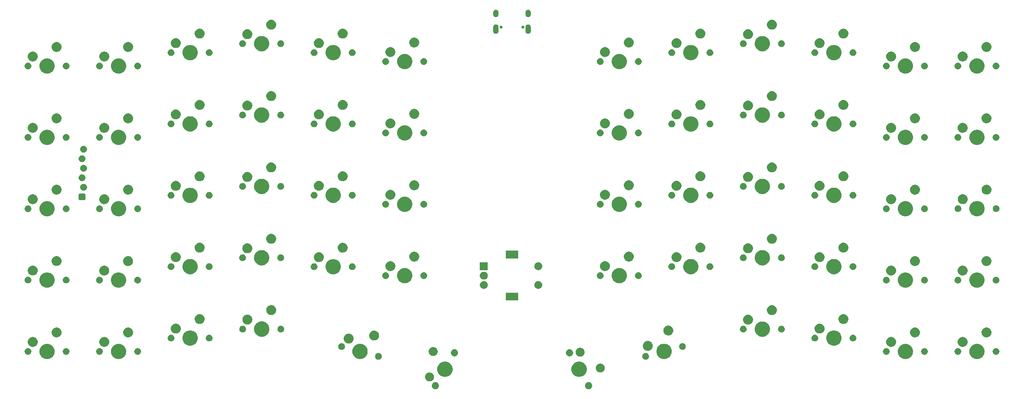
<source format=gts>
G04 #@! TF.GenerationSoftware,KiCad,Pcbnew,(5.1.4-0)*
G04 #@! TF.CreationDate,2021-10-13T14:40:19-05:00*
G04 #@! TF.ProjectId,niko,6e696b6f-2e6b-4696-9361-645f70636258,rev?*
G04 #@! TF.SameCoordinates,Original*
G04 #@! TF.FileFunction,Soldermask,Top*
G04 #@! TF.FilePolarity,Negative*
%FSLAX46Y46*%
G04 Gerber Fmt 4.6, Leading zero omitted, Abs format (unit mm)*
G04 Created by KiCad (PCBNEW (5.1.4-0)) date 2021-10-13 14:40:19*
%MOMM*%
%LPD*%
G04 APERTURE LIST*
%ADD10C,0.100000*%
G04 APERTURE END LIST*
D10*
G36*
X270709145Y-117785435D02*
G01*
X270882216Y-117857123D01*
X270882217Y-117857124D01*
X271037977Y-117961199D01*
X271170440Y-118093662D01*
X271170441Y-118093664D01*
X271274516Y-118249423D01*
X271346204Y-118422494D01*
X271382750Y-118606222D01*
X271382750Y-118793556D01*
X271346204Y-118977284D01*
X271274516Y-119150355D01*
X271274515Y-119150356D01*
X271170440Y-119306116D01*
X271037977Y-119438579D01*
X270959568Y-119490970D01*
X270882216Y-119542655D01*
X270709145Y-119614343D01*
X270525417Y-119650889D01*
X270338083Y-119650889D01*
X270154355Y-119614343D01*
X269981284Y-119542655D01*
X269903932Y-119490970D01*
X269825523Y-119438579D01*
X269693060Y-119306116D01*
X269588985Y-119150356D01*
X269588984Y-119150355D01*
X269517296Y-118977284D01*
X269480750Y-118793556D01*
X269480750Y-118606222D01*
X269517296Y-118422494D01*
X269588984Y-118249423D01*
X269693059Y-118093664D01*
X269693060Y-118093662D01*
X269825523Y-117961199D01*
X269981283Y-117857124D01*
X269981284Y-117857123D01*
X270154355Y-117785435D01*
X270338083Y-117748889D01*
X270525417Y-117748889D01*
X270709145Y-117785435D01*
X270709145Y-117785435D01*
G37*
G36*
X229910245Y-117785435D02*
G01*
X230083316Y-117857123D01*
X230083317Y-117857124D01*
X230239077Y-117961199D01*
X230371540Y-118093662D01*
X230371541Y-118093664D01*
X230475616Y-118249423D01*
X230547304Y-118422494D01*
X230583850Y-118606222D01*
X230583850Y-118793556D01*
X230547304Y-118977284D01*
X230475616Y-119150355D01*
X230475615Y-119150356D01*
X230371540Y-119306116D01*
X230239077Y-119438579D01*
X230160668Y-119490970D01*
X230083316Y-119542655D01*
X229910245Y-119614343D01*
X229726517Y-119650889D01*
X229539183Y-119650889D01*
X229355455Y-119614343D01*
X229182384Y-119542655D01*
X229105032Y-119490970D01*
X229026623Y-119438579D01*
X228894160Y-119306116D01*
X228790085Y-119150356D01*
X228790084Y-119150355D01*
X228718396Y-118977284D01*
X228681850Y-118793556D01*
X228681850Y-118606222D01*
X228718396Y-118422494D01*
X228790084Y-118249423D01*
X228894159Y-118093664D01*
X228894160Y-118093662D01*
X229026623Y-117961199D01*
X229182383Y-117857124D01*
X229182384Y-117857123D01*
X229355455Y-117785435D01*
X229539183Y-117748889D01*
X229726517Y-117748889D01*
X229910245Y-117785435D01*
X229910245Y-117785435D01*
G37*
G36*
X228416421Y-115181921D02*
G01*
X228626896Y-115269103D01*
X228633716Y-115271928D01*
X228829275Y-115402597D01*
X228995585Y-115568907D01*
X229019052Y-115604027D01*
X229126255Y-115764468D01*
X229216261Y-115981761D01*
X229262145Y-116212437D01*
X229262145Y-116447637D01*
X229216261Y-116678313D01*
X229126255Y-116895606D01*
X229126254Y-116895608D01*
X228995585Y-117091167D01*
X228829275Y-117257477D01*
X228633716Y-117388146D01*
X228633715Y-117388147D01*
X228633714Y-117388147D01*
X228416421Y-117478153D01*
X228185745Y-117524037D01*
X227950545Y-117524037D01*
X227719869Y-117478153D01*
X227502576Y-117388147D01*
X227502575Y-117388147D01*
X227502574Y-117388146D01*
X227307015Y-117257477D01*
X227140705Y-117091167D01*
X227010036Y-116895608D01*
X227010035Y-116895606D01*
X226920029Y-116678313D01*
X226874145Y-116447637D01*
X226874145Y-116212437D01*
X226920029Y-115981761D01*
X227010035Y-115764468D01*
X227117239Y-115604027D01*
X227140705Y-115568907D01*
X227307015Y-115402597D01*
X227502574Y-115271928D01*
X227509394Y-115269103D01*
X227719869Y-115181921D01*
X227950545Y-115136037D01*
X228185745Y-115136037D01*
X228416421Y-115181921D01*
X228416421Y-115181921D01*
G37*
G36*
X232769324Y-112334164D02*
G01*
X232987324Y-112424463D01*
X233141473Y-112488313D01*
X233476398Y-112712103D01*
X233761227Y-112996932D01*
X233985017Y-113331857D01*
X234048867Y-113486006D01*
X234139166Y-113704006D01*
X234217750Y-114099074D01*
X234217750Y-114501886D01*
X234139166Y-114896954D01*
X234088905Y-115018294D01*
X233985017Y-115269103D01*
X233761227Y-115604028D01*
X233476398Y-115888857D01*
X233141473Y-116112647D01*
X232987324Y-116176497D01*
X232769324Y-116266796D01*
X232374256Y-116345380D01*
X231971444Y-116345380D01*
X231576376Y-116266796D01*
X231358376Y-116176497D01*
X231204227Y-116112647D01*
X230869302Y-115888857D01*
X230584473Y-115604028D01*
X230360683Y-115269103D01*
X230256795Y-115018294D01*
X230206534Y-114896954D01*
X230127950Y-114501886D01*
X230127950Y-114099074D01*
X230206534Y-113704006D01*
X230296833Y-113486006D01*
X230360683Y-113331857D01*
X230584473Y-112996932D01*
X230869302Y-112712103D01*
X231204227Y-112488313D01*
X231358376Y-112424463D01*
X231576376Y-112334164D01*
X231971444Y-112255580D01*
X232374256Y-112255580D01*
X232769324Y-112334164D01*
X232769324Y-112334164D01*
G37*
G36*
X268488224Y-112334164D02*
G01*
X268706224Y-112424463D01*
X268860373Y-112488313D01*
X269195298Y-112712103D01*
X269480127Y-112996932D01*
X269703917Y-113331857D01*
X269767767Y-113486006D01*
X269858066Y-113704006D01*
X269936650Y-114099074D01*
X269936650Y-114501886D01*
X269858066Y-114896954D01*
X269807805Y-115018294D01*
X269703917Y-115269103D01*
X269480127Y-115604028D01*
X269195298Y-115888857D01*
X268860373Y-116112647D01*
X268706224Y-116176497D01*
X268488224Y-116266796D01*
X268093156Y-116345380D01*
X267690344Y-116345380D01*
X267295276Y-116266796D01*
X267077276Y-116176497D01*
X266923127Y-116112647D01*
X266588202Y-115888857D01*
X266303373Y-115604028D01*
X266079583Y-115269103D01*
X265975695Y-115018294D01*
X265925434Y-114896954D01*
X265846850Y-114501886D01*
X265846850Y-114099074D01*
X265925434Y-113704006D01*
X266015733Y-113486006D01*
X266079583Y-113331857D01*
X266303373Y-112996932D01*
X266588202Y-112712103D01*
X266923127Y-112488313D01*
X267077276Y-112424463D01*
X267295276Y-112334164D01*
X267690344Y-112255580D01*
X268093156Y-112255580D01*
X268488224Y-112334164D01*
X268488224Y-112334164D01*
G37*
G36*
X273909435Y-112812069D02*
G01*
X274126728Y-112902075D01*
X274126730Y-112902076D01*
X274322289Y-113032745D01*
X274488599Y-113199055D01*
X274577336Y-113331858D01*
X274619269Y-113394616D01*
X274709275Y-113611909D01*
X274755159Y-113842585D01*
X274755159Y-114077785D01*
X274709275Y-114308461D01*
X274629156Y-114501885D01*
X274619268Y-114525756D01*
X274488599Y-114721315D01*
X274322289Y-114887625D01*
X274126730Y-115018294D01*
X274126729Y-115018295D01*
X274126728Y-115018295D01*
X273909435Y-115108301D01*
X273678759Y-115154185D01*
X273443559Y-115154185D01*
X273212883Y-115108301D01*
X272995590Y-115018295D01*
X272995589Y-115018295D01*
X272995588Y-115018294D01*
X272800029Y-114887625D01*
X272633719Y-114721315D01*
X272503050Y-114525756D01*
X272493162Y-114501885D01*
X272413043Y-114308461D01*
X272367159Y-114077785D01*
X272367159Y-113842585D01*
X272413043Y-113611909D01*
X272503049Y-113394616D01*
X272544983Y-113331858D01*
X272633719Y-113199055D01*
X272800029Y-113032745D01*
X272995588Y-112902076D01*
X272995590Y-112902075D01*
X273212883Y-112812069D01*
X273443559Y-112766185D01*
X273678759Y-112766185D01*
X273909435Y-112812069D01*
X273909435Y-112812069D01*
G37*
G36*
X214616242Y-109964710D02*
G01*
X214720858Y-109985519D01*
X214830281Y-110030844D01*
X214884994Y-110053507D01*
X215004510Y-110133365D01*
X215032711Y-110152208D01*
X215158335Y-110277832D01*
X215158337Y-110277835D01*
X215257036Y-110425549D01*
X215257036Y-110425550D01*
X215325024Y-110589685D01*
X215334985Y-110639762D01*
X215355936Y-110745090D01*
X215359683Y-110763931D01*
X215359683Y-110941589D01*
X215325024Y-111115835D01*
X215279699Y-111225258D01*
X215257036Y-111279971D01*
X215210159Y-111350127D01*
X215158335Y-111427688D01*
X215032711Y-111553312D01*
X215032708Y-111553314D01*
X214884994Y-111652013D01*
X214830281Y-111674676D01*
X214720858Y-111720001D01*
X214641334Y-111735819D01*
X214546614Y-111754660D01*
X214368952Y-111754660D01*
X214274232Y-111735819D01*
X214194708Y-111720001D01*
X214085285Y-111674676D01*
X214030572Y-111652013D01*
X213882858Y-111553314D01*
X213882855Y-111553312D01*
X213757231Y-111427688D01*
X213705407Y-111350127D01*
X213658530Y-111279971D01*
X213635867Y-111225258D01*
X213590542Y-111115835D01*
X213555883Y-110941589D01*
X213555883Y-110763931D01*
X213559631Y-110745090D01*
X213580581Y-110639762D01*
X213590542Y-110589685D01*
X213658530Y-110425550D01*
X213658530Y-110425549D01*
X213757229Y-110277835D01*
X213757231Y-110277832D01*
X213882855Y-110152208D01*
X213911056Y-110133365D01*
X214030572Y-110053507D01*
X214085285Y-110030844D01*
X214194708Y-109985519D01*
X214299324Y-109964710D01*
X214368952Y-109950860D01*
X214546614Y-109950860D01*
X214616242Y-109964710D01*
X214616242Y-109964710D01*
G37*
G36*
X285804016Y-109949348D02*
G01*
X285891139Y-109966678D01*
X286000562Y-110012003D01*
X286055275Y-110034666D01*
X286121925Y-110079200D01*
X286202992Y-110133367D01*
X286328616Y-110258991D01*
X286328618Y-110258994D01*
X286427317Y-110406708D01*
X286440858Y-110439400D01*
X286495305Y-110570844D01*
X286504861Y-110618885D01*
X286529964Y-110745088D01*
X286529964Y-110922750D01*
X286526216Y-110941591D01*
X286495305Y-111096994D01*
X286449980Y-111206417D01*
X286427317Y-111261130D01*
X286367851Y-111350127D01*
X286328616Y-111408847D01*
X286202992Y-111534471D01*
X286202989Y-111534473D01*
X286055275Y-111633172D01*
X286009789Y-111652013D01*
X285891139Y-111701160D01*
X285804016Y-111718489D01*
X285716895Y-111735819D01*
X285539233Y-111735819D01*
X285452112Y-111718489D01*
X285364989Y-111701160D01*
X285246339Y-111652013D01*
X285200853Y-111633172D01*
X285053139Y-111534473D01*
X285053136Y-111534471D01*
X284927512Y-111408847D01*
X284888277Y-111350127D01*
X284828811Y-111261130D01*
X284806148Y-111206417D01*
X284760823Y-111096994D01*
X284729912Y-110941591D01*
X284726164Y-110922750D01*
X284726164Y-110745088D01*
X284751267Y-110618885D01*
X284760823Y-110570844D01*
X284815270Y-110439400D01*
X284828811Y-110406708D01*
X284927510Y-110258994D01*
X284927512Y-110258991D01*
X285053136Y-110133367D01*
X285134203Y-110079200D01*
X285200853Y-110034666D01*
X285255566Y-110012003D01*
X285364989Y-109966678D01*
X285452112Y-109949348D01*
X285539233Y-109932019D01*
X285716895Y-109932019D01*
X285804016Y-109949348D01*
X285804016Y-109949348D01*
G37*
G36*
X210147354Y-107571644D02*
G01*
X210286772Y-107629393D01*
X210519503Y-107725793D01*
X210854428Y-107949583D01*
X211139257Y-108234412D01*
X211363047Y-108569337D01*
X211390494Y-108635600D01*
X211517196Y-108941486D01*
X211595780Y-109336554D01*
X211595780Y-109739366D01*
X211517196Y-110134434D01*
X211457797Y-110277835D01*
X211363047Y-110506583D01*
X211139257Y-110841508D01*
X210854428Y-111126337D01*
X210519503Y-111350127D01*
X210377747Y-111408844D01*
X210147354Y-111504276D01*
X209752286Y-111582860D01*
X209349474Y-111582860D01*
X208954406Y-111504276D01*
X208724013Y-111408844D01*
X208582257Y-111350127D01*
X208247332Y-111126337D01*
X207962503Y-110841508D01*
X207738713Y-110506583D01*
X207643963Y-110277835D01*
X207584564Y-110134434D01*
X207505980Y-109739366D01*
X207505980Y-109336554D01*
X207584564Y-108941486D01*
X207711266Y-108635600D01*
X207738713Y-108569337D01*
X207962503Y-108234412D01*
X208247332Y-107949583D01*
X208582257Y-107725793D01*
X208814988Y-107629393D01*
X208954406Y-107571644D01*
X209349474Y-107493060D01*
X209752286Y-107493060D01*
X210147354Y-107571644D01*
X210147354Y-107571644D01*
G37*
G36*
X374452764Y-107571184D02*
G01*
X374638779Y-107648234D01*
X374824913Y-107725333D01*
X375159838Y-107949123D01*
X375444667Y-108233952D01*
X375668457Y-108568877D01*
X375711508Y-108672813D01*
X375822606Y-108941026D01*
X375901190Y-109336094D01*
X375901190Y-109738906D01*
X375822606Y-110133974D01*
X375770822Y-110258991D01*
X375668457Y-110506123D01*
X375444667Y-110841048D01*
X375159838Y-111125877D01*
X374824913Y-111349667D01*
X374682046Y-111408844D01*
X374452764Y-111503816D01*
X374057696Y-111582400D01*
X373654884Y-111582400D01*
X373259816Y-111503816D01*
X373030534Y-111408844D01*
X372887667Y-111349667D01*
X372552742Y-111125877D01*
X372267913Y-110841048D01*
X372044123Y-110506123D01*
X371941758Y-110258991D01*
X371889974Y-110133974D01*
X371811390Y-109738906D01*
X371811390Y-109336094D01*
X371889974Y-108941026D01*
X372001072Y-108672813D01*
X372044123Y-108568877D01*
X372267913Y-108233952D01*
X372552742Y-107949123D01*
X372887667Y-107725333D01*
X373073801Y-107648234D01*
X373259816Y-107571184D01*
X373654884Y-107492600D01*
X374057696Y-107492600D01*
X374452764Y-107571184D01*
X374452764Y-107571184D01*
G37*
G36*
X355402764Y-107571184D02*
G01*
X355588779Y-107648234D01*
X355774913Y-107725333D01*
X356109838Y-107949123D01*
X356394667Y-108233952D01*
X356618457Y-108568877D01*
X356661508Y-108672813D01*
X356772606Y-108941026D01*
X356851190Y-109336094D01*
X356851190Y-109738906D01*
X356772606Y-110133974D01*
X356720822Y-110258991D01*
X356618457Y-110506123D01*
X356394667Y-110841048D01*
X356109838Y-111125877D01*
X355774913Y-111349667D01*
X355632046Y-111408844D01*
X355402764Y-111503816D01*
X355007696Y-111582400D01*
X354604884Y-111582400D01*
X354209816Y-111503816D01*
X353980534Y-111408844D01*
X353837667Y-111349667D01*
X353502742Y-111125877D01*
X353217913Y-110841048D01*
X352994123Y-110506123D01*
X352891758Y-110258991D01*
X352839974Y-110133974D01*
X352761390Y-109738906D01*
X352761390Y-109336094D01*
X352839974Y-108941026D01*
X352951072Y-108672813D01*
X352994123Y-108568877D01*
X353217913Y-108233952D01*
X353502742Y-107949123D01*
X353837667Y-107725333D01*
X354023801Y-107648234D01*
X354209816Y-107571184D01*
X354604884Y-107492600D01*
X355007696Y-107492600D01*
X355402764Y-107571184D01*
X355402764Y-107571184D01*
G37*
G36*
X145852724Y-107571184D02*
G01*
X146038739Y-107648234D01*
X146224873Y-107725333D01*
X146559798Y-107949123D01*
X146844627Y-108233952D01*
X147068417Y-108568877D01*
X147111468Y-108672813D01*
X147222566Y-108941026D01*
X147301150Y-109336094D01*
X147301150Y-109738906D01*
X147222566Y-110133974D01*
X147170782Y-110258991D01*
X147068417Y-110506123D01*
X146844627Y-110841048D01*
X146559798Y-111125877D01*
X146224873Y-111349667D01*
X146082006Y-111408844D01*
X145852724Y-111503816D01*
X145457656Y-111582400D01*
X145054844Y-111582400D01*
X144659776Y-111503816D01*
X144430494Y-111408844D01*
X144287627Y-111349667D01*
X143952702Y-111125877D01*
X143667873Y-110841048D01*
X143444083Y-110506123D01*
X143341718Y-110258991D01*
X143289934Y-110133974D01*
X143211350Y-109738906D01*
X143211350Y-109336094D01*
X143289934Y-108941026D01*
X143401032Y-108672813D01*
X143444083Y-108568877D01*
X143667873Y-108233952D01*
X143952702Y-107949123D01*
X144287627Y-107725333D01*
X144473761Y-107648234D01*
X144659776Y-107571184D01*
X145054844Y-107492600D01*
X145457656Y-107492600D01*
X145852724Y-107571184D01*
X145852724Y-107571184D01*
G37*
G36*
X126802724Y-107571184D02*
G01*
X126988739Y-107648234D01*
X127174873Y-107725333D01*
X127509798Y-107949123D01*
X127794627Y-108233952D01*
X128018417Y-108568877D01*
X128061468Y-108672813D01*
X128172566Y-108941026D01*
X128251150Y-109336094D01*
X128251150Y-109738906D01*
X128172566Y-110133974D01*
X128120782Y-110258991D01*
X128018417Y-110506123D01*
X127794627Y-110841048D01*
X127509798Y-111125877D01*
X127174873Y-111349667D01*
X127032006Y-111408844D01*
X126802724Y-111503816D01*
X126407656Y-111582400D01*
X126004844Y-111582400D01*
X125609776Y-111503816D01*
X125380494Y-111408844D01*
X125237627Y-111349667D01*
X124902702Y-111125877D01*
X124617873Y-110841048D01*
X124394083Y-110506123D01*
X124291718Y-110258991D01*
X124239934Y-110133974D01*
X124161350Y-109738906D01*
X124161350Y-109336094D01*
X124239934Y-108941026D01*
X124351032Y-108672813D01*
X124394083Y-108568877D01*
X124617873Y-108233952D01*
X124902702Y-107949123D01*
X125237627Y-107725333D01*
X125423761Y-107648234D01*
X125609776Y-107571184D01*
X126004844Y-107492600D01*
X126407656Y-107492600D01*
X126802724Y-107571184D01*
X126802724Y-107571184D01*
G37*
G36*
X291131442Y-107552803D02*
G01*
X291316339Y-107629390D01*
X291503591Y-107706952D01*
X291838516Y-107930742D01*
X292123345Y-108215571D01*
X292347135Y-108550496D01*
X292399739Y-108677495D01*
X292501284Y-108922645D01*
X292579868Y-109317713D01*
X292579868Y-109720525D01*
X292501284Y-110115593D01*
X292441885Y-110258994D01*
X292347135Y-110487742D01*
X292123345Y-110822667D01*
X291838516Y-111107496D01*
X291503591Y-111331286D01*
X291349442Y-111395136D01*
X291131442Y-111485435D01*
X290736374Y-111564019D01*
X290333562Y-111564019D01*
X289938494Y-111485435D01*
X289720494Y-111395136D01*
X289566345Y-111331286D01*
X289231420Y-111107496D01*
X288946591Y-110822667D01*
X288722801Y-110487742D01*
X288628051Y-110258994D01*
X288568652Y-110115593D01*
X288490068Y-109720525D01*
X288490068Y-109317713D01*
X288568652Y-108922645D01*
X288670197Y-108677495D01*
X288722801Y-108550496D01*
X288946591Y-108215571D01*
X289231420Y-107930742D01*
X289566345Y-107706952D01*
X289753597Y-107629390D01*
X289938494Y-107552803D01*
X290333562Y-107474219D01*
X290736374Y-107474219D01*
X291131442Y-107552803D01*
X291131442Y-107552803D01*
G37*
G36*
X268534731Y-108582807D02*
G01*
X268745858Y-108670259D01*
X268752026Y-108672814D01*
X268947585Y-108803483D01*
X269113895Y-108969793D01*
X269207773Y-109110290D01*
X269244565Y-109165354D01*
X269334571Y-109382647D01*
X269380455Y-109613323D01*
X269380455Y-109848523D01*
X269334571Y-110079199D01*
X269268771Y-110238054D01*
X269244564Y-110296494D01*
X269113895Y-110492053D01*
X268947585Y-110658363D01*
X268752026Y-110789032D01*
X268752025Y-110789033D01*
X268752024Y-110789033D01*
X268534731Y-110879039D01*
X268304055Y-110924923D01*
X268068855Y-110924923D01*
X267838179Y-110879039D01*
X267620886Y-110789033D01*
X267620885Y-110789033D01*
X267620884Y-110789032D01*
X267425325Y-110658363D01*
X267259015Y-110492053D01*
X267128346Y-110296494D01*
X267104139Y-110238054D01*
X267038339Y-110079199D01*
X266992455Y-109848523D01*
X266992455Y-109613323D01*
X267038339Y-109382647D01*
X267128345Y-109165354D01*
X267165138Y-109110290D01*
X267259015Y-108969793D01*
X267425325Y-108803483D01*
X267620884Y-108672814D01*
X267627052Y-108670259D01*
X267838179Y-108582807D01*
X268068855Y-108536923D01*
X268304055Y-108536923D01*
X268534731Y-108582807D01*
X268534731Y-108582807D01*
G37*
G36*
X265629145Y-108986617D02*
G01*
X265802216Y-109058305D01*
X265802217Y-109058306D01*
X265957977Y-109162381D01*
X266090440Y-109294844D01*
X266118310Y-109336555D01*
X266194516Y-109450605D01*
X266266204Y-109623676D01*
X266302750Y-109807404D01*
X266302750Y-109994738D01*
X266266204Y-110178466D01*
X266194516Y-110351537D01*
X266194515Y-110351538D01*
X266090440Y-110507298D01*
X265957977Y-110639761D01*
X265930137Y-110658363D01*
X265802216Y-110743837D01*
X265629145Y-110815525D01*
X265445417Y-110852071D01*
X265258083Y-110852071D01*
X265074355Y-110815525D01*
X264901284Y-110743837D01*
X264773363Y-110658363D01*
X264745523Y-110639761D01*
X264613060Y-110507298D01*
X264508985Y-110351538D01*
X264508984Y-110351537D01*
X264437296Y-110178466D01*
X264400750Y-109994738D01*
X264400750Y-109807404D01*
X264437296Y-109623676D01*
X264508984Y-109450605D01*
X264585190Y-109336555D01*
X264613060Y-109294844D01*
X264745523Y-109162381D01*
X264901283Y-109058306D01*
X264901284Y-109058305D01*
X265074355Y-108986617D01*
X265258083Y-108950071D01*
X265445417Y-108950071D01*
X265629145Y-108986617D01*
X265629145Y-108986617D01*
G37*
G36*
X234990245Y-108986617D02*
G01*
X235163316Y-109058305D01*
X235163317Y-109058306D01*
X235319077Y-109162381D01*
X235451540Y-109294844D01*
X235479410Y-109336555D01*
X235555616Y-109450605D01*
X235627304Y-109623676D01*
X235663850Y-109807404D01*
X235663850Y-109994738D01*
X235627304Y-110178466D01*
X235555616Y-110351537D01*
X235555615Y-110351538D01*
X235451540Y-110507298D01*
X235319077Y-110639761D01*
X235291237Y-110658363D01*
X235163316Y-110743837D01*
X234990245Y-110815525D01*
X234806517Y-110852071D01*
X234619183Y-110852071D01*
X234435455Y-110815525D01*
X234262384Y-110743837D01*
X234134463Y-110658363D01*
X234106623Y-110639761D01*
X233974160Y-110507298D01*
X233870085Y-110351538D01*
X233870084Y-110351537D01*
X233798396Y-110178466D01*
X233761850Y-109994738D01*
X233761850Y-109807404D01*
X233798396Y-109623676D01*
X233870084Y-109450605D01*
X233946290Y-109336555D01*
X233974160Y-109294844D01*
X234106623Y-109162381D01*
X234262383Y-109058306D01*
X234262384Y-109058305D01*
X234435455Y-108986617D01*
X234619183Y-108950071D01*
X234806517Y-108950071D01*
X234990245Y-108986617D01*
X234990245Y-108986617D01*
G37*
G36*
X229391717Y-108412659D02*
G01*
X229569337Y-108486232D01*
X229609012Y-108502666D01*
X229804571Y-108633335D01*
X229970881Y-108799645D01*
X230065657Y-108941486D01*
X230101551Y-108995206D01*
X230191557Y-109212499D01*
X230237441Y-109443175D01*
X230237441Y-109678375D01*
X230191557Y-109909051D01*
X230107316Y-110112425D01*
X230101550Y-110126346D01*
X229970881Y-110321905D01*
X229804571Y-110488215D01*
X229609012Y-110618884D01*
X229609011Y-110618885D01*
X229609010Y-110618885D01*
X229391717Y-110708891D01*
X229161041Y-110754775D01*
X228925841Y-110754775D01*
X228695165Y-110708891D01*
X228477872Y-110618885D01*
X228477871Y-110618885D01*
X228477870Y-110618884D01*
X228282311Y-110488215D01*
X228116001Y-110321905D01*
X227985332Y-110126346D01*
X227979566Y-110112425D01*
X227895325Y-109909051D01*
X227849441Y-109678375D01*
X227849441Y-109443175D01*
X227895325Y-109212499D01*
X227985331Y-108995206D01*
X228021226Y-108941486D01*
X228116001Y-108799645D01*
X228282311Y-108633335D01*
X228477870Y-108502666D01*
X228517545Y-108486232D01*
X228695165Y-108412659D01*
X228925841Y-108366775D01*
X229161041Y-108366775D01*
X229391717Y-108412659D01*
X229391717Y-108412659D01*
G37*
G36*
X131462202Y-108652929D02*
G01*
X131549325Y-108670259D01*
X131658748Y-108715584D01*
X131713461Y-108738247D01*
X131803018Y-108798087D01*
X131861178Y-108836948D01*
X131986802Y-108962572D01*
X131986804Y-108962575D01*
X132085503Y-109110289D01*
X132085503Y-109110290D01*
X132153491Y-109274425D01*
X132188150Y-109448671D01*
X132188150Y-109626329D01*
X132153491Y-109800575D01*
X132150662Y-109807404D01*
X132085503Y-109964711D01*
X132009005Y-110079199D01*
X131986802Y-110112428D01*
X131861178Y-110238052D01*
X131861175Y-110238054D01*
X131713461Y-110336753D01*
X131658748Y-110359416D01*
X131549325Y-110404741D01*
X131462202Y-110422070D01*
X131375081Y-110439400D01*
X131197419Y-110439400D01*
X131110298Y-110422070D01*
X131023175Y-110404741D01*
X130913752Y-110359416D01*
X130859039Y-110336753D01*
X130711325Y-110238054D01*
X130711322Y-110238052D01*
X130585698Y-110112428D01*
X130563495Y-110079199D01*
X130486997Y-109964711D01*
X130421838Y-109807404D01*
X130419009Y-109800575D01*
X130384350Y-109626329D01*
X130384350Y-109448671D01*
X130419009Y-109274425D01*
X130486997Y-109110290D01*
X130486997Y-109110289D01*
X130585696Y-108962575D01*
X130585698Y-108962572D01*
X130711322Y-108836948D01*
X130769482Y-108798087D01*
X130859039Y-108738247D01*
X130913752Y-108715584D01*
X131023175Y-108670259D01*
X131110298Y-108652929D01*
X131197419Y-108635600D01*
X131375081Y-108635600D01*
X131462202Y-108652929D01*
X131462202Y-108652929D01*
G37*
G36*
X360062242Y-108652929D02*
G01*
X360149365Y-108670259D01*
X360258788Y-108715584D01*
X360313501Y-108738247D01*
X360403058Y-108798087D01*
X360461218Y-108836948D01*
X360586842Y-108962572D01*
X360586844Y-108962575D01*
X360685543Y-109110289D01*
X360685543Y-109110290D01*
X360753531Y-109274425D01*
X360788190Y-109448671D01*
X360788190Y-109626329D01*
X360753531Y-109800575D01*
X360750702Y-109807404D01*
X360685543Y-109964711D01*
X360609045Y-110079199D01*
X360586842Y-110112428D01*
X360461218Y-110238052D01*
X360461215Y-110238054D01*
X360313501Y-110336753D01*
X360258788Y-110359416D01*
X360149365Y-110404741D01*
X360062242Y-110422070D01*
X359975121Y-110439400D01*
X359797459Y-110439400D01*
X359710338Y-110422070D01*
X359623215Y-110404741D01*
X359513792Y-110359416D01*
X359459079Y-110336753D01*
X359311365Y-110238054D01*
X359311362Y-110238052D01*
X359185738Y-110112428D01*
X359163535Y-110079199D01*
X359087037Y-109964711D01*
X359021878Y-109807404D01*
X359019049Y-109800575D01*
X358984390Y-109626329D01*
X358984390Y-109448671D01*
X359019049Y-109274425D01*
X359087037Y-109110290D01*
X359087037Y-109110289D01*
X359185736Y-108962575D01*
X359185738Y-108962572D01*
X359311362Y-108836948D01*
X359369522Y-108798087D01*
X359459079Y-108738247D01*
X359513792Y-108715584D01*
X359623215Y-108670259D01*
X359710338Y-108652929D01*
X359797459Y-108635600D01*
X359975121Y-108635600D01*
X360062242Y-108652929D01*
X360062242Y-108652929D01*
G37*
G36*
X349902242Y-108652929D02*
G01*
X349989365Y-108670259D01*
X350098788Y-108715584D01*
X350153501Y-108738247D01*
X350243058Y-108798087D01*
X350301218Y-108836948D01*
X350426842Y-108962572D01*
X350426844Y-108962575D01*
X350525543Y-109110289D01*
X350525543Y-109110290D01*
X350593531Y-109274425D01*
X350628190Y-109448671D01*
X350628190Y-109626329D01*
X350593531Y-109800575D01*
X350590702Y-109807404D01*
X350525543Y-109964711D01*
X350449045Y-110079199D01*
X350426842Y-110112428D01*
X350301218Y-110238052D01*
X350301215Y-110238054D01*
X350153501Y-110336753D01*
X350098788Y-110359416D01*
X349989365Y-110404741D01*
X349902242Y-110422070D01*
X349815121Y-110439400D01*
X349637459Y-110439400D01*
X349550338Y-110422070D01*
X349463215Y-110404741D01*
X349353792Y-110359416D01*
X349299079Y-110336753D01*
X349151365Y-110238054D01*
X349151362Y-110238052D01*
X349025738Y-110112428D01*
X349003535Y-110079199D01*
X348927037Y-109964711D01*
X348861878Y-109807404D01*
X348859049Y-109800575D01*
X348824390Y-109626329D01*
X348824390Y-109448671D01*
X348859049Y-109274425D01*
X348927037Y-109110290D01*
X348927037Y-109110289D01*
X349025736Y-108962575D01*
X349025738Y-108962572D01*
X349151362Y-108836948D01*
X349209522Y-108798087D01*
X349299079Y-108738247D01*
X349353792Y-108715584D01*
X349463215Y-108670259D01*
X349550338Y-108652929D01*
X349637459Y-108635600D01*
X349815121Y-108635600D01*
X349902242Y-108652929D01*
X349902242Y-108652929D01*
G37*
G36*
X121302202Y-108652929D02*
G01*
X121389325Y-108670259D01*
X121498748Y-108715584D01*
X121553461Y-108738247D01*
X121643018Y-108798087D01*
X121701178Y-108836948D01*
X121826802Y-108962572D01*
X121826804Y-108962575D01*
X121925503Y-109110289D01*
X121925503Y-109110290D01*
X121993491Y-109274425D01*
X122028150Y-109448671D01*
X122028150Y-109626329D01*
X121993491Y-109800575D01*
X121990662Y-109807404D01*
X121925503Y-109964711D01*
X121849005Y-110079199D01*
X121826802Y-110112428D01*
X121701178Y-110238052D01*
X121701175Y-110238054D01*
X121553461Y-110336753D01*
X121498748Y-110359416D01*
X121389325Y-110404741D01*
X121302202Y-110422070D01*
X121215081Y-110439400D01*
X121037419Y-110439400D01*
X120950298Y-110422070D01*
X120863175Y-110404741D01*
X120753752Y-110359416D01*
X120699039Y-110336753D01*
X120551325Y-110238054D01*
X120551322Y-110238052D01*
X120425698Y-110112428D01*
X120403495Y-110079199D01*
X120326997Y-109964711D01*
X120261838Y-109807404D01*
X120259009Y-109800575D01*
X120224350Y-109626329D01*
X120224350Y-109448671D01*
X120259009Y-109274425D01*
X120326997Y-109110290D01*
X120326997Y-109110289D01*
X120425696Y-108962575D01*
X120425698Y-108962572D01*
X120551322Y-108836948D01*
X120609482Y-108798087D01*
X120699039Y-108738247D01*
X120753752Y-108715584D01*
X120863175Y-108670259D01*
X120950298Y-108652929D01*
X121037419Y-108635600D01*
X121215081Y-108635600D01*
X121302202Y-108652929D01*
X121302202Y-108652929D01*
G37*
G36*
X368952242Y-108652929D02*
G01*
X369039365Y-108670259D01*
X369148788Y-108715584D01*
X369203501Y-108738247D01*
X369293058Y-108798087D01*
X369351218Y-108836948D01*
X369476842Y-108962572D01*
X369476844Y-108962575D01*
X369575543Y-109110289D01*
X369575543Y-109110290D01*
X369643531Y-109274425D01*
X369678190Y-109448671D01*
X369678190Y-109626329D01*
X369643531Y-109800575D01*
X369640702Y-109807404D01*
X369575543Y-109964711D01*
X369499045Y-110079199D01*
X369476842Y-110112428D01*
X369351218Y-110238052D01*
X369351215Y-110238054D01*
X369203501Y-110336753D01*
X369148788Y-110359416D01*
X369039365Y-110404741D01*
X368952242Y-110422070D01*
X368865121Y-110439400D01*
X368687459Y-110439400D01*
X368600338Y-110422070D01*
X368513215Y-110404741D01*
X368403792Y-110359416D01*
X368349079Y-110336753D01*
X368201365Y-110238054D01*
X368201362Y-110238052D01*
X368075738Y-110112428D01*
X368053535Y-110079199D01*
X367977037Y-109964711D01*
X367911878Y-109807404D01*
X367909049Y-109800575D01*
X367874390Y-109626329D01*
X367874390Y-109448671D01*
X367909049Y-109274425D01*
X367977037Y-109110290D01*
X367977037Y-109110289D01*
X368075736Y-108962575D01*
X368075738Y-108962572D01*
X368201362Y-108836948D01*
X368259522Y-108798087D01*
X368349079Y-108738247D01*
X368403792Y-108715584D01*
X368513215Y-108670259D01*
X368600338Y-108652929D01*
X368687459Y-108635600D01*
X368865121Y-108635600D01*
X368952242Y-108652929D01*
X368952242Y-108652929D01*
G37*
G36*
X379112242Y-108652929D02*
G01*
X379199365Y-108670259D01*
X379308788Y-108715584D01*
X379363501Y-108738247D01*
X379453058Y-108798087D01*
X379511218Y-108836948D01*
X379636842Y-108962572D01*
X379636844Y-108962575D01*
X379735543Y-109110289D01*
X379735543Y-109110290D01*
X379803531Y-109274425D01*
X379838190Y-109448671D01*
X379838190Y-109626329D01*
X379803531Y-109800575D01*
X379800702Y-109807404D01*
X379735543Y-109964711D01*
X379659045Y-110079199D01*
X379636842Y-110112428D01*
X379511218Y-110238052D01*
X379511215Y-110238054D01*
X379363501Y-110336753D01*
X379308788Y-110359416D01*
X379199365Y-110404741D01*
X379112242Y-110422070D01*
X379025121Y-110439400D01*
X378847459Y-110439400D01*
X378760338Y-110422070D01*
X378673215Y-110404741D01*
X378563792Y-110359416D01*
X378509079Y-110336753D01*
X378361365Y-110238054D01*
X378361362Y-110238052D01*
X378235738Y-110112428D01*
X378213535Y-110079199D01*
X378137037Y-109964711D01*
X378071878Y-109807404D01*
X378069049Y-109800575D01*
X378034390Y-109626329D01*
X378034390Y-109448671D01*
X378069049Y-109274425D01*
X378137037Y-109110290D01*
X378137037Y-109110289D01*
X378235736Y-108962575D01*
X378235738Y-108962572D01*
X378361362Y-108836948D01*
X378419522Y-108798087D01*
X378509079Y-108738247D01*
X378563792Y-108715584D01*
X378673215Y-108670259D01*
X378760338Y-108652929D01*
X378847459Y-108635600D01*
X379025121Y-108635600D01*
X379112242Y-108652929D01*
X379112242Y-108652929D01*
G37*
G36*
X140352202Y-108652929D02*
G01*
X140439325Y-108670259D01*
X140548748Y-108715584D01*
X140603461Y-108738247D01*
X140693018Y-108798087D01*
X140751178Y-108836948D01*
X140876802Y-108962572D01*
X140876804Y-108962575D01*
X140975503Y-109110289D01*
X140975503Y-109110290D01*
X141043491Y-109274425D01*
X141078150Y-109448671D01*
X141078150Y-109626329D01*
X141043491Y-109800575D01*
X141040662Y-109807404D01*
X140975503Y-109964711D01*
X140899005Y-110079199D01*
X140876802Y-110112428D01*
X140751178Y-110238052D01*
X140751175Y-110238054D01*
X140603461Y-110336753D01*
X140548748Y-110359416D01*
X140439325Y-110404741D01*
X140352202Y-110422070D01*
X140265081Y-110439400D01*
X140087419Y-110439400D01*
X140000298Y-110422070D01*
X139913175Y-110404741D01*
X139803752Y-110359416D01*
X139749039Y-110336753D01*
X139601325Y-110238054D01*
X139601322Y-110238052D01*
X139475698Y-110112428D01*
X139453495Y-110079199D01*
X139376997Y-109964711D01*
X139311838Y-109807404D01*
X139309009Y-109800575D01*
X139274350Y-109626329D01*
X139274350Y-109448671D01*
X139309009Y-109274425D01*
X139376997Y-109110290D01*
X139376997Y-109110289D01*
X139475696Y-108962575D01*
X139475698Y-108962572D01*
X139601322Y-108836948D01*
X139659482Y-108798087D01*
X139749039Y-108738247D01*
X139803752Y-108715584D01*
X139913175Y-108670259D01*
X140000298Y-108652929D01*
X140087419Y-108635600D01*
X140265081Y-108635600D01*
X140352202Y-108652929D01*
X140352202Y-108652929D01*
G37*
G36*
X150512202Y-108652929D02*
G01*
X150599325Y-108670259D01*
X150708748Y-108715584D01*
X150763461Y-108738247D01*
X150853018Y-108798087D01*
X150911178Y-108836948D01*
X151036802Y-108962572D01*
X151036804Y-108962575D01*
X151135503Y-109110289D01*
X151135503Y-109110290D01*
X151203491Y-109274425D01*
X151238150Y-109448671D01*
X151238150Y-109626329D01*
X151203491Y-109800575D01*
X151200662Y-109807404D01*
X151135503Y-109964711D01*
X151059005Y-110079199D01*
X151036802Y-110112428D01*
X150911178Y-110238052D01*
X150911175Y-110238054D01*
X150763461Y-110336753D01*
X150708748Y-110359416D01*
X150599325Y-110404741D01*
X150512202Y-110422070D01*
X150425081Y-110439400D01*
X150247419Y-110439400D01*
X150160298Y-110422070D01*
X150073175Y-110404741D01*
X149963752Y-110359416D01*
X149909039Y-110336753D01*
X149761325Y-110238054D01*
X149761322Y-110238052D01*
X149635698Y-110112428D01*
X149613495Y-110079199D01*
X149536997Y-109964711D01*
X149471838Y-109807404D01*
X149469009Y-109800575D01*
X149434350Y-109626329D01*
X149434350Y-109448671D01*
X149469009Y-109274425D01*
X149536997Y-109110290D01*
X149536997Y-109110289D01*
X149635696Y-108962575D01*
X149635698Y-108962572D01*
X149761322Y-108836948D01*
X149819482Y-108798087D01*
X149909039Y-108738247D01*
X149963752Y-108715584D01*
X150073175Y-108670259D01*
X150160298Y-108652929D01*
X150247419Y-108635600D01*
X150425081Y-108635600D01*
X150512202Y-108652929D01*
X150512202Y-108652929D01*
G37*
G36*
X286455105Y-106756151D02*
G01*
X286582712Y-106781533D01*
X286707714Y-106833311D01*
X286823117Y-106881112D01*
X286823118Y-106881113D01*
X287039479Y-107025680D01*
X287223478Y-107209679D01*
X287285444Y-107302418D01*
X287368046Y-107426041D01*
X287388002Y-107474219D01*
X287467625Y-107666446D01*
X287467625Y-107666448D01*
X287518390Y-107921659D01*
X287518390Y-108181877D01*
X287508031Y-108233953D01*
X287467625Y-108437090D01*
X287420650Y-108550496D01*
X287368046Y-108677495D01*
X287368045Y-108677496D01*
X287223478Y-108893857D01*
X287039479Y-109077856D01*
X286968834Y-109125059D01*
X286823117Y-109222424D01*
X286723538Y-109263671D01*
X286582712Y-109322003D01*
X286455104Y-109347386D01*
X286327499Y-109372768D01*
X286067281Y-109372768D01*
X285939676Y-109347386D01*
X285812068Y-109322003D01*
X285671242Y-109263671D01*
X285571663Y-109222424D01*
X285425946Y-109125059D01*
X285355301Y-109077856D01*
X285171302Y-108893857D01*
X285026735Y-108677496D01*
X285026734Y-108677495D01*
X284974130Y-108550496D01*
X284927155Y-108437090D01*
X284886749Y-108233953D01*
X284876390Y-108181877D01*
X284876390Y-107921659D01*
X284927155Y-107666448D01*
X284927155Y-107666446D01*
X285006778Y-107474219D01*
X285026734Y-107426041D01*
X285109336Y-107302418D01*
X285171302Y-107209679D01*
X285355301Y-107025680D01*
X285571662Y-106881113D01*
X285571663Y-106881112D01*
X285687066Y-106833311D01*
X285812068Y-106781533D01*
X285939675Y-106756151D01*
X286067281Y-106730768D01*
X286327499Y-106730768D01*
X286455105Y-106756151D01*
X286455105Y-106756151D01*
G37*
G36*
X204812329Y-107337077D02*
G01*
X204907051Y-107355918D01*
X205016474Y-107401243D01*
X205071187Y-107423906D01*
X205190703Y-107503764D01*
X205218904Y-107522607D01*
X205344528Y-107648231D01*
X205344530Y-107648234D01*
X205443229Y-107795948D01*
X205443229Y-107795949D01*
X205511217Y-107960084D01*
X205523848Y-108023588D01*
X205545876Y-108134328D01*
X205545876Y-108311990D01*
X205528546Y-108399111D01*
X205511217Y-108486234D01*
X205471214Y-108582808D01*
X205443229Y-108650370D01*
X205357119Y-108779243D01*
X205344528Y-108798087D01*
X205218904Y-108923711D01*
X205218901Y-108923713D01*
X205071187Y-109022412D01*
X205016474Y-109045075D01*
X204907051Y-109090400D01*
X204827527Y-109106218D01*
X204732807Y-109125059D01*
X204555145Y-109125059D01*
X204460425Y-109106218D01*
X204380901Y-109090400D01*
X204271478Y-109045075D01*
X204216765Y-109022412D01*
X204069051Y-108923713D01*
X204069048Y-108923711D01*
X203943424Y-108798087D01*
X203930833Y-108779243D01*
X203844723Y-108650370D01*
X203816738Y-108582808D01*
X203776735Y-108486234D01*
X203759406Y-108399111D01*
X203742076Y-108311990D01*
X203742076Y-108134328D01*
X203764104Y-108023588D01*
X203776735Y-107960084D01*
X203844723Y-107795949D01*
X203844723Y-107795948D01*
X203943422Y-107648234D01*
X203943424Y-107648231D01*
X204069048Y-107522607D01*
X204097249Y-107503764D01*
X204216765Y-107423906D01*
X204271478Y-107401243D01*
X204380901Y-107355918D01*
X204475623Y-107337077D01*
X204555145Y-107321259D01*
X204732807Y-107321259D01*
X204812329Y-107337077D01*
X204812329Y-107337077D01*
G37*
G36*
X295617823Y-107319747D02*
G01*
X295704946Y-107337077D01*
X295814369Y-107382402D01*
X295869082Y-107405065D01*
X296000088Y-107492600D01*
X296016799Y-107503766D01*
X296142423Y-107629390D01*
X296142425Y-107629393D01*
X296241124Y-107777107D01*
X296263787Y-107831820D01*
X296309112Y-107941243D01*
X296312860Y-107960086D01*
X296343771Y-108115487D01*
X296343771Y-108293149D01*
X296340023Y-108311990D01*
X296309112Y-108467393D01*
X296267075Y-108568877D01*
X296241124Y-108631529D01*
X296143088Y-108778251D01*
X296142423Y-108779246D01*
X296016799Y-108904870D01*
X296016796Y-108904872D01*
X295869082Y-109003571D01*
X295823596Y-109022412D01*
X295704946Y-109071559D01*
X295617823Y-109088888D01*
X295530702Y-109106218D01*
X295353040Y-109106218D01*
X295265919Y-109088888D01*
X295178796Y-109071559D01*
X295060146Y-109022412D01*
X295014660Y-109003571D01*
X294866946Y-108904872D01*
X294866943Y-108904870D01*
X294741319Y-108779246D01*
X294740654Y-108778251D01*
X294642618Y-108631529D01*
X294616667Y-108568877D01*
X294574630Y-108467393D01*
X294543719Y-108311990D01*
X294539971Y-108293149D01*
X294539971Y-108115487D01*
X294570882Y-107960086D01*
X294574630Y-107941243D01*
X294619955Y-107831820D01*
X294642618Y-107777107D01*
X294741317Y-107629393D01*
X294741319Y-107629390D01*
X294866943Y-107503766D01*
X294883654Y-107492600D01*
X295014660Y-107405065D01*
X295069373Y-107382402D01*
X295178796Y-107337077D01*
X295265919Y-107319747D01*
X295353040Y-107302418D01*
X295530702Y-107302418D01*
X295617823Y-107319747D01*
X295617823Y-107319747D01*
G37*
G36*
X351254005Y-105701883D02*
G01*
X351381612Y-105727265D01*
X351522438Y-105785597D01*
X351622017Y-105826844D01*
X351622018Y-105826845D01*
X351838379Y-105971412D01*
X352022378Y-106155411D01*
X352071644Y-106229143D01*
X352166946Y-106371773D01*
X352203123Y-106459112D01*
X352266525Y-106612178D01*
X352317290Y-106867393D01*
X352317290Y-107127607D01*
X352266525Y-107382822D01*
X352216429Y-107503764D01*
X352166946Y-107623227D01*
X352118975Y-107695021D01*
X352022378Y-107839589D01*
X351838379Y-108023588D01*
X351700842Y-108115487D01*
X351622017Y-108168156D01*
X351522438Y-108209403D01*
X351381612Y-108267735D01*
X351254005Y-108293117D01*
X351126399Y-108318500D01*
X350866181Y-108318500D01*
X350738575Y-108293117D01*
X350610968Y-108267735D01*
X350470142Y-108209403D01*
X350370563Y-108168156D01*
X350291738Y-108115487D01*
X350154201Y-108023588D01*
X349970202Y-107839589D01*
X349873605Y-107695021D01*
X349825634Y-107623227D01*
X349776151Y-107503764D01*
X349726055Y-107382822D01*
X349675290Y-107127607D01*
X349675290Y-106867393D01*
X349726055Y-106612178D01*
X349789457Y-106459112D01*
X349825634Y-106371773D01*
X349920936Y-106229143D01*
X349970202Y-106155411D01*
X350154201Y-105971412D01*
X350370562Y-105826845D01*
X350370563Y-105826844D01*
X350470142Y-105785597D01*
X350610968Y-105727265D01*
X350738575Y-105701883D01*
X350866181Y-105676500D01*
X351126399Y-105676500D01*
X351254005Y-105701883D01*
X351254005Y-105701883D01*
G37*
G36*
X141703965Y-105701883D02*
G01*
X141831572Y-105727265D01*
X141972398Y-105785597D01*
X142071977Y-105826844D01*
X142071978Y-105826845D01*
X142288339Y-105971412D01*
X142472338Y-106155411D01*
X142521604Y-106229143D01*
X142616906Y-106371773D01*
X142653083Y-106459112D01*
X142716485Y-106612178D01*
X142767250Y-106867393D01*
X142767250Y-107127607D01*
X142716485Y-107382822D01*
X142666389Y-107503764D01*
X142616906Y-107623227D01*
X142568935Y-107695021D01*
X142472338Y-107839589D01*
X142288339Y-108023588D01*
X142150802Y-108115487D01*
X142071977Y-108168156D01*
X141972398Y-108209403D01*
X141831572Y-108267735D01*
X141703965Y-108293117D01*
X141576359Y-108318500D01*
X141316141Y-108318500D01*
X141188535Y-108293117D01*
X141060928Y-108267735D01*
X140920102Y-108209403D01*
X140820523Y-108168156D01*
X140741698Y-108115487D01*
X140604161Y-108023588D01*
X140420162Y-107839589D01*
X140323565Y-107695021D01*
X140275594Y-107623227D01*
X140226111Y-107503764D01*
X140176015Y-107382822D01*
X140125250Y-107127607D01*
X140125250Y-106867393D01*
X140176015Y-106612178D01*
X140239417Y-106459112D01*
X140275594Y-106371773D01*
X140370896Y-106229143D01*
X140420162Y-106155411D01*
X140604161Y-105971412D01*
X140820522Y-105826845D01*
X140820523Y-105826844D01*
X140920102Y-105785597D01*
X141060928Y-105727265D01*
X141188535Y-105701883D01*
X141316141Y-105676500D01*
X141576359Y-105676500D01*
X141703965Y-105701883D01*
X141703965Y-105701883D01*
G37*
G36*
X122653965Y-105701883D02*
G01*
X122781572Y-105727265D01*
X122922398Y-105785597D01*
X123021977Y-105826844D01*
X123021978Y-105826845D01*
X123238339Y-105971412D01*
X123422338Y-106155411D01*
X123471604Y-106229143D01*
X123566906Y-106371773D01*
X123603083Y-106459112D01*
X123666485Y-106612178D01*
X123717250Y-106867393D01*
X123717250Y-107127607D01*
X123666485Y-107382822D01*
X123616389Y-107503764D01*
X123566906Y-107623227D01*
X123518935Y-107695021D01*
X123422338Y-107839589D01*
X123238339Y-108023588D01*
X123100802Y-108115487D01*
X123021977Y-108168156D01*
X122922398Y-108209403D01*
X122781572Y-108267735D01*
X122653965Y-108293117D01*
X122526359Y-108318500D01*
X122266141Y-108318500D01*
X122138535Y-108293117D01*
X122010928Y-108267735D01*
X121870102Y-108209403D01*
X121770523Y-108168156D01*
X121691698Y-108115487D01*
X121554161Y-108023588D01*
X121370162Y-107839589D01*
X121273565Y-107695021D01*
X121225594Y-107623227D01*
X121176111Y-107503764D01*
X121126015Y-107382822D01*
X121075250Y-107127607D01*
X121075250Y-106867393D01*
X121126015Y-106612178D01*
X121189417Y-106459112D01*
X121225594Y-106371773D01*
X121320896Y-106229143D01*
X121370162Y-106155411D01*
X121554161Y-105971412D01*
X121770522Y-105826845D01*
X121770523Y-105826844D01*
X121870102Y-105785597D01*
X122010928Y-105727265D01*
X122138535Y-105701883D01*
X122266141Y-105676500D01*
X122526359Y-105676500D01*
X122653965Y-105701883D01*
X122653965Y-105701883D01*
G37*
G36*
X370304005Y-105701883D02*
G01*
X370431612Y-105727265D01*
X370572438Y-105785597D01*
X370672017Y-105826844D01*
X370672018Y-105826845D01*
X370888379Y-105971412D01*
X371072378Y-106155411D01*
X371121644Y-106229143D01*
X371216946Y-106371773D01*
X371253123Y-106459112D01*
X371316525Y-106612178D01*
X371367290Y-106867393D01*
X371367290Y-107127607D01*
X371316525Y-107382822D01*
X371266429Y-107503764D01*
X371216946Y-107623227D01*
X371168975Y-107695021D01*
X371072378Y-107839589D01*
X370888379Y-108023588D01*
X370750842Y-108115487D01*
X370672017Y-108168156D01*
X370572438Y-108209403D01*
X370431612Y-108267735D01*
X370304005Y-108293117D01*
X370176399Y-108318500D01*
X369916181Y-108318500D01*
X369788575Y-108293117D01*
X369660968Y-108267735D01*
X369520142Y-108209403D01*
X369420563Y-108168156D01*
X369341738Y-108115487D01*
X369204201Y-108023588D01*
X369020202Y-107839589D01*
X368923605Y-107695021D01*
X368875634Y-107623227D01*
X368826151Y-107503764D01*
X368776055Y-107382822D01*
X368725290Y-107127607D01*
X368725290Y-106867393D01*
X368776055Y-106612178D01*
X368839457Y-106459112D01*
X368875634Y-106371773D01*
X368970936Y-106229143D01*
X369020202Y-106155411D01*
X369204201Y-105971412D01*
X369420562Y-105826845D01*
X369420563Y-105826844D01*
X369520142Y-105785597D01*
X369660968Y-105727265D01*
X369788575Y-105701883D01*
X369916181Y-105676500D01*
X370176399Y-105676500D01*
X370304005Y-105701883D01*
X370304005Y-105701883D01*
G37*
G36*
X164903414Y-103999754D02*
G01*
X165109027Y-104084922D01*
X165275563Y-104153903D01*
X165610488Y-104377693D01*
X165895317Y-104662522D01*
X166119107Y-104997447D01*
X166172136Y-105125470D01*
X166273256Y-105369596D01*
X166351840Y-105764664D01*
X166351840Y-106167476D01*
X166273256Y-106562544D01*
X166206323Y-106724135D01*
X166119107Y-106934693D01*
X165895317Y-107269618D01*
X165610488Y-107554447D01*
X165275563Y-107778237D01*
X165232802Y-107795949D01*
X164903414Y-107932386D01*
X164508346Y-108010970D01*
X164105534Y-108010970D01*
X163710466Y-107932386D01*
X163381078Y-107795949D01*
X163338317Y-107778237D01*
X163003392Y-107554447D01*
X162718563Y-107269618D01*
X162494773Y-106934693D01*
X162407557Y-106724135D01*
X162340624Y-106562544D01*
X162262040Y-106167476D01*
X162262040Y-105764664D01*
X162340624Y-105369596D01*
X162441744Y-105125470D01*
X162494773Y-104997447D01*
X162718563Y-104662522D01*
X163003392Y-104377693D01*
X163338317Y-104153903D01*
X163504853Y-104084922D01*
X163710466Y-103999754D01*
X164105534Y-103921170D01*
X164508346Y-103921170D01*
X164903414Y-103999754D01*
X164903414Y-103999754D01*
G37*
G36*
X336352764Y-103999754D02*
G01*
X336558377Y-104084922D01*
X336724913Y-104153903D01*
X337059838Y-104377693D01*
X337344667Y-104662522D01*
X337568457Y-104997447D01*
X337621486Y-105125470D01*
X337722606Y-105369596D01*
X337801190Y-105764664D01*
X337801190Y-106167476D01*
X337722606Y-106562544D01*
X337655673Y-106724135D01*
X337568457Y-106934693D01*
X337344667Y-107269618D01*
X337059838Y-107554447D01*
X336724913Y-107778237D01*
X336682152Y-107795949D01*
X336352764Y-107932386D01*
X335957696Y-108010970D01*
X335554884Y-108010970D01*
X335159816Y-107932386D01*
X334830428Y-107795949D01*
X334787667Y-107778237D01*
X334452742Y-107554447D01*
X334167913Y-107269618D01*
X333944123Y-106934693D01*
X333856907Y-106724135D01*
X333789974Y-106562544D01*
X333711390Y-106167476D01*
X333711390Y-105764664D01*
X333789974Y-105369596D01*
X333891094Y-105125470D01*
X333944123Y-104997447D01*
X334167913Y-104662522D01*
X334452742Y-104377693D01*
X334787667Y-104153903D01*
X334954203Y-104084922D01*
X335159816Y-103999754D01*
X335554884Y-103921170D01*
X335957696Y-103921170D01*
X336352764Y-103999754D01*
X336352764Y-103999754D01*
G37*
G36*
X206756218Y-104796903D02*
G01*
X206913424Y-104828173D01*
X207028062Y-104875658D01*
X207153829Y-104927752D01*
X207153830Y-104927753D01*
X207370191Y-105072320D01*
X207554190Y-105256319D01*
X207629878Y-105369595D01*
X207698758Y-105472681D01*
X207726170Y-105538860D01*
X207798337Y-105713086D01*
X207849102Y-105968301D01*
X207849102Y-106228515D01*
X207798337Y-106483730D01*
X207746259Y-106609457D01*
X207698758Y-106724135D01*
X207698757Y-106724136D01*
X207554190Y-106940497D01*
X207370191Y-107124496D01*
X207242705Y-107209679D01*
X207153829Y-107269064D01*
X207054250Y-107310311D01*
X206913424Y-107368643D01*
X206785816Y-107394026D01*
X206658211Y-107419408D01*
X206397993Y-107419408D01*
X206270388Y-107394026D01*
X206142780Y-107368643D01*
X206001954Y-107310311D01*
X205902375Y-107269064D01*
X205813499Y-107209679D01*
X205686013Y-107124496D01*
X205502014Y-106940497D01*
X205357447Y-106724136D01*
X205357446Y-106724135D01*
X205309945Y-106609457D01*
X205257867Y-106483730D01*
X205207102Y-106228515D01*
X205207102Y-105968301D01*
X205257867Y-105713086D01*
X205330034Y-105538860D01*
X205357446Y-105472681D01*
X205426326Y-105369595D01*
X205502014Y-105256319D01*
X205686013Y-105072320D01*
X205902374Y-104927753D01*
X205902375Y-104927752D01*
X206028142Y-104875658D01*
X206142780Y-104828173D01*
X206299986Y-104796903D01*
X206397993Y-104777408D01*
X206658211Y-104777408D01*
X206756218Y-104796903D01*
X206756218Y-104796903D01*
G37*
G36*
X341012242Y-105081499D02*
G01*
X341099365Y-105098829D01*
X341163683Y-105125471D01*
X341263501Y-105166817D01*
X341350653Y-105225050D01*
X341411218Y-105265518D01*
X341536842Y-105391142D01*
X341536844Y-105391145D01*
X341635543Y-105538859D01*
X341635543Y-105538860D01*
X341703531Y-105702995D01*
X341738190Y-105877241D01*
X341738190Y-106054899D01*
X341703531Y-106229145D01*
X341658206Y-106338568D01*
X341635543Y-106393281D01*
X341575108Y-106483728D01*
X341536842Y-106540998D01*
X341411218Y-106666622D01*
X341411215Y-106666624D01*
X341263501Y-106765323D01*
X341224366Y-106781533D01*
X341099365Y-106833311D01*
X341012242Y-106850641D01*
X340925121Y-106867970D01*
X340747459Y-106867970D01*
X340660338Y-106850641D01*
X340573215Y-106833311D01*
X340448214Y-106781533D01*
X340409079Y-106765323D01*
X340261365Y-106666624D01*
X340261362Y-106666622D01*
X340135738Y-106540998D01*
X340097472Y-106483728D01*
X340037037Y-106393281D01*
X340014374Y-106338568D01*
X339969049Y-106229145D01*
X339934390Y-106054899D01*
X339934390Y-105877241D01*
X339969049Y-105702995D01*
X340037037Y-105538860D01*
X340037037Y-105538859D01*
X340135736Y-105391145D01*
X340135738Y-105391142D01*
X340261362Y-105265518D01*
X340321927Y-105225050D01*
X340409079Y-105166817D01*
X340508897Y-105125471D01*
X340573215Y-105098829D01*
X340660338Y-105081499D01*
X340747459Y-105064170D01*
X340925121Y-105064170D01*
X341012242Y-105081499D01*
X341012242Y-105081499D01*
G37*
G36*
X330852242Y-105081499D02*
G01*
X330939365Y-105098829D01*
X331003683Y-105125471D01*
X331103501Y-105166817D01*
X331190653Y-105225050D01*
X331251218Y-105265518D01*
X331376842Y-105391142D01*
X331376844Y-105391145D01*
X331475543Y-105538859D01*
X331475543Y-105538860D01*
X331543531Y-105702995D01*
X331578190Y-105877241D01*
X331578190Y-106054899D01*
X331543531Y-106229145D01*
X331498206Y-106338568D01*
X331475543Y-106393281D01*
X331415108Y-106483728D01*
X331376842Y-106540998D01*
X331251218Y-106666622D01*
X331251215Y-106666624D01*
X331103501Y-106765323D01*
X331064366Y-106781533D01*
X330939365Y-106833311D01*
X330852242Y-106850641D01*
X330765121Y-106867970D01*
X330587459Y-106867970D01*
X330500338Y-106850641D01*
X330413215Y-106833311D01*
X330288214Y-106781533D01*
X330249079Y-106765323D01*
X330101365Y-106666624D01*
X330101362Y-106666622D01*
X329975738Y-106540998D01*
X329937472Y-106483728D01*
X329877037Y-106393281D01*
X329854374Y-106338568D01*
X329809049Y-106229145D01*
X329774390Y-106054899D01*
X329774390Y-105877241D01*
X329809049Y-105702995D01*
X329877037Y-105538860D01*
X329877037Y-105538859D01*
X329975736Y-105391145D01*
X329975738Y-105391142D01*
X330101362Y-105265518D01*
X330161927Y-105225050D01*
X330249079Y-105166817D01*
X330348897Y-105125471D01*
X330413215Y-105098829D01*
X330500338Y-105081499D01*
X330587459Y-105064170D01*
X330765121Y-105064170D01*
X330852242Y-105081499D01*
X330852242Y-105081499D01*
G37*
G36*
X169562892Y-105081499D02*
G01*
X169650015Y-105098829D01*
X169714333Y-105125471D01*
X169814151Y-105166817D01*
X169901303Y-105225050D01*
X169961868Y-105265518D01*
X170087492Y-105391142D01*
X170087494Y-105391145D01*
X170186193Y-105538859D01*
X170186193Y-105538860D01*
X170254181Y-105702995D01*
X170288840Y-105877241D01*
X170288840Y-106054899D01*
X170254181Y-106229145D01*
X170208856Y-106338568D01*
X170186193Y-106393281D01*
X170125758Y-106483728D01*
X170087492Y-106540998D01*
X169961868Y-106666622D01*
X169961865Y-106666624D01*
X169814151Y-106765323D01*
X169775016Y-106781533D01*
X169650015Y-106833311D01*
X169562892Y-106850641D01*
X169475771Y-106867970D01*
X169298109Y-106867970D01*
X169210988Y-106850641D01*
X169123865Y-106833311D01*
X168998864Y-106781533D01*
X168959729Y-106765323D01*
X168812015Y-106666624D01*
X168812012Y-106666622D01*
X168686388Y-106540998D01*
X168648122Y-106483728D01*
X168587687Y-106393281D01*
X168565024Y-106338568D01*
X168519699Y-106229145D01*
X168485040Y-106054899D01*
X168485040Y-105877241D01*
X168519699Y-105702995D01*
X168587687Y-105538860D01*
X168587687Y-105538859D01*
X168686386Y-105391145D01*
X168686388Y-105391142D01*
X168812012Y-105265518D01*
X168872577Y-105225050D01*
X168959729Y-105166817D01*
X169059547Y-105125471D01*
X169123865Y-105098829D01*
X169210988Y-105081499D01*
X169298109Y-105064170D01*
X169475771Y-105064170D01*
X169562892Y-105081499D01*
X169562892Y-105081499D01*
G37*
G36*
X159402892Y-105081499D02*
G01*
X159490015Y-105098829D01*
X159554333Y-105125471D01*
X159654151Y-105166817D01*
X159741303Y-105225050D01*
X159801868Y-105265518D01*
X159927492Y-105391142D01*
X159927494Y-105391145D01*
X160026193Y-105538859D01*
X160026193Y-105538860D01*
X160094181Y-105702995D01*
X160128840Y-105877241D01*
X160128840Y-106054899D01*
X160094181Y-106229145D01*
X160048856Y-106338568D01*
X160026193Y-106393281D01*
X159965758Y-106483728D01*
X159927492Y-106540998D01*
X159801868Y-106666622D01*
X159801865Y-106666624D01*
X159654151Y-106765323D01*
X159615016Y-106781533D01*
X159490015Y-106833311D01*
X159402892Y-106850641D01*
X159315771Y-106867970D01*
X159138109Y-106867970D01*
X159050988Y-106850641D01*
X158963865Y-106833311D01*
X158838864Y-106781533D01*
X158799729Y-106765323D01*
X158652015Y-106666624D01*
X158652012Y-106666622D01*
X158526388Y-106540998D01*
X158488122Y-106483728D01*
X158427687Y-106393281D01*
X158405024Y-106338568D01*
X158359699Y-106229145D01*
X158325040Y-106054899D01*
X158325040Y-105877241D01*
X158359699Y-105702995D01*
X158427687Y-105538860D01*
X158427687Y-105538859D01*
X158526386Y-105391145D01*
X158526388Y-105391142D01*
X158652012Y-105265518D01*
X158712577Y-105225050D01*
X158799729Y-105166817D01*
X158899547Y-105125471D01*
X158963865Y-105098829D01*
X159050988Y-105081499D01*
X159138109Y-105064170D01*
X159315771Y-105064170D01*
X159402892Y-105081499D01*
X159402892Y-105081499D01*
G37*
G36*
X213576847Y-103992840D02*
G01*
X213704454Y-104018222D01*
X213834719Y-104072180D01*
X213944859Y-104117801D01*
X214016653Y-104165772D01*
X214161221Y-104262369D01*
X214345220Y-104446368D01*
X214408272Y-104540733D01*
X214489788Y-104662730D01*
X214503695Y-104696305D01*
X214589367Y-104903135D01*
X214604836Y-104980903D01*
X214625190Y-105083228D01*
X214640132Y-105158350D01*
X214640132Y-105418564D01*
X214589367Y-105673779D01*
X214545990Y-105778500D01*
X214489788Y-105914184D01*
X214489787Y-105914185D01*
X214345220Y-106130546D01*
X214161221Y-106314545D01*
X214016653Y-106411142D01*
X213944859Y-106459113D01*
X213845280Y-106500360D01*
X213704454Y-106558692D01*
X213576846Y-106584075D01*
X213449241Y-106609457D01*
X213189023Y-106609457D01*
X213061417Y-106584074D01*
X212933810Y-106558692D01*
X212792984Y-106500360D01*
X212693405Y-106459113D01*
X212621611Y-106411142D01*
X212477043Y-106314545D01*
X212293044Y-106130546D01*
X212148477Y-105914185D01*
X212148476Y-105914184D01*
X212092274Y-105778500D01*
X212048897Y-105673779D01*
X211998132Y-105418564D01*
X211998132Y-105158350D01*
X212013075Y-105083228D01*
X212033428Y-104980903D01*
X212048897Y-104903135D01*
X212134569Y-104696305D01*
X212148476Y-104662730D01*
X212229992Y-104540733D01*
X212293044Y-104446368D01*
X212477043Y-104262369D01*
X212621611Y-104165772D01*
X212693405Y-104117801D01*
X212803545Y-104072180D01*
X212933810Y-104018222D01*
X213061418Y-103992839D01*
X213189023Y-103967457D01*
X213449241Y-103967457D01*
X213576847Y-103992840D01*
X213576847Y-103992840D01*
G37*
G36*
X357580258Y-103157159D02*
G01*
X357731612Y-103187265D01*
X357872438Y-103245597D01*
X357972017Y-103286844D01*
X358043811Y-103334815D01*
X358188379Y-103431412D01*
X358372378Y-103615411D01*
X358468975Y-103759979D01*
X358516946Y-103831773D01*
X358553975Y-103921170D01*
X358616525Y-104072178D01*
X358633854Y-104159298D01*
X358667290Y-104327391D01*
X358667290Y-104587609D01*
X358652347Y-104662730D01*
X358616525Y-104842822D01*
X358581345Y-104927753D01*
X358516946Y-105083227D01*
X358516945Y-105083228D01*
X358372378Y-105299589D01*
X358188379Y-105483588D01*
X358087959Y-105550686D01*
X357972017Y-105628156D01*
X357872438Y-105669403D01*
X357731612Y-105727735D01*
X357604004Y-105753118D01*
X357476399Y-105778500D01*
X357216181Y-105778500D01*
X357088576Y-105753118D01*
X356960968Y-105727735D01*
X356820142Y-105669403D01*
X356720563Y-105628156D01*
X356604621Y-105550686D01*
X356504201Y-105483588D01*
X356320202Y-105299589D01*
X356175635Y-105083228D01*
X356175634Y-105083227D01*
X356111235Y-104927753D01*
X356076055Y-104842822D01*
X356040233Y-104662730D01*
X356025290Y-104587609D01*
X356025290Y-104327391D01*
X356058726Y-104159298D01*
X356076055Y-104072178D01*
X356138605Y-103921170D01*
X356175634Y-103831773D01*
X356223605Y-103759979D01*
X356320202Y-103615411D01*
X356504201Y-103431412D01*
X356648769Y-103334815D01*
X356720563Y-103286844D01*
X356820142Y-103245597D01*
X356960968Y-103187265D01*
X357112322Y-103157159D01*
X357216181Y-103136500D01*
X357476399Y-103136500D01*
X357580258Y-103157159D01*
X357580258Y-103157159D01*
G37*
G36*
X376630258Y-103157159D02*
G01*
X376781612Y-103187265D01*
X376922438Y-103245597D01*
X377022017Y-103286844D01*
X377093811Y-103334815D01*
X377238379Y-103431412D01*
X377422378Y-103615411D01*
X377518975Y-103759979D01*
X377566946Y-103831773D01*
X377603975Y-103921170D01*
X377666525Y-104072178D01*
X377683854Y-104159298D01*
X377717290Y-104327391D01*
X377717290Y-104587609D01*
X377702347Y-104662730D01*
X377666525Y-104842822D01*
X377631345Y-104927753D01*
X377566946Y-105083227D01*
X377566945Y-105083228D01*
X377422378Y-105299589D01*
X377238379Y-105483588D01*
X377137959Y-105550686D01*
X377022017Y-105628156D01*
X376922438Y-105669403D01*
X376781612Y-105727735D01*
X376654004Y-105753118D01*
X376526399Y-105778500D01*
X376266181Y-105778500D01*
X376138576Y-105753118D01*
X376010968Y-105727735D01*
X375870142Y-105669403D01*
X375770563Y-105628156D01*
X375654621Y-105550686D01*
X375554201Y-105483588D01*
X375370202Y-105299589D01*
X375225635Y-105083228D01*
X375225634Y-105083227D01*
X375161235Y-104927753D01*
X375126055Y-104842822D01*
X375090233Y-104662730D01*
X375075290Y-104587609D01*
X375075290Y-104327391D01*
X375108726Y-104159298D01*
X375126055Y-104072178D01*
X375188605Y-103921170D01*
X375225634Y-103831773D01*
X375273605Y-103759979D01*
X375370202Y-103615411D01*
X375554201Y-103431412D01*
X375698769Y-103334815D01*
X375770563Y-103286844D01*
X375870142Y-103245597D01*
X376010968Y-103187265D01*
X376162322Y-103157159D01*
X376266181Y-103136500D01*
X376526399Y-103136500D01*
X376630258Y-103157159D01*
X376630258Y-103157159D01*
G37*
G36*
X128980218Y-103157159D02*
G01*
X129131572Y-103187265D01*
X129272398Y-103245597D01*
X129371977Y-103286844D01*
X129443771Y-103334815D01*
X129588339Y-103431412D01*
X129772338Y-103615411D01*
X129868935Y-103759979D01*
X129916906Y-103831773D01*
X129953935Y-103921170D01*
X130016485Y-104072178D01*
X130033814Y-104159298D01*
X130067250Y-104327391D01*
X130067250Y-104587609D01*
X130052307Y-104662730D01*
X130016485Y-104842822D01*
X129981305Y-104927753D01*
X129916906Y-105083227D01*
X129916905Y-105083228D01*
X129772338Y-105299589D01*
X129588339Y-105483588D01*
X129487919Y-105550686D01*
X129371977Y-105628156D01*
X129272398Y-105669403D01*
X129131572Y-105727735D01*
X129003964Y-105753118D01*
X128876359Y-105778500D01*
X128616141Y-105778500D01*
X128488536Y-105753118D01*
X128360928Y-105727735D01*
X128220102Y-105669403D01*
X128120523Y-105628156D01*
X128004581Y-105550686D01*
X127904161Y-105483588D01*
X127720162Y-105299589D01*
X127575595Y-105083228D01*
X127575594Y-105083227D01*
X127511195Y-104927753D01*
X127476015Y-104842822D01*
X127440193Y-104662730D01*
X127425250Y-104587609D01*
X127425250Y-104327391D01*
X127458686Y-104159298D01*
X127476015Y-104072178D01*
X127538565Y-103921170D01*
X127575594Y-103831773D01*
X127623565Y-103759979D01*
X127720162Y-103615411D01*
X127904161Y-103431412D01*
X128048729Y-103334815D01*
X128120523Y-103286844D01*
X128220102Y-103245597D01*
X128360928Y-103187265D01*
X128512282Y-103157159D01*
X128616141Y-103136500D01*
X128876359Y-103136500D01*
X128980218Y-103157159D01*
X128980218Y-103157159D01*
G37*
G36*
X148030218Y-103157159D02*
G01*
X148181572Y-103187265D01*
X148322398Y-103245597D01*
X148421977Y-103286844D01*
X148493771Y-103334815D01*
X148638339Y-103431412D01*
X148822338Y-103615411D01*
X148918935Y-103759979D01*
X148966906Y-103831773D01*
X149003935Y-103921170D01*
X149066485Y-104072178D01*
X149083814Y-104159298D01*
X149117250Y-104327391D01*
X149117250Y-104587609D01*
X149102307Y-104662730D01*
X149066485Y-104842822D01*
X149031305Y-104927753D01*
X148966906Y-105083227D01*
X148966905Y-105083228D01*
X148822338Y-105299589D01*
X148638339Y-105483588D01*
X148537919Y-105550686D01*
X148421977Y-105628156D01*
X148322398Y-105669403D01*
X148181572Y-105727735D01*
X148053964Y-105753118D01*
X147926359Y-105778500D01*
X147666141Y-105778500D01*
X147538536Y-105753118D01*
X147410928Y-105727735D01*
X147270102Y-105669403D01*
X147170523Y-105628156D01*
X147054581Y-105550686D01*
X146954161Y-105483588D01*
X146770162Y-105299589D01*
X146625595Y-105083228D01*
X146625594Y-105083227D01*
X146561195Y-104927753D01*
X146526015Y-104842822D01*
X146490193Y-104662730D01*
X146475250Y-104587609D01*
X146475250Y-104327391D01*
X146508686Y-104159298D01*
X146526015Y-104072178D01*
X146588565Y-103921170D01*
X146625594Y-103831773D01*
X146673565Y-103759979D01*
X146770162Y-103615411D01*
X146954161Y-103431412D01*
X147098729Y-103334815D01*
X147170523Y-103286844D01*
X147270102Y-103245597D01*
X147410928Y-103187265D01*
X147562282Y-103157159D01*
X147666141Y-103136500D01*
X147926359Y-103136500D01*
X148030218Y-103157159D01*
X148030218Y-103157159D01*
G37*
G36*
X317302764Y-101618054D02*
G01*
X317428409Y-101670098D01*
X317674913Y-101772203D01*
X318009838Y-101995993D01*
X318294667Y-102280822D01*
X318518457Y-102615747D01*
X318582307Y-102769896D01*
X318672606Y-102987896D01*
X318751190Y-103382964D01*
X318751190Y-103785776D01*
X318672606Y-104180844D01*
X318593690Y-104371363D01*
X318518457Y-104552993D01*
X318294667Y-104887918D01*
X318009838Y-105172747D01*
X317674913Y-105396537D01*
X317520764Y-105460387D01*
X317302764Y-105550686D01*
X316907696Y-105629270D01*
X316504884Y-105629270D01*
X316109816Y-105550686D01*
X315891816Y-105460387D01*
X315737667Y-105396537D01*
X315402742Y-105172747D01*
X315117913Y-104887918D01*
X314894123Y-104552993D01*
X314818890Y-104371363D01*
X314739974Y-104180844D01*
X314661390Y-103785776D01*
X314661390Y-103382964D01*
X314739974Y-102987896D01*
X314830273Y-102769896D01*
X314894123Y-102615747D01*
X315117913Y-102280822D01*
X315402742Y-101995993D01*
X315737667Y-101772203D01*
X315984171Y-101670098D01*
X316109816Y-101618054D01*
X316504884Y-101539470D01*
X316907696Y-101539470D01*
X317302764Y-101618054D01*
X317302764Y-101618054D01*
G37*
G36*
X183978124Y-101605794D02*
G01*
X184103769Y-101657838D01*
X184350273Y-101759943D01*
X184685198Y-101983733D01*
X184970027Y-102268562D01*
X185193817Y-102603487D01*
X185240889Y-102717129D01*
X185347966Y-102975636D01*
X185426550Y-103370704D01*
X185426550Y-103773516D01*
X185347966Y-104168584D01*
X185299777Y-104284922D01*
X185193817Y-104540733D01*
X184970027Y-104875658D01*
X184685198Y-105160487D01*
X184350273Y-105384277D01*
X184196124Y-105448127D01*
X183978124Y-105538426D01*
X183583056Y-105617010D01*
X183180244Y-105617010D01*
X182785176Y-105538426D01*
X182567176Y-105448127D01*
X182413027Y-105384277D01*
X182078102Y-105160487D01*
X181793273Y-104875658D01*
X181569483Y-104540733D01*
X181463523Y-104284922D01*
X181415334Y-104168584D01*
X181336750Y-103773516D01*
X181336750Y-103370704D01*
X181415334Y-102975636D01*
X181522411Y-102717129D01*
X181569483Y-102603487D01*
X181793273Y-102268562D01*
X182078102Y-101983733D01*
X182413027Y-101759943D01*
X182659531Y-101657838D01*
X182785176Y-101605794D01*
X183180244Y-101527210D01*
X183583056Y-101527210D01*
X183978124Y-101605794D01*
X183978124Y-101605794D01*
G37*
G36*
X291931333Y-102659198D02*
G01*
X292058940Y-102684580D01*
X292199766Y-102742912D01*
X292299345Y-102784159D01*
X292323566Y-102800343D01*
X292515707Y-102928727D01*
X292699706Y-103112726D01*
X292749511Y-103187265D01*
X292844274Y-103329088D01*
X292861512Y-103370705D01*
X292943853Y-103569493D01*
X292962043Y-103660941D01*
X292994618Y-103824706D01*
X292994618Y-104084924D01*
X292979824Y-104159298D01*
X292943853Y-104340137D01*
X292925840Y-104383623D01*
X292844274Y-104580542D01*
X292844273Y-104580543D01*
X292699706Y-104796904D01*
X292515707Y-104980903D01*
X292391088Y-105064170D01*
X292299345Y-105125471D01*
X292219972Y-105158348D01*
X292058940Y-105225050D01*
X291931332Y-105250433D01*
X291803727Y-105275815D01*
X291543509Y-105275815D01*
X291415904Y-105250433D01*
X291288296Y-105225050D01*
X291127264Y-105158348D01*
X291047891Y-105125471D01*
X290956148Y-105064170D01*
X290831529Y-104980903D01*
X290647530Y-104796904D01*
X290502963Y-104580543D01*
X290502962Y-104580542D01*
X290421396Y-104383623D01*
X290403383Y-104340137D01*
X290367412Y-104159298D01*
X290352618Y-104084924D01*
X290352618Y-103824706D01*
X290385193Y-103660941D01*
X290403383Y-103569493D01*
X290485724Y-103370705D01*
X290502962Y-103329088D01*
X290597725Y-103187265D01*
X290647530Y-103112726D01*
X290831529Y-102928727D01*
X291023670Y-102800343D01*
X291047891Y-102784159D01*
X291147470Y-102742912D01*
X291288296Y-102684580D01*
X291415904Y-102659197D01*
X291543509Y-102633815D01*
X291803727Y-102633815D01*
X291931333Y-102659198D01*
X291931333Y-102659198D01*
G37*
G36*
X332204004Y-102130452D02*
G01*
X332331612Y-102155835D01*
X332472438Y-102214167D01*
X332572017Y-102255414D01*
X332610044Y-102280823D01*
X332788379Y-102399982D01*
X332972378Y-102583981D01*
X333029994Y-102670210D01*
X333116946Y-102800343D01*
X333146443Y-102871556D01*
X333216525Y-103040748D01*
X333216525Y-103040750D01*
X333267290Y-103295961D01*
X333267290Y-103556179D01*
X333264641Y-103569495D01*
X333216525Y-103811392D01*
X333201591Y-103847445D01*
X333116946Y-104051797D01*
X333094811Y-104084924D01*
X332972378Y-104268159D01*
X332788379Y-104452158D01*
X332655818Y-104540732D01*
X332572017Y-104596726D01*
X332472438Y-104637973D01*
X332331612Y-104696305D01*
X332204004Y-104721688D01*
X332076399Y-104747070D01*
X331816181Y-104747070D01*
X331688576Y-104721688D01*
X331560968Y-104696305D01*
X331420142Y-104637973D01*
X331320563Y-104596726D01*
X331236762Y-104540732D01*
X331104201Y-104452158D01*
X330920202Y-104268159D01*
X330797769Y-104084924D01*
X330775634Y-104051797D01*
X330690989Y-103847445D01*
X330676055Y-103811392D01*
X330627939Y-103569495D01*
X330625290Y-103556179D01*
X330625290Y-103295961D01*
X330676055Y-103040750D01*
X330676055Y-103040748D01*
X330746137Y-102871556D01*
X330775634Y-102800343D01*
X330862586Y-102670210D01*
X330920202Y-102583981D01*
X331104201Y-102399982D01*
X331282536Y-102280823D01*
X331320563Y-102255414D01*
X331420142Y-102214167D01*
X331560968Y-102155835D01*
X331688576Y-102130452D01*
X331816181Y-102105070D01*
X332076399Y-102105070D01*
X332204004Y-102130452D01*
X332204004Y-102130452D01*
G37*
G36*
X160754654Y-102130452D02*
G01*
X160882262Y-102155835D01*
X161023088Y-102214167D01*
X161122667Y-102255414D01*
X161160694Y-102280823D01*
X161339029Y-102399982D01*
X161523028Y-102583981D01*
X161580644Y-102670210D01*
X161667596Y-102800343D01*
X161697093Y-102871556D01*
X161767175Y-103040748D01*
X161767175Y-103040750D01*
X161817940Y-103295961D01*
X161817940Y-103556179D01*
X161815291Y-103569495D01*
X161767175Y-103811392D01*
X161752241Y-103847445D01*
X161667596Y-104051797D01*
X161645461Y-104084924D01*
X161523028Y-104268159D01*
X161339029Y-104452158D01*
X161206468Y-104540732D01*
X161122667Y-104596726D01*
X161023088Y-104637973D01*
X160882262Y-104696305D01*
X160754654Y-104721688D01*
X160627049Y-104747070D01*
X160366831Y-104747070D01*
X160239226Y-104721688D01*
X160111618Y-104696305D01*
X159970792Y-104637973D01*
X159871213Y-104596726D01*
X159787412Y-104540732D01*
X159654851Y-104452158D01*
X159470852Y-104268159D01*
X159348419Y-104084924D01*
X159326284Y-104051797D01*
X159241639Y-103847445D01*
X159226705Y-103811392D01*
X159178589Y-103569495D01*
X159175940Y-103556179D01*
X159175940Y-103295961D01*
X159226705Y-103040750D01*
X159226705Y-103040748D01*
X159296787Y-102871556D01*
X159326284Y-102800343D01*
X159413236Y-102670210D01*
X159470852Y-102583981D01*
X159654851Y-102399982D01*
X159833186Y-102280823D01*
X159871213Y-102255414D01*
X159970792Y-102214167D01*
X160111618Y-102155835D01*
X160239226Y-102130452D01*
X160366831Y-102105070D01*
X160627049Y-102105070D01*
X160754654Y-102130452D01*
X160754654Y-102130452D01*
G37*
G36*
X321962242Y-102699800D02*
G01*
X322049365Y-102717129D01*
X322158788Y-102762454D01*
X322213501Y-102785117D01*
X322360223Y-102883153D01*
X322361218Y-102883818D01*
X322486842Y-103009442D01*
X322486844Y-103009445D01*
X322585543Y-103157159D01*
X322585543Y-103157160D01*
X322653531Y-103321295D01*
X322653531Y-103321297D01*
X322685752Y-103483281D01*
X322688190Y-103495541D01*
X322688190Y-103673199D01*
X322653531Y-103847445D01*
X322608206Y-103956868D01*
X322585543Y-104011581D01*
X322495036Y-104147035D01*
X322486842Y-104159298D01*
X322361218Y-104284922D01*
X322361215Y-104284924D01*
X322213501Y-104383623D01*
X322158788Y-104406286D01*
X322049365Y-104451611D01*
X321962242Y-104468941D01*
X321875121Y-104486270D01*
X321697459Y-104486270D01*
X321610338Y-104468940D01*
X321523215Y-104451611D01*
X321413792Y-104406286D01*
X321359079Y-104383623D01*
X321211365Y-104284924D01*
X321211362Y-104284922D01*
X321085738Y-104159298D01*
X321077544Y-104147035D01*
X320987037Y-104011581D01*
X320964374Y-103956868D01*
X320919049Y-103847445D01*
X320884390Y-103673199D01*
X320884390Y-103495541D01*
X320886829Y-103483281D01*
X320919049Y-103321297D01*
X320919049Y-103321295D01*
X320987037Y-103157160D01*
X320987037Y-103157159D01*
X321085736Y-103009445D01*
X321085738Y-103009442D01*
X321211362Y-102883818D01*
X321212357Y-102883153D01*
X321359079Y-102785117D01*
X321413792Y-102762454D01*
X321523215Y-102717129D01*
X321610338Y-102699800D01*
X321697459Y-102682470D01*
X321875121Y-102682470D01*
X321962242Y-102699800D01*
X321962242Y-102699800D01*
G37*
G36*
X311802242Y-102699800D02*
G01*
X311889365Y-102717129D01*
X311998788Y-102762454D01*
X312053501Y-102785117D01*
X312200223Y-102883153D01*
X312201218Y-102883818D01*
X312326842Y-103009442D01*
X312326844Y-103009445D01*
X312425543Y-103157159D01*
X312425543Y-103157160D01*
X312493531Y-103321295D01*
X312493531Y-103321297D01*
X312525752Y-103483281D01*
X312528190Y-103495541D01*
X312528190Y-103673199D01*
X312493531Y-103847445D01*
X312448206Y-103956868D01*
X312425543Y-104011581D01*
X312335036Y-104147035D01*
X312326842Y-104159298D01*
X312201218Y-104284922D01*
X312201215Y-104284924D01*
X312053501Y-104383623D01*
X311998788Y-104406286D01*
X311889365Y-104451611D01*
X311802242Y-104468941D01*
X311715121Y-104486270D01*
X311537459Y-104486270D01*
X311450338Y-104468940D01*
X311363215Y-104451611D01*
X311253792Y-104406286D01*
X311199079Y-104383623D01*
X311051365Y-104284924D01*
X311051362Y-104284922D01*
X310925738Y-104159298D01*
X310917544Y-104147035D01*
X310827037Y-104011581D01*
X310804374Y-103956868D01*
X310759049Y-103847445D01*
X310724390Y-103673199D01*
X310724390Y-103495541D01*
X310726829Y-103483281D01*
X310759049Y-103321297D01*
X310759049Y-103321295D01*
X310827037Y-103157160D01*
X310827037Y-103157159D01*
X310925736Y-103009445D01*
X310925738Y-103009442D01*
X311051362Y-102883818D01*
X311052357Y-102883153D01*
X311199079Y-102785117D01*
X311253792Y-102762454D01*
X311363215Y-102717129D01*
X311450338Y-102699800D01*
X311537459Y-102682470D01*
X311715121Y-102682470D01*
X311802242Y-102699800D01*
X311802242Y-102699800D01*
G37*
G36*
X178477602Y-102687539D02*
G01*
X178564725Y-102704869D01*
X178674148Y-102750194D01*
X178728861Y-102772857D01*
X178875583Y-102870893D01*
X178876578Y-102871558D01*
X179002202Y-102997182D01*
X179002204Y-102997185D01*
X179100903Y-103144899D01*
X179123566Y-103199612D01*
X179168891Y-103309035D01*
X179181157Y-103370704D01*
X179203550Y-103483279D01*
X179203550Y-103660941D01*
X179201111Y-103673201D01*
X179168891Y-103835185D01*
X179133274Y-103921170D01*
X179100903Y-103999321D01*
X179052220Y-104072180D01*
X179002202Y-104147038D01*
X178876578Y-104272662D01*
X178876575Y-104272664D01*
X178728861Y-104371363D01*
X178674148Y-104394026D01*
X178564725Y-104439351D01*
X178477602Y-104456680D01*
X178390481Y-104474010D01*
X178212819Y-104474010D01*
X178125698Y-104456681D01*
X178038575Y-104439351D01*
X177929152Y-104394026D01*
X177874439Y-104371363D01*
X177726725Y-104272664D01*
X177726722Y-104272662D01*
X177601098Y-104147038D01*
X177551080Y-104072180D01*
X177502397Y-103999321D01*
X177470026Y-103921170D01*
X177434409Y-103835185D01*
X177402189Y-103673201D01*
X177399750Y-103660941D01*
X177399750Y-103483279D01*
X177422143Y-103370704D01*
X177434409Y-103309035D01*
X177479734Y-103199612D01*
X177502397Y-103144899D01*
X177601096Y-102997185D01*
X177601098Y-102997182D01*
X177726722Y-102871558D01*
X177727717Y-102870893D01*
X177874439Y-102772857D01*
X177929152Y-102750194D01*
X178038575Y-102704869D01*
X178125698Y-102687540D01*
X178212819Y-102670210D01*
X178390481Y-102670210D01*
X178477602Y-102687539D01*
X178477602Y-102687539D01*
G37*
G36*
X188637602Y-102687539D02*
G01*
X188724725Y-102704869D01*
X188834148Y-102750194D01*
X188888861Y-102772857D01*
X189035583Y-102870893D01*
X189036578Y-102871558D01*
X189162202Y-102997182D01*
X189162204Y-102997185D01*
X189260903Y-103144899D01*
X189283566Y-103199612D01*
X189328891Y-103309035D01*
X189341157Y-103370704D01*
X189363550Y-103483279D01*
X189363550Y-103660941D01*
X189361111Y-103673201D01*
X189328891Y-103835185D01*
X189293274Y-103921170D01*
X189260903Y-103999321D01*
X189212220Y-104072180D01*
X189162202Y-104147038D01*
X189036578Y-104272662D01*
X189036575Y-104272664D01*
X188888861Y-104371363D01*
X188834148Y-104394026D01*
X188724725Y-104439351D01*
X188637602Y-104456680D01*
X188550481Y-104474010D01*
X188372819Y-104474010D01*
X188285698Y-104456681D01*
X188198575Y-104439351D01*
X188089152Y-104394026D01*
X188034439Y-104371363D01*
X187886725Y-104272664D01*
X187886722Y-104272662D01*
X187761098Y-104147038D01*
X187711080Y-104072180D01*
X187662397Y-103999321D01*
X187630026Y-103921170D01*
X187594409Y-103835185D01*
X187562189Y-103673201D01*
X187559750Y-103660941D01*
X187559750Y-103483279D01*
X187582143Y-103370704D01*
X187594409Y-103309035D01*
X187639734Y-103199612D01*
X187662397Y-103144899D01*
X187761096Y-102997185D01*
X187761098Y-102997182D01*
X187886722Y-102871558D01*
X187887717Y-102870893D01*
X188034439Y-102772857D01*
X188089152Y-102750194D01*
X188198575Y-102704869D01*
X188285698Y-102687540D01*
X188372819Y-102670210D01*
X188550481Y-102670210D01*
X188637602Y-102687539D01*
X188637602Y-102687539D01*
G37*
G36*
X313154005Y-99748753D02*
G01*
X313281612Y-99774135D01*
X313422438Y-99832467D01*
X313522017Y-99873714D01*
X313522018Y-99873715D01*
X313738379Y-100018282D01*
X313922378Y-100202281D01*
X314018975Y-100346849D01*
X314066946Y-100418643D01*
X314108193Y-100518222D01*
X314166525Y-100659048D01*
X314166525Y-100659050D01*
X314214852Y-100902003D01*
X314217290Y-100914263D01*
X314217290Y-101174477D01*
X314166525Y-101429692D01*
X314132515Y-101511798D01*
X314066946Y-101670097D01*
X314066945Y-101670098D01*
X313922378Y-101886459D01*
X313738379Y-102070458D01*
X313609899Y-102156305D01*
X313522017Y-102215026D01*
X313422438Y-102256273D01*
X313281612Y-102314605D01*
X313154005Y-102339987D01*
X313026399Y-102365370D01*
X312766181Y-102365370D01*
X312638575Y-102339987D01*
X312510968Y-102314605D01*
X312370142Y-102256273D01*
X312270563Y-102215026D01*
X312182681Y-102156305D01*
X312054201Y-102070458D01*
X311870202Y-101886459D01*
X311725635Y-101670098D01*
X311725634Y-101670097D01*
X311660065Y-101511798D01*
X311626055Y-101429692D01*
X311575290Y-101174477D01*
X311575290Y-100914263D01*
X311577729Y-100902003D01*
X311626055Y-100659050D01*
X311626055Y-100659048D01*
X311684387Y-100518222D01*
X311725634Y-100418643D01*
X311773605Y-100346849D01*
X311870202Y-100202281D01*
X312054201Y-100018282D01*
X312270562Y-99873715D01*
X312270563Y-99873714D01*
X312370142Y-99832467D01*
X312510968Y-99774135D01*
X312638576Y-99748752D01*
X312766181Y-99723370D01*
X313026399Y-99723370D01*
X313154005Y-99748753D01*
X313154005Y-99748753D01*
G37*
G36*
X179829364Y-99736492D02*
G01*
X179956972Y-99761875D01*
X180097798Y-99820207D01*
X180197377Y-99861454D01*
X180269171Y-99909425D01*
X180413739Y-100006022D01*
X180597738Y-100190021D01*
X180644725Y-100260343D01*
X180742306Y-100406383D01*
X180747384Y-100418643D01*
X180841885Y-100646788D01*
X180844324Y-100659050D01*
X180892650Y-100902001D01*
X180892650Y-101162219D01*
X180890211Y-101174479D01*
X180841885Y-101417432D01*
X180802797Y-101511798D01*
X180742306Y-101657837D01*
X180742305Y-101657838D01*
X180597738Y-101874199D01*
X180413739Y-102058198D01*
X180269171Y-102154795D01*
X180197377Y-102202766D01*
X180097798Y-102244013D01*
X179956972Y-102302345D01*
X179829365Y-102327727D01*
X179701759Y-102353110D01*
X179441541Y-102353110D01*
X179313936Y-102327728D01*
X179186328Y-102302345D01*
X179045502Y-102244013D01*
X178945923Y-102202766D01*
X178874129Y-102154795D01*
X178729561Y-102058198D01*
X178545562Y-101874199D01*
X178400995Y-101657838D01*
X178400994Y-101657837D01*
X178340503Y-101511798D01*
X178301415Y-101417432D01*
X178253089Y-101174479D01*
X178250650Y-101162219D01*
X178250650Y-100902001D01*
X178298976Y-100659050D01*
X178301415Y-100646788D01*
X178395916Y-100418643D01*
X178400994Y-100406383D01*
X178498575Y-100260343D01*
X178545562Y-100190021D01*
X178729561Y-100006022D01*
X178874129Y-99909425D01*
X178945923Y-99861454D01*
X179045502Y-99820207D01*
X179186328Y-99761875D01*
X179313936Y-99736492D01*
X179441541Y-99711110D01*
X179701759Y-99711110D01*
X179829364Y-99736492D01*
X179829364Y-99736492D01*
G37*
G36*
X338554004Y-99590452D02*
G01*
X338681612Y-99615835D01*
X338822438Y-99674167D01*
X338922017Y-99715414D01*
X338922018Y-99715415D01*
X339138379Y-99859982D01*
X339322378Y-100043981D01*
X339418975Y-100188549D01*
X339466946Y-100260343D01*
X339508193Y-100359922D01*
X339566525Y-100500748D01*
X339617290Y-100755963D01*
X339617290Y-101016177D01*
X339566525Y-101271392D01*
X339508193Y-101412218D01*
X339466946Y-101511797D01*
X339466945Y-101511798D01*
X339322378Y-101728159D01*
X339138379Y-101912158D01*
X339031259Y-101983733D01*
X338922017Y-102056726D01*
X338822438Y-102097973D01*
X338681612Y-102156305D01*
X338554005Y-102181687D01*
X338426399Y-102207070D01*
X338166181Y-102207070D01*
X338038575Y-102181687D01*
X337910968Y-102156305D01*
X337770142Y-102097973D01*
X337670563Y-102056726D01*
X337561321Y-101983733D01*
X337454201Y-101912158D01*
X337270202Y-101728159D01*
X337125635Y-101511798D01*
X337125634Y-101511797D01*
X337084387Y-101412218D01*
X337026055Y-101271392D01*
X336975290Y-101016177D01*
X336975290Y-100755963D01*
X337026055Y-100500748D01*
X337084387Y-100359922D01*
X337125634Y-100260343D01*
X337173605Y-100188549D01*
X337270202Y-100043981D01*
X337454201Y-99859982D01*
X337670562Y-99715415D01*
X337670563Y-99715414D01*
X337770142Y-99674167D01*
X337910968Y-99615835D01*
X338038576Y-99590452D01*
X338166181Y-99565070D01*
X338426399Y-99565070D01*
X338554004Y-99590452D01*
X338554004Y-99590452D01*
G37*
G36*
X167104654Y-99590452D02*
G01*
X167232262Y-99615835D01*
X167373088Y-99674167D01*
X167472667Y-99715414D01*
X167472668Y-99715415D01*
X167689029Y-99859982D01*
X167873028Y-100043981D01*
X167969625Y-100188549D01*
X168017596Y-100260343D01*
X168058843Y-100359922D01*
X168117175Y-100500748D01*
X168167940Y-100755963D01*
X168167940Y-101016177D01*
X168117175Y-101271392D01*
X168058843Y-101412218D01*
X168017596Y-101511797D01*
X168017595Y-101511798D01*
X167873028Y-101728159D01*
X167689029Y-101912158D01*
X167581909Y-101983733D01*
X167472667Y-102056726D01*
X167373088Y-102097973D01*
X167232262Y-102156305D01*
X167104655Y-102181687D01*
X166977049Y-102207070D01*
X166716831Y-102207070D01*
X166589225Y-102181687D01*
X166461618Y-102156305D01*
X166320792Y-102097973D01*
X166221213Y-102056726D01*
X166111971Y-101983733D01*
X166004851Y-101912158D01*
X165820852Y-101728159D01*
X165676285Y-101511798D01*
X165676284Y-101511797D01*
X165635037Y-101412218D01*
X165576705Y-101271392D01*
X165525940Y-101016177D01*
X165525940Y-100755963D01*
X165576705Y-100500748D01*
X165635037Y-100359922D01*
X165676284Y-100260343D01*
X165724255Y-100188549D01*
X165820852Y-100043981D01*
X166004851Y-99859982D01*
X166221212Y-99715415D01*
X166221213Y-99715414D01*
X166320792Y-99674167D01*
X166461618Y-99615835D01*
X166589226Y-99590452D01*
X166716831Y-99565070D01*
X166977049Y-99565070D01*
X167104654Y-99590452D01*
X167104654Y-99590452D01*
G37*
G36*
X319504005Y-97208753D02*
G01*
X319631612Y-97234135D01*
X319772438Y-97292467D01*
X319872017Y-97333714D01*
X319872018Y-97333715D01*
X320088379Y-97478282D01*
X320272378Y-97662281D01*
X320368975Y-97806849D01*
X320416946Y-97878643D01*
X320458193Y-97978222D01*
X320516525Y-98119048D01*
X320516525Y-98119050D01*
X320564852Y-98362003D01*
X320567290Y-98374263D01*
X320567290Y-98634477D01*
X320516525Y-98889692D01*
X320458193Y-99030518D01*
X320416946Y-99130097D01*
X320416945Y-99130098D01*
X320272378Y-99346459D01*
X320088379Y-99530458D01*
X319943811Y-99627055D01*
X319872017Y-99675026D01*
X319772438Y-99716273D01*
X319631612Y-99774605D01*
X319504004Y-99799988D01*
X319376399Y-99825370D01*
X319116181Y-99825370D01*
X318988576Y-99799988D01*
X318860968Y-99774605D01*
X318720142Y-99716273D01*
X318620563Y-99675026D01*
X318548769Y-99627055D01*
X318404201Y-99530458D01*
X318220202Y-99346459D01*
X318075635Y-99130098D01*
X318075634Y-99130097D01*
X318034387Y-99030518D01*
X317976055Y-98889692D01*
X317925290Y-98634477D01*
X317925290Y-98374263D01*
X317927729Y-98362003D01*
X317976055Y-98119050D01*
X317976055Y-98119048D01*
X318034387Y-97978222D01*
X318075634Y-97878643D01*
X318123605Y-97806849D01*
X318220202Y-97662281D01*
X318404201Y-97478282D01*
X318620562Y-97333715D01*
X318620563Y-97333714D01*
X318720142Y-97292467D01*
X318860968Y-97234135D01*
X318988575Y-97208753D01*
X319116181Y-97183370D01*
X319376399Y-97183370D01*
X319504005Y-97208753D01*
X319504005Y-97208753D01*
G37*
G36*
X186179364Y-97196492D02*
G01*
X186306972Y-97221875D01*
X186447798Y-97280207D01*
X186547377Y-97321454D01*
X186619171Y-97369425D01*
X186763739Y-97466022D01*
X186947738Y-97650021D01*
X186955930Y-97662282D01*
X187092306Y-97866383D01*
X187097384Y-97878643D01*
X187191885Y-98106788D01*
X187194324Y-98119050D01*
X187242650Y-98362001D01*
X187242650Y-98622219D01*
X187240211Y-98634479D01*
X187191885Y-98877432D01*
X187133553Y-99018258D01*
X187092306Y-99117837D01*
X187092305Y-99117838D01*
X186947738Y-99334199D01*
X186763739Y-99518198D01*
X186619171Y-99614795D01*
X186547377Y-99662766D01*
X186447798Y-99704013D01*
X186306972Y-99762345D01*
X186179364Y-99787728D01*
X186051759Y-99813110D01*
X185791541Y-99813110D01*
X185663935Y-99787727D01*
X185536328Y-99762345D01*
X185395502Y-99704013D01*
X185295923Y-99662766D01*
X185224129Y-99614795D01*
X185079561Y-99518198D01*
X184895562Y-99334199D01*
X184750995Y-99117838D01*
X184750994Y-99117837D01*
X184709747Y-99018258D01*
X184651415Y-98877432D01*
X184603089Y-98634479D01*
X184600650Y-98622219D01*
X184600650Y-98362001D01*
X184648976Y-98119050D01*
X184651415Y-98106788D01*
X184745916Y-97878643D01*
X184750994Y-97866383D01*
X184887370Y-97662282D01*
X184895562Y-97650021D01*
X185079561Y-97466022D01*
X185224129Y-97369425D01*
X185295923Y-97321454D01*
X185395502Y-97280207D01*
X185536328Y-97221875D01*
X185663936Y-97196492D01*
X185791541Y-97171110D01*
X186051759Y-97171110D01*
X186179364Y-97196492D01*
X186179364Y-97196492D01*
G37*
G36*
X251683300Y-95948250D02*
G01*
X248381300Y-95948250D01*
X248381300Y-93846250D01*
X251683300Y-93846250D01*
X251683300Y-95948250D01*
X251683300Y-95948250D01*
G37*
G36*
X257338864Y-90786639D02*
G01*
X257530133Y-90865865D01*
X257530135Y-90865866D01*
X257702273Y-90980885D01*
X257848665Y-91127277D01*
X257955224Y-91286753D01*
X257963685Y-91299417D01*
X258042911Y-91490686D01*
X258083300Y-91693734D01*
X258083300Y-91900766D01*
X258042911Y-92103814D01*
X257967047Y-92286967D01*
X257963684Y-92295085D01*
X257848665Y-92467223D01*
X257702273Y-92613615D01*
X257530135Y-92728634D01*
X257530134Y-92728635D01*
X257530133Y-92728635D01*
X257338864Y-92807861D01*
X257135816Y-92848250D01*
X256928784Y-92848250D01*
X256725736Y-92807861D01*
X256534467Y-92728635D01*
X256534466Y-92728635D01*
X256534465Y-92728634D01*
X256362327Y-92613615D01*
X256215935Y-92467223D01*
X256100916Y-92295085D01*
X256097553Y-92286967D01*
X256021689Y-92103814D01*
X255981300Y-91900766D01*
X255981300Y-91693734D01*
X256021689Y-91490686D01*
X256100915Y-91299417D01*
X256109377Y-91286753D01*
X256215935Y-91127277D01*
X256362327Y-90980885D01*
X256534465Y-90865866D01*
X256534467Y-90865865D01*
X256725736Y-90786639D01*
X256928784Y-90746250D01*
X257135816Y-90746250D01*
X257338864Y-90786639D01*
X257338864Y-90786639D01*
G37*
G36*
X242838864Y-90786639D02*
G01*
X243030133Y-90865865D01*
X243030135Y-90865866D01*
X243202273Y-90980885D01*
X243348665Y-91127277D01*
X243455224Y-91286753D01*
X243463685Y-91299417D01*
X243542911Y-91490686D01*
X243583300Y-91693734D01*
X243583300Y-91900766D01*
X243542911Y-92103814D01*
X243467047Y-92286967D01*
X243463684Y-92295085D01*
X243348665Y-92467223D01*
X243202273Y-92613615D01*
X243030135Y-92728634D01*
X243030134Y-92728635D01*
X243030133Y-92728635D01*
X242838864Y-92807861D01*
X242635816Y-92848250D01*
X242428784Y-92848250D01*
X242225736Y-92807861D01*
X242034467Y-92728635D01*
X242034466Y-92728635D01*
X242034465Y-92728634D01*
X241862327Y-92613615D01*
X241715935Y-92467223D01*
X241600916Y-92295085D01*
X241597553Y-92286967D01*
X241521689Y-92103814D01*
X241481300Y-91900766D01*
X241481300Y-91693734D01*
X241521689Y-91490686D01*
X241600915Y-91299417D01*
X241609377Y-91286753D01*
X241715935Y-91127277D01*
X241862327Y-90980885D01*
X242034465Y-90865866D01*
X242034467Y-90865865D01*
X242225736Y-90786639D01*
X242428784Y-90746250D01*
X242635816Y-90746250D01*
X242838864Y-90786639D01*
X242838864Y-90786639D01*
G37*
G36*
X355402764Y-88521184D02*
G01*
X355620764Y-88611483D01*
X355774913Y-88675333D01*
X356109838Y-88899123D01*
X356394667Y-89183952D01*
X356618457Y-89518877D01*
X356682307Y-89673026D01*
X356772606Y-89891026D01*
X356851190Y-90286094D01*
X356851190Y-90688906D01*
X356772606Y-91083974D01*
X356688695Y-91286553D01*
X356618457Y-91456123D01*
X356394667Y-91791048D01*
X356109838Y-92075877D01*
X355774913Y-92299667D01*
X355620764Y-92363517D01*
X355402764Y-92453816D01*
X355007696Y-92532400D01*
X354604884Y-92532400D01*
X354209816Y-92453816D01*
X353991816Y-92363517D01*
X353837667Y-92299667D01*
X353502742Y-92075877D01*
X353217913Y-91791048D01*
X352994123Y-91456123D01*
X352923885Y-91286553D01*
X352839974Y-91083974D01*
X352761390Y-90688906D01*
X352761390Y-90286094D01*
X352839974Y-89891026D01*
X352930273Y-89673026D01*
X352994123Y-89518877D01*
X353217913Y-89183952D01*
X353502742Y-88899123D01*
X353837667Y-88675333D01*
X353991816Y-88611483D01*
X354209816Y-88521184D01*
X354604884Y-88442600D01*
X355007696Y-88442600D01*
X355402764Y-88521184D01*
X355402764Y-88521184D01*
G37*
G36*
X374452764Y-88521184D02*
G01*
X374670764Y-88611483D01*
X374824913Y-88675333D01*
X375159838Y-88899123D01*
X375444667Y-89183952D01*
X375668457Y-89518877D01*
X375732307Y-89673026D01*
X375822606Y-89891026D01*
X375901190Y-90286094D01*
X375901190Y-90688906D01*
X375822606Y-91083974D01*
X375738695Y-91286553D01*
X375668457Y-91456123D01*
X375444667Y-91791048D01*
X375159838Y-92075877D01*
X374824913Y-92299667D01*
X374670764Y-92363517D01*
X374452764Y-92453816D01*
X374057696Y-92532400D01*
X373654884Y-92532400D01*
X373259816Y-92453816D01*
X373041816Y-92363517D01*
X372887667Y-92299667D01*
X372552742Y-92075877D01*
X372267913Y-91791048D01*
X372044123Y-91456123D01*
X371973885Y-91286553D01*
X371889974Y-91083974D01*
X371811390Y-90688906D01*
X371811390Y-90286094D01*
X371889974Y-89891026D01*
X371980273Y-89673026D01*
X372044123Y-89518877D01*
X372267913Y-89183952D01*
X372552742Y-88899123D01*
X372887667Y-88675333D01*
X373041816Y-88611483D01*
X373259816Y-88521184D01*
X373654884Y-88442600D01*
X374057696Y-88442600D01*
X374452764Y-88521184D01*
X374452764Y-88521184D01*
G37*
G36*
X145846474Y-88520984D02*
G01*
X146029263Y-88596698D01*
X146218623Y-88675133D01*
X146553548Y-88898923D01*
X146838377Y-89183752D01*
X147062167Y-89518677D01*
X147104243Y-89620259D01*
X147216316Y-89890826D01*
X147294900Y-90285894D01*
X147294900Y-90688706D01*
X147216316Y-91083774D01*
X147137500Y-91274053D01*
X147062167Y-91455923D01*
X146838377Y-91790848D01*
X146553548Y-92075677D01*
X146218623Y-92299467D01*
X146064474Y-92363317D01*
X145846474Y-92453616D01*
X145451406Y-92532200D01*
X145048594Y-92532200D01*
X144653526Y-92453616D01*
X144435526Y-92363317D01*
X144281377Y-92299467D01*
X143946452Y-92075677D01*
X143661623Y-91790848D01*
X143437833Y-91455923D01*
X143362500Y-91274053D01*
X143283684Y-91083774D01*
X143205100Y-90688706D01*
X143205100Y-90285894D01*
X143283684Y-89890826D01*
X143395757Y-89620259D01*
X143437833Y-89518677D01*
X143661623Y-89183752D01*
X143946452Y-88898923D01*
X144281377Y-88675133D01*
X144470737Y-88596698D01*
X144653526Y-88520984D01*
X145048594Y-88442400D01*
X145451406Y-88442400D01*
X145846474Y-88520984D01*
X145846474Y-88520984D01*
G37*
G36*
X126802724Y-88508484D02*
G01*
X127015686Y-88596696D01*
X127174873Y-88662633D01*
X127509798Y-88886423D01*
X127794627Y-89171252D01*
X128018417Y-89506177D01*
X128065588Y-89620059D01*
X128172566Y-89878326D01*
X128251150Y-90273394D01*
X128251150Y-90676206D01*
X128172566Y-91071274D01*
X128124277Y-91187854D01*
X128018417Y-91443423D01*
X127794627Y-91778348D01*
X127509798Y-92063177D01*
X127174873Y-92286967D01*
X127144212Y-92299667D01*
X126802724Y-92441116D01*
X126407656Y-92519700D01*
X126004844Y-92519700D01*
X125609776Y-92441116D01*
X125268288Y-92299667D01*
X125237627Y-92286967D01*
X124902702Y-92063177D01*
X124617873Y-91778348D01*
X124394083Y-91443423D01*
X124288223Y-91187854D01*
X124239934Y-91071274D01*
X124161350Y-90676206D01*
X124161350Y-90273394D01*
X124239934Y-89878326D01*
X124346912Y-89620059D01*
X124394083Y-89506177D01*
X124617873Y-89171252D01*
X124902702Y-88886423D01*
X125237627Y-88662633D01*
X125396814Y-88596696D01*
X125609776Y-88508484D01*
X126004844Y-88429900D01*
X126407656Y-88429900D01*
X126802724Y-88508484D01*
X126802724Y-88508484D01*
G37*
G36*
X379112242Y-89602929D02*
G01*
X379199365Y-89620259D01*
X379308788Y-89665584D01*
X379363501Y-89688247D01*
X379417699Y-89724461D01*
X379511218Y-89786948D01*
X379636842Y-89912572D01*
X379636844Y-89912575D01*
X379735543Y-90060289D01*
X379735543Y-90060290D01*
X379803531Y-90224425D01*
X379815758Y-90285894D01*
X379838151Y-90398471D01*
X379838190Y-90398671D01*
X379838190Y-90576329D01*
X379803531Y-90750575D01*
X379788592Y-90786640D01*
X379735543Y-90914711D01*
X379691327Y-90980885D01*
X379636842Y-91062428D01*
X379511218Y-91188052D01*
X379511215Y-91188054D01*
X379363501Y-91286753D01*
X379332932Y-91299415D01*
X379199365Y-91354741D01*
X379112242Y-91372071D01*
X379025121Y-91389400D01*
X378847459Y-91389400D01*
X378760338Y-91372070D01*
X378673215Y-91354741D01*
X378539648Y-91299415D01*
X378509079Y-91286753D01*
X378361365Y-91188054D01*
X378361362Y-91188052D01*
X378235738Y-91062428D01*
X378181253Y-90980885D01*
X378137037Y-90914711D01*
X378083988Y-90786640D01*
X378069049Y-90750575D01*
X378034390Y-90576329D01*
X378034390Y-90398671D01*
X378034430Y-90398471D01*
X378056822Y-90285894D01*
X378069049Y-90224425D01*
X378137037Y-90060290D01*
X378137037Y-90060289D01*
X378235736Y-89912575D01*
X378235738Y-89912572D01*
X378361362Y-89786948D01*
X378454881Y-89724461D01*
X378509079Y-89688247D01*
X378563792Y-89665584D01*
X378673215Y-89620259D01*
X378760338Y-89602929D01*
X378847459Y-89585600D01*
X379025121Y-89585600D01*
X379112242Y-89602929D01*
X379112242Y-89602929D01*
G37*
G36*
X368952242Y-89602929D02*
G01*
X369039365Y-89620259D01*
X369148788Y-89665584D01*
X369203501Y-89688247D01*
X369257699Y-89724461D01*
X369351218Y-89786948D01*
X369476842Y-89912572D01*
X369476844Y-89912575D01*
X369575543Y-90060289D01*
X369575543Y-90060290D01*
X369643531Y-90224425D01*
X369655758Y-90285894D01*
X369678151Y-90398471D01*
X369678190Y-90398671D01*
X369678190Y-90576329D01*
X369643531Y-90750575D01*
X369628592Y-90786640D01*
X369575543Y-90914711D01*
X369531327Y-90980885D01*
X369476842Y-91062428D01*
X369351218Y-91188052D01*
X369351215Y-91188054D01*
X369203501Y-91286753D01*
X369172932Y-91299415D01*
X369039365Y-91354741D01*
X368952242Y-91372071D01*
X368865121Y-91389400D01*
X368687459Y-91389400D01*
X368600338Y-91372070D01*
X368513215Y-91354741D01*
X368379648Y-91299415D01*
X368349079Y-91286753D01*
X368201365Y-91188054D01*
X368201362Y-91188052D01*
X368075738Y-91062428D01*
X368021253Y-90980885D01*
X367977037Y-90914711D01*
X367923988Y-90786640D01*
X367909049Y-90750575D01*
X367874390Y-90576329D01*
X367874390Y-90398671D01*
X367874430Y-90398471D01*
X367896822Y-90285894D01*
X367909049Y-90224425D01*
X367977037Y-90060290D01*
X367977037Y-90060289D01*
X368075736Y-89912575D01*
X368075738Y-89912572D01*
X368201362Y-89786948D01*
X368294881Y-89724461D01*
X368349079Y-89688247D01*
X368403792Y-89665584D01*
X368513215Y-89620259D01*
X368600338Y-89602929D01*
X368687459Y-89585600D01*
X368865121Y-89585600D01*
X368952242Y-89602929D01*
X368952242Y-89602929D01*
G37*
G36*
X360062242Y-89602929D02*
G01*
X360149365Y-89620259D01*
X360258788Y-89665584D01*
X360313501Y-89688247D01*
X360367699Y-89724461D01*
X360461218Y-89786948D01*
X360586842Y-89912572D01*
X360586844Y-89912575D01*
X360685543Y-90060289D01*
X360685543Y-90060290D01*
X360753531Y-90224425D01*
X360765758Y-90285894D01*
X360788151Y-90398471D01*
X360788190Y-90398671D01*
X360788190Y-90576329D01*
X360753531Y-90750575D01*
X360738592Y-90786640D01*
X360685543Y-90914711D01*
X360641327Y-90980885D01*
X360586842Y-91062428D01*
X360461218Y-91188052D01*
X360461215Y-91188054D01*
X360313501Y-91286753D01*
X360282932Y-91299415D01*
X360149365Y-91354741D01*
X360062242Y-91372071D01*
X359975121Y-91389400D01*
X359797459Y-91389400D01*
X359710338Y-91372070D01*
X359623215Y-91354741D01*
X359489648Y-91299415D01*
X359459079Y-91286753D01*
X359311365Y-91188054D01*
X359311362Y-91188052D01*
X359185738Y-91062428D01*
X359131253Y-90980885D01*
X359087037Y-90914711D01*
X359033988Y-90786640D01*
X359019049Y-90750575D01*
X358984390Y-90576329D01*
X358984390Y-90398671D01*
X358984430Y-90398471D01*
X359006822Y-90285894D01*
X359019049Y-90224425D01*
X359087037Y-90060290D01*
X359087037Y-90060289D01*
X359185736Y-89912575D01*
X359185738Y-89912572D01*
X359311362Y-89786948D01*
X359404881Y-89724461D01*
X359459079Y-89688247D01*
X359513792Y-89665584D01*
X359623215Y-89620259D01*
X359710338Y-89602929D01*
X359797459Y-89585600D01*
X359975121Y-89585600D01*
X360062242Y-89602929D01*
X360062242Y-89602929D01*
G37*
G36*
X349902242Y-89602929D02*
G01*
X349989365Y-89620259D01*
X350098788Y-89665584D01*
X350153501Y-89688247D01*
X350207699Y-89724461D01*
X350301218Y-89786948D01*
X350426842Y-89912572D01*
X350426844Y-89912575D01*
X350525543Y-90060289D01*
X350525543Y-90060290D01*
X350593531Y-90224425D01*
X350605758Y-90285894D01*
X350628151Y-90398471D01*
X350628190Y-90398671D01*
X350628190Y-90576329D01*
X350593531Y-90750575D01*
X350578592Y-90786640D01*
X350525543Y-90914711D01*
X350481327Y-90980885D01*
X350426842Y-91062428D01*
X350301218Y-91188052D01*
X350301215Y-91188054D01*
X350153501Y-91286753D01*
X350122932Y-91299415D01*
X349989365Y-91354741D01*
X349902242Y-91372071D01*
X349815121Y-91389400D01*
X349637459Y-91389400D01*
X349550338Y-91372070D01*
X349463215Y-91354741D01*
X349329648Y-91299415D01*
X349299079Y-91286753D01*
X349151365Y-91188054D01*
X349151362Y-91188052D01*
X349025738Y-91062428D01*
X348971253Y-90980885D01*
X348927037Y-90914711D01*
X348873988Y-90786640D01*
X348859049Y-90750575D01*
X348824390Y-90576329D01*
X348824390Y-90398671D01*
X348824430Y-90398471D01*
X348846822Y-90285894D01*
X348859049Y-90224425D01*
X348927037Y-90060290D01*
X348927037Y-90060289D01*
X349025736Y-89912575D01*
X349025738Y-89912572D01*
X349151362Y-89786948D01*
X349244881Y-89724461D01*
X349299079Y-89688247D01*
X349353792Y-89665584D01*
X349463215Y-89620259D01*
X349550338Y-89602929D01*
X349637459Y-89585600D01*
X349815121Y-89585600D01*
X349902242Y-89602929D01*
X349902242Y-89602929D01*
G37*
G36*
X150505952Y-89602729D02*
G01*
X150593075Y-89620059D01*
X150702498Y-89665384D01*
X150757211Y-89688047D01*
X150886217Y-89774246D01*
X150904928Y-89786748D01*
X151030552Y-89912372D01*
X151030554Y-89912375D01*
X151129253Y-90060089D01*
X151129336Y-90060290D01*
X151197241Y-90224225D01*
X151197281Y-90224427D01*
X151231900Y-90398469D01*
X151231900Y-90576131D01*
X151226993Y-90600798D01*
X151197241Y-90750375D01*
X151182219Y-90786640D01*
X151129253Y-90914511D01*
X151129119Y-90914711D01*
X151030552Y-91062228D01*
X150904928Y-91187852D01*
X150904925Y-91187854D01*
X150757211Y-91286553D01*
X150726159Y-91299415D01*
X150593075Y-91354541D01*
X150505952Y-91371870D01*
X150418831Y-91389200D01*
X150241169Y-91389200D01*
X150154048Y-91371870D01*
X150066925Y-91354541D01*
X149933841Y-91299415D01*
X149902789Y-91286553D01*
X149755075Y-91187854D01*
X149755072Y-91187852D01*
X149629448Y-91062228D01*
X149530881Y-90914711D01*
X149530747Y-90914511D01*
X149477781Y-90786640D01*
X149462759Y-90750375D01*
X149433007Y-90600798D01*
X149428100Y-90576131D01*
X149428100Y-90398469D01*
X149462719Y-90224427D01*
X149462759Y-90224225D01*
X149530664Y-90060290D01*
X149530747Y-90060089D01*
X149629446Y-89912375D01*
X149629448Y-89912372D01*
X149755072Y-89786748D01*
X149773783Y-89774246D01*
X149902789Y-89688047D01*
X149957502Y-89665384D01*
X150066925Y-89620059D01*
X150154048Y-89602730D01*
X150241169Y-89585400D01*
X150418831Y-89585400D01*
X150505952Y-89602729D01*
X150505952Y-89602729D01*
G37*
G36*
X140345952Y-89602729D02*
G01*
X140433075Y-89620059D01*
X140542498Y-89665384D01*
X140597211Y-89688047D01*
X140726217Y-89774246D01*
X140744928Y-89786748D01*
X140870552Y-89912372D01*
X140870554Y-89912375D01*
X140969253Y-90060089D01*
X140969336Y-90060290D01*
X141037241Y-90224225D01*
X141037281Y-90224427D01*
X141071900Y-90398469D01*
X141071900Y-90576131D01*
X141066993Y-90600798D01*
X141037241Y-90750375D01*
X141022219Y-90786640D01*
X140969253Y-90914511D01*
X140969119Y-90914711D01*
X140870552Y-91062228D01*
X140744928Y-91187852D01*
X140744925Y-91187854D01*
X140597211Y-91286553D01*
X140566159Y-91299415D01*
X140433075Y-91354541D01*
X140345952Y-91371870D01*
X140258831Y-91389200D01*
X140081169Y-91389200D01*
X139994048Y-91371870D01*
X139906925Y-91354541D01*
X139773841Y-91299415D01*
X139742789Y-91286553D01*
X139595075Y-91187854D01*
X139595072Y-91187852D01*
X139469448Y-91062228D01*
X139370881Y-90914711D01*
X139370747Y-90914511D01*
X139317781Y-90786640D01*
X139302759Y-90750375D01*
X139273007Y-90600798D01*
X139268100Y-90576131D01*
X139268100Y-90398469D01*
X139302719Y-90224427D01*
X139302759Y-90224225D01*
X139370664Y-90060290D01*
X139370747Y-90060089D01*
X139469446Y-89912375D01*
X139469448Y-89912372D01*
X139595072Y-89786748D01*
X139613783Y-89774246D01*
X139742789Y-89688047D01*
X139797502Y-89665384D01*
X139906925Y-89620059D01*
X139994048Y-89602730D01*
X140081169Y-89585400D01*
X140258831Y-89585400D01*
X140345952Y-89602729D01*
X140345952Y-89602729D01*
G37*
G36*
X131462202Y-89590229D02*
G01*
X131549325Y-89607559D01*
X131658748Y-89652884D01*
X131713461Y-89675547D01*
X131786666Y-89724461D01*
X131861178Y-89774248D01*
X131986802Y-89899872D01*
X131986804Y-89899875D01*
X132085503Y-90047589D01*
X132090681Y-90060090D01*
X132153491Y-90211725D01*
X132164261Y-90265872D01*
X132188150Y-90385969D01*
X132188150Y-90563631D01*
X132180757Y-90600797D01*
X132153491Y-90737875D01*
X132108166Y-90847298D01*
X132085503Y-90902011D01*
X132077017Y-90914711D01*
X131986802Y-91049728D01*
X131861178Y-91175352D01*
X131861175Y-91175354D01*
X131713461Y-91274053D01*
X131683283Y-91286553D01*
X131549325Y-91342041D01*
X131462202Y-91359370D01*
X131375081Y-91376700D01*
X131197419Y-91376700D01*
X131110298Y-91359371D01*
X131023175Y-91342041D01*
X130889217Y-91286553D01*
X130859039Y-91274053D01*
X130711325Y-91175354D01*
X130711322Y-91175352D01*
X130585698Y-91049728D01*
X130495483Y-90914711D01*
X130486997Y-90902011D01*
X130464334Y-90847298D01*
X130419009Y-90737875D01*
X130391743Y-90600797D01*
X130384350Y-90563631D01*
X130384350Y-90385969D01*
X130408239Y-90265872D01*
X130419009Y-90211725D01*
X130481819Y-90060090D01*
X130486997Y-90047589D01*
X130585696Y-89899875D01*
X130585698Y-89899872D01*
X130711322Y-89774248D01*
X130785834Y-89724461D01*
X130859039Y-89675547D01*
X130913752Y-89652884D01*
X131023175Y-89607559D01*
X131110298Y-89590230D01*
X131197419Y-89572900D01*
X131375081Y-89572900D01*
X131462202Y-89590229D01*
X131462202Y-89590229D01*
G37*
G36*
X121302202Y-89590229D02*
G01*
X121389325Y-89607559D01*
X121498748Y-89652884D01*
X121553461Y-89675547D01*
X121626666Y-89724461D01*
X121701178Y-89774248D01*
X121826802Y-89899872D01*
X121826804Y-89899875D01*
X121925503Y-90047589D01*
X121930681Y-90060090D01*
X121993491Y-90211725D01*
X122004261Y-90265872D01*
X122028150Y-90385969D01*
X122028150Y-90563631D01*
X122020757Y-90600797D01*
X121993491Y-90737875D01*
X121948166Y-90847298D01*
X121925503Y-90902011D01*
X121917017Y-90914711D01*
X121826802Y-91049728D01*
X121701178Y-91175352D01*
X121701175Y-91175354D01*
X121553461Y-91274053D01*
X121523283Y-91286553D01*
X121389325Y-91342041D01*
X121302202Y-91359370D01*
X121215081Y-91376700D01*
X121037419Y-91376700D01*
X120950298Y-91359371D01*
X120863175Y-91342041D01*
X120729217Y-91286553D01*
X120699039Y-91274053D01*
X120551325Y-91175354D01*
X120551322Y-91175352D01*
X120425698Y-91049728D01*
X120335483Y-90914711D01*
X120326997Y-90902011D01*
X120304334Y-90847298D01*
X120259009Y-90737875D01*
X120231743Y-90600797D01*
X120224350Y-90563631D01*
X120224350Y-90385969D01*
X120248239Y-90265872D01*
X120259009Y-90211725D01*
X120321819Y-90060090D01*
X120326997Y-90047589D01*
X120425696Y-89899875D01*
X120425698Y-89899872D01*
X120551322Y-89774248D01*
X120625834Y-89724461D01*
X120699039Y-89675547D01*
X120753752Y-89652884D01*
X120863175Y-89607559D01*
X120950298Y-89590230D01*
X121037419Y-89572900D01*
X121215081Y-89572900D01*
X121302202Y-89590229D01*
X121302202Y-89590229D01*
G37*
G36*
X279202764Y-87330934D02*
G01*
X279328409Y-87382978D01*
X279574913Y-87485083D01*
X279909838Y-87708873D01*
X280194667Y-87993702D01*
X280418457Y-88328627D01*
X280465583Y-88442400D01*
X280572606Y-88700776D01*
X280651190Y-89095844D01*
X280651190Y-89498656D01*
X280572606Y-89893724D01*
X280503695Y-90060089D01*
X280418457Y-90265873D01*
X280194667Y-90600798D01*
X279909838Y-90885627D01*
X279574913Y-91109417D01*
X279420764Y-91173267D01*
X279202764Y-91263566D01*
X278807696Y-91342150D01*
X278404884Y-91342150D01*
X278009816Y-91263566D01*
X277791816Y-91173267D01*
X277637667Y-91109417D01*
X277302742Y-90885627D01*
X277017913Y-90600798D01*
X276794123Y-90265873D01*
X276708885Y-90060089D01*
X276639974Y-89893724D01*
X276561390Y-89498656D01*
X276561390Y-89095844D01*
X276639974Y-88700776D01*
X276746997Y-88442400D01*
X276794123Y-88328627D01*
X277017913Y-87993702D01*
X277302742Y-87708873D01*
X277637667Y-87485083D01*
X277884171Y-87382978D01*
X278009816Y-87330934D01*
X278404884Y-87252350D01*
X278807696Y-87252350D01*
X279202764Y-87330934D01*
X279202764Y-87330934D01*
G37*
G36*
X222052724Y-87330934D02*
G01*
X222178369Y-87382978D01*
X222424873Y-87485083D01*
X222759798Y-87708873D01*
X223044627Y-87993702D01*
X223268417Y-88328627D01*
X223315543Y-88442400D01*
X223422566Y-88700776D01*
X223501150Y-89095844D01*
X223501150Y-89498656D01*
X223422566Y-89893724D01*
X223353655Y-90060089D01*
X223268417Y-90265873D01*
X223044627Y-90600798D01*
X222759798Y-90885627D01*
X222424873Y-91109417D01*
X222270724Y-91173267D01*
X222052724Y-91263566D01*
X221657656Y-91342150D01*
X221254844Y-91342150D01*
X220859776Y-91263566D01*
X220641776Y-91173267D01*
X220487627Y-91109417D01*
X220152702Y-90885627D01*
X219867873Y-90600798D01*
X219644083Y-90265873D01*
X219558845Y-90060089D01*
X219489934Y-89893724D01*
X219411350Y-89498656D01*
X219411350Y-89095844D01*
X219489934Y-88700776D01*
X219596957Y-88442400D01*
X219644083Y-88328627D01*
X219867873Y-87993702D01*
X220152702Y-87708873D01*
X220487627Y-87485083D01*
X220734131Y-87382978D01*
X220859776Y-87330934D01*
X221254844Y-87252350D01*
X221657656Y-87252350D01*
X222052724Y-87330934D01*
X222052724Y-87330934D01*
G37*
G36*
X242838864Y-88286639D02*
G01*
X243030133Y-88365865D01*
X243030135Y-88365866D01*
X243202273Y-88480885D01*
X243348665Y-88627277D01*
X243457118Y-88789588D01*
X243463685Y-88799417D01*
X243542911Y-88990686D01*
X243583300Y-89193734D01*
X243583300Y-89400766D01*
X243542911Y-89603814D01*
X243463685Y-89795083D01*
X243463684Y-89795085D01*
X243348665Y-89967223D01*
X243202273Y-90113615D01*
X243030135Y-90228634D01*
X243030134Y-90228635D01*
X243030133Y-90228635D01*
X242838864Y-90307861D01*
X242635816Y-90348250D01*
X242428784Y-90348250D01*
X242225736Y-90307861D01*
X242034467Y-90228635D01*
X242034466Y-90228635D01*
X242034465Y-90228634D01*
X241862327Y-90113615D01*
X241715935Y-89967223D01*
X241600916Y-89795085D01*
X241600915Y-89795083D01*
X241521689Y-89603814D01*
X241481300Y-89400766D01*
X241481300Y-89193734D01*
X241521689Y-88990686D01*
X241600915Y-88799417D01*
X241607483Y-88789588D01*
X241715935Y-88627277D01*
X241862327Y-88480885D01*
X242034465Y-88365866D01*
X242034467Y-88365865D01*
X242225736Y-88286639D01*
X242428784Y-88246250D01*
X242635816Y-88246250D01*
X242838864Y-88286639D01*
X242838864Y-88286639D01*
G37*
G36*
X273702242Y-88412679D02*
G01*
X273789365Y-88430009D01*
X273898788Y-88475334D01*
X273953501Y-88497997D01*
X274100223Y-88596033D01*
X274101218Y-88596698D01*
X274226842Y-88722322D01*
X274226844Y-88722325D01*
X274325543Y-88870039D01*
X274330624Y-88882306D01*
X274393531Y-89034175D01*
X274393531Y-89034177D01*
X274427517Y-89205035D01*
X274428190Y-89208421D01*
X274428190Y-89386079D01*
X274393531Y-89560325D01*
X274368788Y-89620059D01*
X274325543Y-89724461D01*
X274227507Y-89871183D01*
X274226842Y-89872178D01*
X274101218Y-89997802D01*
X274101215Y-89997804D01*
X273953501Y-90096503D01*
X273912189Y-90113615D01*
X273789365Y-90164491D01*
X273702242Y-90181821D01*
X273615121Y-90199150D01*
X273437459Y-90199150D01*
X273350338Y-90181820D01*
X273263215Y-90164491D01*
X273140391Y-90113615D01*
X273099079Y-90096503D01*
X272951365Y-89997804D01*
X272951362Y-89997802D01*
X272825738Y-89872178D01*
X272825073Y-89871183D01*
X272727037Y-89724461D01*
X272683792Y-89620059D01*
X272659049Y-89560325D01*
X272624390Y-89386079D01*
X272624390Y-89208421D01*
X272625064Y-89205035D01*
X272659049Y-89034177D01*
X272659049Y-89034175D01*
X272721956Y-88882306D01*
X272727037Y-88870039D01*
X272825736Y-88722325D01*
X272825738Y-88722322D01*
X272951362Y-88596698D01*
X272952357Y-88596033D01*
X273099079Y-88497997D01*
X273153792Y-88475334D01*
X273263215Y-88430009D01*
X273350338Y-88412679D01*
X273437459Y-88395350D01*
X273615121Y-88395350D01*
X273702242Y-88412679D01*
X273702242Y-88412679D01*
G37*
G36*
X283862242Y-88412679D02*
G01*
X283949365Y-88430009D01*
X284058788Y-88475334D01*
X284113501Y-88497997D01*
X284260223Y-88596033D01*
X284261218Y-88596698D01*
X284386842Y-88722322D01*
X284386844Y-88722325D01*
X284485543Y-88870039D01*
X284490624Y-88882306D01*
X284553531Y-89034175D01*
X284553531Y-89034177D01*
X284587517Y-89205035D01*
X284588190Y-89208421D01*
X284588190Y-89386079D01*
X284553531Y-89560325D01*
X284528788Y-89620059D01*
X284485543Y-89724461D01*
X284387507Y-89871183D01*
X284386842Y-89872178D01*
X284261218Y-89997802D01*
X284261215Y-89997804D01*
X284113501Y-90096503D01*
X284072189Y-90113615D01*
X283949365Y-90164491D01*
X283862242Y-90181821D01*
X283775121Y-90199150D01*
X283597459Y-90199150D01*
X283510338Y-90181820D01*
X283423215Y-90164491D01*
X283300391Y-90113615D01*
X283259079Y-90096503D01*
X283111365Y-89997804D01*
X283111362Y-89997802D01*
X282985738Y-89872178D01*
X282985073Y-89871183D01*
X282887037Y-89724461D01*
X282843792Y-89620059D01*
X282819049Y-89560325D01*
X282784390Y-89386079D01*
X282784390Y-89208421D01*
X282785064Y-89205035D01*
X282819049Y-89034177D01*
X282819049Y-89034175D01*
X282881956Y-88882306D01*
X282887037Y-88870039D01*
X282985736Y-88722325D01*
X282985738Y-88722322D01*
X283111362Y-88596698D01*
X283112357Y-88596033D01*
X283259079Y-88497997D01*
X283313792Y-88475334D01*
X283423215Y-88430009D01*
X283510338Y-88412679D01*
X283597459Y-88395350D01*
X283775121Y-88395350D01*
X283862242Y-88412679D01*
X283862242Y-88412679D01*
G37*
G36*
X226712202Y-88412679D02*
G01*
X226799325Y-88430009D01*
X226908748Y-88475334D01*
X226963461Y-88497997D01*
X227110183Y-88596033D01*
X227111178Y-88596698D01*
X227236802Y-88722322D01*
X227236804Y-88722325D01*
X227335503Y-88870039D01*
X227340584Y-88882306D01*
X227403491Y-89034175D01*
X227403491Y-89034177D01*
X227437477Y-89205035D01*
X227438150Y-89208421D01*
X227438150Y-89386079D01*
X227403491Y-89560325D01*
X227378748Y-89620059D01*
X227335503Y-89724461D01*
X227237467Y-89871183D01*
X227236802Y-89872178D01*
X227111178Y-89997802D01*
X227111175Y-89997804D01*
X226963461Y-90096503D01*
X226922149Y-90113615D01*
X226799325Y-90164491D01*
X226712202Y-90181821D01*
X226625081Y-90199150D01*
X226447419Y-90199150D01*
X226360298Y-90181820D01*
X226273175Y-90164491D01*
X226150351Y-90113615D01*
X226109039Y-90096503D01*
X225961325Y-89997804D01*
X225961322Y-89997802D01*
X225835698Y-89872178D01*
X225835033Y-89871183D01*
X225736997Y-89724461D01*
X225693752Y-89620059D01*
X225669009Y-89560325D01*
X225634350Y-89386079D01*
X225634350Y-89208421D01*
X225635024Y-89205035D01*
X225669009Y-89034177D01*
X225669009Y-89034175D01*
X225731916Y-88882306D01*
X225736997Y-88870039D01*
X225835696Y-88722325D01*
X225835698Y-88722322D01*
X225961322Y-88596698D01*
X225962317Y-88596033D01*
X226109039Y-88497997D01*
X226163752Y-88475334D01*
X226273175Y-88430009D01*
X226360298Y-88412679D01*
X226447419Y-88395350D01*
X226625081Y-88395350D01*
X226712202Y-88412679D01*
X226712202Y-88412679D01*
G37*
G36*
X216552202Y-88412679D02*
G01*
X216639325Y-88430009D01*
X216748748Y-88475334D01*
X216803461Y-88497997D01*
X216950183Y-88596033D01*
X216951178Y-88596698D01*
X217076802Y-88722322D01*
X217076804Y-88722325D01*
X217175503Y-88870039D01*
X217180584Y-88882306D01*
X217243491Y-89034175D01*
X217243491Y-89034177D01*
X217277477Y-89205035D01*
X217278150Y-89208421D01*
X217278150Y-89386079D01*
X217243491Y-89560325D01*
X217218748Y-89620059D01*
X217175503Y-89724461D01*
X217077467Y-89871183D01*
X217076802Y-89872178D01*
X216951178Y-89997802D01*
X216951175Y-89997804D01*
X216803461Y-90096503D01*
X216762149Y-90113615D01*
X216639325Y-90164491D01*
X216552202Y-90181821D01*
X216465081Y-90199150D01*
X216287419Y-90199150D01*
X216200298Y-90181820D01*
X216113175Y-90164491D01*
X215990351Y-90113615D01*
X215949039Y-90096503D01*
X215801325Y-89997804D01*
X215801322Y-89997802D01*
X215675698Y-89872178D01*
X215675033Y-89871183D01*
X215576997Y-89724461D01*
X215533752Y-89620059D01*
X215509009Y-89560325D01*
X215474350Y-89386079D01*
X215474350Y-89208421D01*
X215475024Y-89205035D01*
X215509009Y-89034177D01*
X215509009Y-89034175D01*
X215571916Y-88882306D01*
X215576997Y-88870039D01*
X215675696Y-88722325D01*
X215675698Y-88722322D01*
X215801322Y-88596698D01*
X215802317Y-88596033D01*
X215949039Y-88497997D01*
X216003752Y-88475334D01*
X216113175Y-88430009D01*
X216200298Y-88412679D01*
X216287419Y-88395350D01*
X216465081Y-88395350D01*
X216552202Y-88412679D01*
X216552202Y-88412679D01*
G37*
G36*
X370304004Y-86651882D02*
G01*
X370431612Y-86677265D01*
X370572438Y-86735597D01*
X370672017Y-86776844D01*
X370672018Y-86776845D01*
X370888379Y-86921412D01*
X371072378Y-87105411D01*
X371168975Y-87249979D01*
X371216946Y-87321773D01*
X371242297Y-87382977D01*
X371316525Y-87562178D01*
X371327339Y-87616544D01*
X371367251Y-87817193D01*
X371367290Y-87817393D01*
X371367290Y-88077607D01*
X371316525Y-88332822D01*
X371271136Y-88442400D01*
X371216946Y-88573227D01*
X371216945Y-88573228D01*
X371072378Y-88789589D01*
X370888379Y-88973588D01*
X370743811Y-89070185D01*
X370672017Y-89118156D01*
X370572438Y-89159403D01*
X370431612Y-89217735D01*
X370304005Y-89243117D01*
X370176399Y-89268500D01*
X369916181Y-89268500D01*
X369788575Y-89243117D01*
X369660968Y-89217735D01*
X369520142Y-89159403D01*
X369420563Y-89118156D01*
X369348769Y-89070185D01*
X369204201Y-88973588D01*
X369020202Y-88789589D01*
X368875635Y-88573228D01*
X368875634Y-88573227D01*
X368821444Y-88442400D01*
X368776055Y-88332822D01*
X368725290Y-88077607D01*
X368725290Y-87817393D01*
X368725330Y-87817193D01*
X368765241Y-87616544D01*
X368776055Y-87562178D01*
X368850283Y-87382977D01*
X368875634Y-87321773D01*
X368923605Y-87249979D01*
X369020202Y-87105411D01*
X369204201Y-86921412D01*
X369420562Y-86776845D01*
X369420563Y-86776844D01*
X369520142Y-86735597D01*
X369660968Y-86677265D01*
X369788576Y-86651882D01*
X369916181Y-86626500D01*
X370176399Y-86626500D01*
X370304004Y-86651882D01*
X370304004Y-86651882D01*
G37*
G36*
X351254004Y-86651882D02*
G01*
X351381612Y-86677265D01*
X351522438Y-86735597D01*
X351622017Y-86776844D01*
X351622018Y-86776845D01*
X351838379Y-86921412D01*
X352022378Y-87105411D01*
X352118975Y-87249979D01*
X352166946Y-87321773D01*
X352192297Y-87382977D01*
X352266525Y-87562178D01*
X352277339Y-87616544D01*
X352317251Y-87817193D01*
X352317290Y-87817393D01*
X352317290Y-88077607D01*
X352266525Y-88332822D01*
X352221136Y-88442400D01*
X352166946Y-88573227D01*
X352166945Y-88573228D01*
X352022378Y-88789589D01*
X351838379Y-88973588D01*
X351693811Y-89070185D01*
X351622017Y-89118156D01*
X351522438Y-89159403D01*
X351381612Y-89217735D01*
X351254005Y-89243117D01*
X351126399Y-89268500D01*
X350866181Y-89268500D01*
X350738575Y-89243117D01*
X350610968Y-89217735D01*
X350470142Y-89159403D01*
X350370563Y-89118156D01*
X350298769Y-89070185D01*
X350154201Y-88973588D01*
X349970202Y-88789589D01*
X349825635Y-88573228D01*
X349825634Y-88573227D01*
X349771444Y-88442400D01*
X349726055Y-88332822D01*
X349675290Y-88077607D01*
X349675290Y-87817393D01*
X349675330Y-87817193D01*
X349715241Y-87616544D01*
X349726055Y-87562178D01*
X349800283Y-87382977D01*
X349825634Y-87321773D01*
X349873605Y-87249979D01*
X349970202Y-87105411D01*
X350154201Y-86921412D01*
X350370562Y-86776845D01*
X350370563Y-86776844D01*
X350470142Y-86735597D01*
X350610968Y-86677265D01*
X350738576Y-86651882D01*
X350866181Y-86626500D01*
X351126399Y-86626500D01*
X351254004Y-86651882D01*
X351254004Y-86651882D01*
G37*
G36*
X141697715Y-86651683D02*
G01*
X141825322Y-86677065D01*
X141949496Y-86728500D01*
X142065727Y-86776644D01*
X142122321Y-86814459D01*
X142282089Y-86921212D01*
X142466088Y-87105211D01*
X142515434Y-87179063D01*
X142610656Y-87321573D01*
X142651903Y-87421152D01*
X142710235Y-87561978D01*
X142720506Y-87613615D01*
X142761000Y-87817191D01*
X142761000Y-88077409D01*
X142735618Y-88205014D01*
X142710235Y-88332622D01*
X142664763Y-88442400D01*
X142610656Y-88573027D01*
X142574407Y-88627277D01*
X142466088Y-88789389D01*
X142282089Y-88973388D01*
X142191114Y-89034175D01*
X142065727Y-89117956D01*
X141966148Y-89159203D01*
X141825322Y-89217535D01*
X141697715Y-89242917D01*
X141570109Y-89268300D01*
X141309891Y-89268300D01*
X141182285Y-89242917D01*
X141054678Y-89217535D01*
X140913852Y-89159203D01*
X140814273Y-89117956D01*
X140688886Y-89034175D01*
X140597911Y-88973388D01*
X140413912Y-88789389D01*
X140305593Y-88627277D01*
X140269344Y-88573027D01*
X140215237Y-88442400D01*
X140169765Y-88332622D01*
X140144382Y-88205014D01*
X140119000Y-88077409D01*
X140119000Y-87817191D01*
X140159494Y-87613615D01*
X140169765Y-87561978D01*
X140228097Y-87421152D01*
X140269344Y-87321573D01*
X140364566Y-87179063D01*
X140413912Y-87105211D01*
X140597911Y-86921212D01*
X140757679Y-86814459D01*
X140814273Y-86776644D01*
X140930504Y-86728500D01*
X141054678Y-86677065D01*
X141182285Y-86651683D01*
X141309891Y-86626300D01*
X141570109Y-86626300D01*
X141697715Y-86651683D01*
X141697715Y-86651683D01*
G37*
G36*
X122653964Y-86639182D02*
G01*
X122781572Y-86664565D01*
X122922398Y-86722897D01*
X123021977Y-86764144D01*
X123040686Y-86776645D01*
X123238339Y-86908712D01*
X123422338Y-87092711D01*
X123518935Y-87237279D01*
X123566906Y-87309073D01*
X123581042Y-87343201D01*
X123666485Y-87549478D01*
X123679825Y-87616542D01*
X123717250Y-87804691D01*
X123717250Y-88064909D01*
X123714596Y-88078250D01*
X123666485Y-88320122D01*
X123615753Y-88442600D01*
X123566906Y-88560527D01*
X123542737Y-88596698D01*
X123422338Y-88776889D01*
X123238339Y-88960888D01*
X123093771Y-89057485D01*
X123021977Y-89105456D01*
X122922398Y-89146703D01*
X122781572Y-89205035D01*
X122653964Y-89230418D01*
X122526359Y-89255800D01*
X122266141Y-89255800D01*
X122138536Y-89230418D01*
X122010928Y-89205035D01*
X121870102Y-89146703D01*
X121770523Y-89105456D01*
X121698729Y-89057485D01*
X121554161Y-88960888D01*
X121370162Y-88776889D01*
X121249763Y-88596698D01*
X121225594Y-88560527D01*
X121176747Y-88442600D01*
X121126015Y-88320122D01*
X121077904Y-88078250D01*
X121075250Y-88064909D01*
X121075250Y-87804691D01*
X121112675Y-87616542D01*
X121126015Y-87549478D01*
X121211458Y-87343201D01*
X121225594Y-87309073D01*
X121273565Y-87237279D01*
X121370162Y-87092711D01*
X121554161Y-86908712D01*
X121751814Y-86776645D01*
X121770523Y-86764144D01*
X121870102Y-86722897D01*
X122010928Y-86664565D01*
X122138536Y-86639182D01*
X122266141Y-86613800D01*
X122526359Y-86613800D01*
X122653964Y-86639182D01*
X122653964Y-86639182D01*
G37*
G36*
X203002724Y-84949674D02*
G01*
X203220724Y-85039973D01*
X203374873Y-85103823D01*
X203709798Y-85327613D01*
X203994627Y-85612442D01*
X204218417Y-85947367D01*
X204282267Y-86101516D01*
X204372566Y-86319516D01*
X204451150Y-86714584D01*
X204451150Y-87117396D01*
X204372566Y-87512464D01*
X204291211Y-87708873D01*
X204218417Y-87884613D01*
X203994627Y-88219538D01*
X203709798Y-88504367D01*
X203374873Y-88728157D01*
X203257225Y-88776888D01*
X203002724Y-88882306D01*
X202607656Y-88960890D01*
X202204844Y-88960890D01*
X201809776Y-88882306D01*
X201555275Y-88776888D01*
X201437627Y-88728157D01*
X201102702Y-88504367D01*
X200817873Y-88219538D01*
X200594083Y-87884613D01*
X200521289Y-87708873D01*
X200439934Y-87512464D01*
X200361350Y-87117396D01*
X200361350Y-86714584D01*
X200439934Y-86319516D01*
X200530233Y-86101516D01*
X200594083Y-85947367D01*
X200817873Y-85612442D01*
X201102702Y-85327613D01*
X201437627Y-85103823D01*
X201591776Y-85039973D01*
X201809776Y-84949674D01*
X202204844Y-84871090D01*
X202607656Y-84871090D01*
X203002724Y-84949674D01*
X203002724Y-84949674D01*
G37*
G36*
X298252764Y-84936974D02*
G01*
X298457981Y-85021978D01*
X298624913Y-85091123D01*
X298959838Y-85314913D01*
X299244667Y-85599742D01*
X299468457Y-85934667D01*
X299515711Y-86048749D01*
X299622606Y-86306816D01*
X299701190Y-86701884D01*
X299701190Y-87104696D01*
X299622606Y-87499764D01*
X299575447Y-87613615D01*
X299468457Y-87871913D01*
X299244667Y-88206838D01*
X298959838Y-88491667D01*
X298624913Y-88715457D01*
X298594252Y-88728157D01*
X298252764Y-88869606D01*
X297857696Y-88948190D01*
X297454884Y-88948190D01*
X297059816Y-88869606D01*
X296718328Y-88728157D01*
X296687667Y-88715457D01*
X296352742Y-88491667D01*
X296067913Y-88206838D01*
X295844123Y-87871913D01*
X295737133Y-87613615D01*
X295689974Y-87499764D01*
X295611390Y-87104696D01*
X295611390Y-86701884D01*
X295689974Y-86306816D01*
X295796869Y-86048749D01*
X295844123Y-85934667D01*
X296067913Y-85599742D01*
X296352742Y-85314913D01*
X296687667Y-85091123D01*
X296854599Y-85021978D01*
X297059816Y-84936974D01*
X297454884Y-84858390D01*
X297857696Y-84858390D01*
X298252764Y-84936974D01*
X298252764Y-84936974D01*
G37*
G36*
X336352764Y-84936974D02*
G01*
X336557981Y-85021978D01*
X336724913Y-85091123D01*
X337059838Y-85314913D01*
X337344667Y-85599742D01*
X337568457Y-85934667D01*
X337615711Y-86048749D01*
X337722606Y-86306816D01*
X337801190Y-86701884D01*
X337801190Y-87104696D01*
X337722606Y-87499764D01*
X337675447Y-87613615D01*
X337568457Y-87871913D01*
X337344667Y-88206838D01*
X337059838Y-88491667D01*
X336724913Y-88715457D01*
X336694252Y-88728157D01*
X336352764Y-88869606D01*
X335957696Y-88948190D01*
X335554884Y-88948190D01*
X335159816Y-88869606D01*
X334818328Y-88728157D01*
X334787667Y-88715457D01*
X334452742Y-88491667D01*
X334167913Y-88206838D01*
X333944123Y-87871913D01*
X333837133Y-87613615D01*
X333789974Y-87499764D01*
X333711390Y-87104696D01*
X333711390Y-86701884D01*
X333789974Y-86306816D01*
X333896869Y-86048749D01*
X333944123Y-85934667D01*
X334167913Y-85599742D01*
X334452742Y-85314913D01*
X334787667Y-85091123D01*
X334954599Y-85021978D01*
X335159816Y-84936974D01*
X335554884Y-84858390D01*
X335957696Y-84858390D01*
X336352764Y-84936974D01*
X336352764Y-84936974D01*
G37*
G36*
X164902724Y-84936974D02*
G01*
X165107941Y-85021978D01*
X165274873Y-85091123D01*
X165609798Y-85314913D01*
X165894627Y-85599742D01*
X166118417Y-85934667D01*
X166165671Y-86048749D01*
X166272566Y-86306816D01*
X166351150Y-86701884D01*
X166351150Y-87104696D01*
X166272566Y-87499764D01*
X166225407Y-87613615D01*
X166118417Y-87871913D01*
X165894627Y-88206838D01*
X165609798Y-88491667D01*
X165274873Y-88715457D01*
X165244212Y-88728157D01*
X164902724Y-88869606D01*
X164507656Y-88948190D01*
X164104844Y-88948190D01*
X163709776Y-88869606D01*
X163368288Y-88728157D01*
X163337627Y-88715457D01*
X163002702Y-88491667D01*
X162717873Y-88206838D01*
X162494083Y-87871913D01*
X162387093Y-87613615D01*
X162339934Y-87499764D01*
X162261350Y-87104696D01*
X162261350Y-86701884D01*
X162339934Y-86306816D01*
X162446829Y-86048749D01*
X162494083Y-85934667D01*
X162717873Y-85599742D01*
X163002702Y-85314913D01*
X163337627Y-85091123D01*
X163504559Y-85021978D01*
X163709776Y-84936974D01*
X164104844Y-84858390D01*
X164507656Y-84858390D01*
X164902724Y-84936974D01*
X164902724Y-84936974D01*
G37*
G36*
X275054005Y-85461633D02*
G01*
X275181612Y-85487015D01*
X275322438Y-85545347D01*
X275422017Y-85586594D01*
X275492254Y-85633525D01*
X275638379Y-85731162D01*
X275822378Y-85915161D01*
X275901133Y-86033027D01*
X275966946Y-86131523D01*
X275996443Y-86202736D01*
X276066525Y-86371928D01*
X276078750Y-86433388D01*
X276117290Y-86627141D01*
X276117290Y-86887359D01*
X276110556Y-86921212D01*
X276066525Y-87142572D01*
X276021053Y-87252350D01*
X275966946Y-87382977D01*
X275966945Y-87382978D01*
X275822378Y-87599339D01*
X275638379Y-87783338D01*
X275505818Y-87871912D01*
X275422017Y-87927906D01*
X275322438Y-87969153D01*
X275181612Y-88027485D01*
X275054005Y-88052867D01*
X274926399Y-88078250D01*
X274666181Y-88078250D01*
X274538576Y-88052868D01*
X274410968Y-88027485D01*
X274270142Y-87969153D01*
X274170563Y-87927906D01*
X274086762Y-87871912D01*
X273954201Y-87783338D01*
X273770202Y-87599339D01*
X273625635Y-87382978D01*
X273625634Y-87382977D01*
X273571527Y-87252350D01*
X273526055Y-87142572D01*
X273482024Y-86921212D01*
X273475290Y-86887359D01*
X273475290Y-86627141D01*
X273513830Y-86433388D01*
X273526055Y-86371928D01*
X273596137Y-86202736D01*
X273625634Y-86131523D01*
X273691447Y-86033027D01*
X273770202Y-85915161D01*
X273954201Y-85731162D01*
X274100326Y-85633525D01*
X274170563Y-85586594D01*
X274270142Y-85545347D01*
X274410968Y-85487015D01*
X274538576Y-85461632D01*
X274666181Y-85436250D01*
X274926399Y-85436250D01*
X275054005Y-85461633D01*
X275054005Y-85461633D01*
G37*
G36*
X217903965Y-85461633D02*
G01*
X218031572Y-85487015D01*
X218172398Y-85545347D01*
X218271977Y-85586594D01*
X218342214Y-85633525D01*
X218488339Y-85731162D01*
X218672338Y-85915161D01*
X218751093Y-86033027D01*
X218816906Y-86131523D01*
X218846403Y-86202736D01*
X218916485Y-86371928D01*
X218928710Y-86433388D01*
X218967250Y-86627141D01*
X218967250Y-86887359D01*
X218960516Y-86921212D01*
X218916485Y-87142572D01*
X218871013Y-87252350D01*
X218816906Y-87382977D01*
X218816905Y-87382978D01*
X218672338Y-87599339D01*
X218488339Y-87783338D01*
X218355778Y-87871912D01*
X218271977Y-87927906D01*
X218172398Y-87969153D01*
X218031572Y-88027485D01*
X217903965Y-88052867D01*
X217776359Y-88078250D01*
X217516141Y-88078250D01*
X217388536Y-88052868D01*
X217260928Y-88027485D01*
X217120102Y-87969153D01*
X217020523Y-87927906D01*
X216936722Y-87871912D01*
X216804161Y-87783338D01*
X216620162Y-87599339D01*
X216475595Y-87382978D01*
X216475594Y-87382977D01*
X216421487Y-87252350D01*
X216376015Y-87142572D01*
X216331984Y-86921212D01*
X216325250Y-86887359D01*
X216325250Y-86627141D01*
X216363790Y-86433388D01*
X216376015Y-86371928D01*
X216446097Y-86202736D01*
X216475594Y-86131523D01*
X216541407Y-86033027D01*
X216620162Y-85915161D01*
X216804161Y-85731162D01*
X216950286Y-85633525D01*
X217020523Y-85586594D01*
X217120102Y-85545347D01*
X217260928Y-85487015D01*
X217388536Y-85461632D01*
X217516141Y-85436250D01*
X217776359Y-85436250D01*
X217903965Y-85461633D01*
X217903965Y-85461633D01*
G37*
G36*
X257338864Y-85786639D02*
G01*
X257530133Y-85865865D01*
X257530135Y-85865866D01*
X257702273Y-85980885D01*
X257848665Y-86127277D01*
X257930391Y-86249588D01*
X257963685Y-86299417D01*
X258042911Y-86490686D01*
X258083300Y-86693734D01*
X258083300Y-86900766D01*
X258042911Y-87103814D01*
X257963685Y-87295083D01*
X257963684Y-87295085D01*
X257848665Y-87467223D01*
X257702273Y-87613615D01*
X257530135Y-87728634D01*
X257530134Y-87728635D01*
X257530133Y-87728635D01*
X257338864Y-87807861D01*
X257135816Y-87848250D01*
X256928784Y-87848250D01*
X256725736Y-87807861D01*
X256534467Y-87728635D01*
X256534466Y-87728635D01*
X256534465Y-87728634D01*
X256362327Y-87613615D01*
X256215935Y-87467223D01*
X256100916Y-87295085D01*
X256100915Y-87295083D01*
X256021689Y-87103814D01*
X255981300Y-86900766D01*
X255981300Y-86693734D01*
X256021689Y-86490686D01*
X256100915Y-86299417D01*
X256134210Y-86249588D01*
X256215935Y-86127277D01*
X256362327Y-85980885D01*
X256534465Y-85865866D01*
X256534467Y-85865865D01*
X256725736Y-85786639D01*
X256928784Y-85746250D01*
X257135816Y-85746250D01*
X257338864Y-85786639D01*
X257338864Y-85786639D01*
G37*
G36*
X243583300Y-87848250D02*
G01*
X241481300Y-87848250D01*
X241481300Y-85746250D01*
X243583300Y-85746250D01*
X243583300Y-87848250D01*
X243583300Y-87848250D01*
G37*
G36*
X207662202Y-86031419D02*
G01*
X207749325Y-86048749D01*
X207858748Y-86094074D01*
X207913461Y-86116737D01*
X208042168Y-86202736D01*
X208061178Y-86215438D01*
X208186802Y-86341062D01*
X208186804Y-86341065D01*
X208285503Y-86488779D01*
X208290435Y-86500686D01*
X208353491Y-86652915D01*
X208365757Y-86714584D01*
X208385624Y-86814459D01*
X208388150Y-86827161D01*
X208388150Y-87004819D01*
X208353491Y-87179065D01*
X208323135Y-87252350D01*
X208285503Y-87343201D01*
X208202634Y-87467223D01*
X208186802Y-87490918D01*
X208061178Y-87616542D01*
X208061175Y-87616544D01*
X207913461Y-87715243D01*
X207858748Y-87737906D01*
X207749325Y-87783231D01*
X207662202Y-87800561D01*
X207575081Y-87817890D01*
X207397419Y-87817890D01*
X207310298Y-87800560D01*
X207223175Y-87783231D01*
X207113752Y-87737906D01*
X207059039Y-87715243D01*
X206911325Y-87616544D01*
X206911322Y-87616542D01*
X206785698Y-87490918D01*
X206769866Y-87467223D01*
X206686997Y-87343201D01*
X206649365Y-87252350D01*
X206619009Y-87179065D01*
X206584350Y-87004819D01*
X206584350Y-86827161D01*
X206586877Y-86814459D01*
X206606743Y-86714584D01*
X206619009Y-86652915D01*
X206682065Y-86500686D01*
X206686997Y-86488779D01*
X206785696Y-86341065D01*
X206785698Y-86341062D01*
X206911322Y-86215438D01*
X206930332Y-86202736D01*
X207059039Y-86116737D01*
X207113752Y-86094074D01*
X207223175Y-86048749D01*
X207310298Y-86031419D01*
X207397419Y-86014090D01*
X207575081Y-86014090D01*
X207662202Y-86031419D01*
X207662202Y-86031419D01*
G37*
G36*
X197502202Y-86031419D02*
G01*
X197589325Y-86048749D01*
X197698748Y-86094074D01*
X197753461Y-86116737D01*
X197882168Y-86202736D01*
X197901178Y-86215438D01*
X198026802Y-86341062D01*
X198026804Y-86341065D01*
X198125503Y-86488779D01*
X198130435Y-86500686D01*
X198193491Y-86652915D01*
X198205757Y-86714584D01*
X198225624Y-86814459D01*
X198228150Y-86827161D01*
X198228150Y-87004819D01*
X198193491Y-87179065D01*
X198163135Y-87252350D01*
X198125503Y-87343201D01*
X198042634Y-87467223D01*
X198026802Y-87490918D01*
X197901178Y-87616542D01*
X197901175Y-87616544D01*
X197753461Y-87715243D01*
X197698748Y-87737906D01*
X197589325Y-87783231D01*
X197502202Y-87800561D01*
X197415081Y-87817890D01*
X197237419Y-87817890D01*
X197150298Y-87800560D01*
X197063175Y-87783231D01*
X196953752Y-87737906D01*
X196899039Y-87715243D01*
X196751325Y-87616544D01*
X196751322Y-87616542D01*
X196625698Y-87490918D01*
X196609866Y-87467223D01*
X196526997Y-87343201D01*
X196489365Y-87252350D01*
X196459009Y-87179065D01*
X196424350Y-87004819D01*
X196424350Y-86827161D01*
X196426877Y-86814459D01*
X196446743Y-86714584D01*
X196459009Y-86652915D01*
X196522065Y-86500686D01*
X196526997Y-86488779D01*
X196625696Y-86341065D01*
X196625698Y-86341062D01*
X196751322Y-86215438D01*
X196770332Y-86202736D01*
X196899039Y-86116737D01*
X196953752Y-86094074D01*
X197063175Y-86048749D01*
X197150298Y-86031419D01*
X197237419Y-86014090D01*
X197415081Y-86014090D01*
X197502202Y-86031419D01*
X197502202Y-86031419D01*
G37*
G36*
X169562202Y-86018719D02*
G01*
X169649325Y-86036049D01*
X169758748Y-86081374D01*
X169813461Y-86104037D01*
X169960183Y-86202073D01*
X169961178Y-86202738D01*
X170086802Y-86328362D01*
X170086804Y-86328365D01*
X170185503Y-86476079D01*
X170208166Y-86530792D01*
X170253491Y-86640215D01*
X170260914Y-86677535D01*
X170288150Y-86814459D01*
X170288150Y-86992121D01*
X170270821Y-87079242D01*
X170253491Y-87166365D01*
X170248231Y-87179063D01*
X170185503Y-87330501D01*
X170150439Y-87382978D01*
X170086802Y-87478218D01*
X169961178Y-87603842D01*
X169961175Y-87603844D01*
X169813461Y-87702543D01*
X169782800Y-87715243D01*
X169649325Y-87770531D01*
X169562202Y-87787860D01*
X169475081Y-87805190D01*
X169297419Y-87805190D01*
X169210298Y-87787861D01*
X169123175Y-87770531D01*
X168989700Y-87715243D01*
X168959039Y-87702543D01*
X168811325Y-87603844D01*
X168811322Y-87603842D01*
X168685698Y-87478218D01*
X168622061Y-87382978D01*
X168586997Y-87330501D01*
X168524269Y-87179063D01*
X168519009Y-87166365D01*
X168501679Y-87079242D01*
X168484350Y-86992121D01*
X168484350Y-86814459D01*
X168511586Y-86677535D01*
X168519009Y-86640215D01*
X168564334Y-86530792D01*
X168586997Y-86476079D01*
X168685696Y-86328365D01*
X168685698Y-86328362D01*
X168811322Y-86202738D01*
X168812317Y-86202073D01*
X168959039Y-86104037D01*
X169013752Y-86081374D01*
X169123175Y-86036049D01*
X169210298Y-86018720D01*
X169297419Y-86001390D01*
X169475081Y-86001390D01*
X169562202Y-86018719D01*
X169562202Y-86018719D01*
G37*
G36*
X159402202Y-86018719D02*
G01*
X159489325Y-86036049D01*
X159598748Y-86081374D01*
X159653461Y-86104037D01*
X159800183Y-86202073D01*
X159801178Y-86202738D01*
X159926802Y-86328362D01*
X159926804Y-86328365D01*
X160025503Y-86476079D01*
X160048166Y-86530792D01*
X160093491Y-86640215D01*
X160100914Y-86677535D01*
X160128150Y-86814459D01*
X160128150Y-86992121D01*
X160110821Y-87079242D01*
X160093491Y-87166365D01*
X160088231Y-87179063D01*
X160025503Y-87330501D01*
X159990439Y-87382978D01*
X159926802Y-87478218D01*
X159801178Y-87603842D01*
X159801175Y-87603844D01*
X159653461Y-87702543D01*
X159622800Y-87715243D01*
X159489325Y-87770531D01*
X159402202Y-87787860D01*
X159315081Y-87805190D01*
X159137419Y-87805190D01*
X159050298Y-87787861D01*
X158963175Y-87770531D01*
X158829700Y-87715243D01*
X158799039Y-87702543D01*
X158651325Y-87603844D01*
X158651322Y-87603842D01*
X158525698Y-87478218D01*
X158462061Y-87382978D01*
X158426997Y-87330501D01*
X158364269Y-87179063D01*
X158359009Y-87166365D01*
X158341679Y-87079242D01*
X158324350Y-86992121D01*
X158324350Y-86814459D01*
X158351586Y-86677535D01*
X158359009Y-86640215D01*
X158404334Y-86530792D01*
X158426997Y-86476079D01*
X158525696Y-86328365D01*
X158525698Y-86328362D01*
X158651322Y-86202738D01*
X158652317Y-86202073D01*
X158799039Y-86104037D01*
X158853752Y-86081374D01*
X158963175Y-86036049D01*
X159050298Y-86018720D01*
X159137419Y-86001390D01*
X159315081Y-86001390D01*
X159402202Y-86018719D01*
X159402202Y-86018719D01*
G37*
G36*
X341012242Y-86018719D02*
G01*
X341099365Y-86036049D01*
X341208788Y-86081374D01*
X341263501Y-86104037D01*
X341410223Y-86202073D01*
X341411218Y-86202738D01*
X341536842Y-86328362D01*
X341536844Y-86328365D01*
X341635543Y-86476079D01*
X341658206Y-86530792D01*
X341703531Y-86640215D01*
X341710954Y-86677535D01*
X341738190Y-86814459D01*
X341738190Y-86992121D01*
X341720861Y-87079242D01*
X341703531Y-87166365D01*
X341698271Y-87179063D01*
X341635543Y-87330501D01*
X341600479Y-87382978D01*
X341536842Y-87478218D01*
X341411218Y-87603842D01*
X341411215Y-87603844D01*
X341263501Y-87702543D01*
X341232840Y-87715243D01*
X341099365Y-87770531D01*
X341012242Y-87787860D01*
X340925121Y-87805190D01*
X340747459Y-87805190D01*
X340660338Y-87787861D01*
X340573215Y-87770531D01*
X340439740Y-87715243D01*
X340409079Y-87702543D01*
X340261365Y-87603844D01*
X340261362Y-87603842D01*
X340135738Y-87478218D01*
X340072101Y-87382978D01*
X340037037Y-87330501D01*
X339974309Y-87179063D01*
X339969049Y-87166365D01*
X339951719Y-87079242D01*
X339934390Y-86992121D01*
X339934390Y-86814459D01*
X339961626Y-86677535D01*
X339969049Y-86640215D01*
X340014374Y-86530792D01*
X340037037Y-86476079D01*
X340135736Y-86328365D01*
X340135738Y-86328362D01*
X340261362Y-86202738D01*
X340262357Y-86202073D01*
X340409079Y-86104037D01*
X340463792Y-86081374D01*
X340573215Y-86036049D01*
X340660338Y-86018720D01*
X340747459Y-86001390D01*
X340925121Y-86001390D01*
X341012242Y-86018719D01*
X341012242Y-86018719D01*
G37*
G36*
X330852242Y-86018719D02*
G01*
X330939365Y-86036049D01*
X331048788Y-86081374D01*
X331103501Y-86104037D01*
X331250223Y-86202073D01*
X331251218Y-86202738D01*
X331376842Y-86328362D01*
X331376844Y-86328365D01*
X331475543Y-86476079D01*
X331498206Y-86530792D01*
X331543531Y-86640215D01*
X331550954Y-86677535D01*
X331578190Y-86814459D01*
X331578190Y-86992121D01*
X331560861Y-87079242D01*
X331543531Y-87166365D01*
X331538271Y-87179063D01*
X331475543Y-87330501D01*
X331440479Y-87382978D01*
X331376842Y-87478218D01*
X331251218Y-87603842D01*
X331251215Y-87603844D01*
X331103501Y-87702543D01*
X331072840Y-87715243D01*
X330939365Y-87770531D01*
X330852242Y-87787860D01*
X330765121Y-87805190D01*
X330587459Y-87805190D01*
X330500338Y-87787861D01*
X330413215Y-87770531D01*
X330279740Y-87715243D01*
X330249079Y-87702543D01*
X330101365Y-87603844D01*
X330101362Y-87603842D01*
X329975738Y-87478218D01*
X329912101Y-87382978D01*
X329877037Y-87330501D01*
X329814309Y-87179063D01*
X329809049Y-87166365D01*
X329791719Y-87079242D01*
X329774390Y-86992121D01*
X329774390Y-86814459D01*
X329801626Y-86677535D01*
X329809049Y-86640215D01*
X329854374Y-86530792D01*
X329877037Y-86476079D01*
X329975736Y-86328365D01*
X329975738Y-86328362D01*
X330101362Y-86202738D01*
X330102357Y-86202073D01*
X330249079Y-86104037D01*
X330303792Y-86081374D01*
X330413215Y-86036049D01*
X330500338Y-86018720D01*
X330587459Y-86001390D01*
X330765121Y-86001390D01*
X330852242Y-86018719D01*
X330852242Y-86018719D01*
G37*
G36*
X302912242Y-86018719D02*
G01*
X302999365Y-86036049D01*
X303108788Y-86081374D01*
X303163501Y-86104037D01*
X303310223Y-86202073D01*
X303311218Y-86202738D01*
X303436842Y-86328362D01*
X303436844Y-86328365D01*
X303535543Y-86476079D01*
X303558206Y-86530792D01*
X303603531Y-86640215D01*
X303610954Y-86677535D01*
X303638190Y-86814459D01*
X303638190Y-86992121D01*
X303620861Y-87079242D01*
X303603531Y-87166365D01*
X303598271Y-87179063D01*
X303535543Y-87330501D01*
X303500479Y-87382978D01*
X303436842Y-87478218D01*
X303311218Y-87603842D01*
X303311215Y-87603844D01*
X303163501Y-87702543D01*
X303132840Y-87715243D01*
X302999365Y-87770531D01*
X302912242Y-87787860D01*
X302825121Y-87805190D01*
X302647459Y-87805190D01*
X302560338Y-87787861D01*
X302473215Y-87770531D01*
X302339740Y-87715243D01*
X302309079Y-87702543D01*
X302161365Y-87603844D01*
X302161362Y-87603842D01*
X302035738Y-87478218D01*
X301972101Y-87382978D01*
X301937037Y-87330501D01*
X301874309Y-87179063D01*
X301869049Y-87166365D01*
X301851719Y-87079242D01*
X301834390Y-86992121D01*
X301834390Y-86814459D01*
X301861626Y-86677535D01*
X301869049Y-86640215D01*
X301914374Y-86530792D01*
X301937037Y-86476079D01*
X302035736Y-86328365D01*
X302035738Y-86328362D01*
X302161362Y-86202738D01*
X302162357Y-86202073D01*
X302309079Y-86104037D01*
X302363792Y-86081374D01*
X302473215Y-86036049D01*
X302560338Y-86018720D01*
X302647459Y-86001390D01*
X302825121Y-86001390D01*
X302912242Y-86018719D01*
X302912242Y-86018719D01*
G37*
G36*
X292752242Y-86018719D02*
G01*
X292839365Y-86036049D01*
X292948788Y-86081374D01*
X293003501Y-86104037D01*
X293150223Y-86202073D01*
X293151218Y-86202738D01*
X293276842Y-86328362D01*
X293276844Y-86328365D01*
X293375543Y-86476079D01*
X293398206Y-86530792D01*
X293443531Y-86640215D01*
X293450954Y-86677535D01*
X293478190Y-86814459D01*
X293478190Y-86992121D01*
X293460861Y-87079242D01*
X293443531Y-87166365D01*
X293438271Y-87179063D01*
X293375543Y-87330501D01*
X293340479Y-87382978D01*
X293276842Y-87478218D01*
X293151218Y-87603842D01*
X293151215Y-87603844D01*
X293003501Y-87702543D01*
X292972840Y-87715243D01*
X292839365Y-87770531D01*
X292752242Y-87787860D01*
X292665121Y-87805190D01*
X292487459Y-87805190D01*
X292400338Y-87787861D01*
X292313215Y-87770531D01*
X292179740Y-87715243D01*
X292149079Y-87702543D01*
X292001365Y-87603844D01*
X292001362Y-87603842D01*
X291875738Y-87478218D01*
X291812101Y-87382978D01*
X291777037Y-87330501D01*
X291714309Y-87179063D01*
X291709049Y-87166365D01*
X291691719Y-87079242D01*
X291674390Y-86992121D01*
X291674390Y-86814459D01*
X291701626Y-86677535D01*
X291709049Y-86640215D01*
X291754374Y-86530792D01*
X291777037Y-86476079D01*
X291875736Y-86328365D01*
X291875738Y-86328362D01*
X292001362Y-86202738D01*
X292002357Y-86202073D01*
X292149079Y-86104037D01*
X292203792Y-86081374D01*
X292313215Y-86036049D01*
X292400338Y-86018720D01*
X292487459Y-86001390D01*
X292665121Y-86001390D01*
X292752242Y-86018719D01*
X292752242Y-86018719D01*
G37*
G36*
X376630258Y-84107159D02*
G01*
X376781612Y-84137265D01*
X376922438Y-84195597D01*
X377022017Y-84236844D01*
X377073576Y-84271295D01*
X377238379Y-84381412D01*
X377422378Y-84565411D01*
X377518975Y-84709979D01*
X377566946Y-84781773D01*
X377603942Y-84871090D01*
X377666525Y-85022178D01*
X377683854Y-85109298D01*
X377717290Y-85277391D01*
X377717290Y-85537609D01*
X377702405Y-85612442D01*
X377666525Y-85792822D01*
X377636269Y-85865865D01*
X377566946Y-86033227D01*
X377519632Y-86104037D01*
X377422378Y-86249589D01*
X377238379Y-86433588D01*
X377137959Y-86500686D01*
X377022017Y-86578156D01*
X376935964Y-86613800D01*
X376781612Y-86677735D01*
X376660206Y-86701884D01*
X376526399Y-86728500D01*
X376266181Y-86728500D01*
X376132374Y-86701884D01*
X376010968Y-86677735D01*
X375856616Y-86613800D01*
X375770563Y-86578156D01*
X375654621Y-86500686D01*
X375554201Y-86433588D01*
X375370202Y-86249589D01*
X375272948Y-86104037D01*
X375225634Y-86033227D01*
X375156311Y-85865865D01*
X375126055Y-85792822D01*
X375090175Y-85612442D01*
X375075290Y-85537609D01*
X375075290Y-85277391D01*
X375108726Y-85109298D01*
X375126055Y-85022178D01*
X375188638Y-84871090D01*
X375225634Y-84781773D01*
X375273605Y-84709979D01*
X375370202Y-84565411D01*
X375554201Y-84381412D01*
X375719004Y-84271295D01*
X375770563Y-84236844D01*
X375870142Y-84195597D01*
X376010968Y-84137265D01*
X376162322Y-84107159D01*
X376266181Y-84086500D01*
X376526399Y-84086500D01*
X376630258Y-84107159D01*
X376630258Y-84107159D01*
G37*
G36*
X357580258Y-84107159D02*
G01*
X357731612Y-84137265D01*
X357872438Y-84195597D01*
X357972017Y-84236844D01*
X358023576Y-84271295D01*
X358188379Y-84381412D01*
X358372378Y-84565411D01*
X358468975Y-84709979D01*
X358516946Y-84781773D01*
X358553942Y-84871090D01*
X358616525Y-85022178D01*
X358633854Y-85109298D01*
X358667290Y-85277391D01*
X358667290Y-85537609D01*
X358652405Y-85612442D01*
X358616525Y-85792822D01*
X358586269Y-85865865D01*
X358516946Y-86033227D01*
X358469632Y-86104037D01*
X358372378Y-86249589D01*
X358188379Y-86433588D01*
X358087959Y-86500686D01*
X357972017Y-86578156D01*
X357885964Y-86613800D01*
X357731612Y-86677735D01*
X357610206Y-86701884D01*
X357476399Y-86728500D01*
X357216181Y-86728500D01*
X357082374Y-86701884D01*
X356960968Y-86677735D01*
X356806616Y-86613800D01*
X356720563Y-86578156D01*
X356604621Y-86500686D01*
X356504201Y-86433588D01*
X356320202Y-86249589D01*
X356222948Y-86104037D01*
X356175634Y-86033227D01*
X356106311Y-85865865D01*
X356076055Y-85792822D01*
X356040175Y-85612442D01*
X356025290Y-85537609D01*
X356025290Y-85277391D01*
X356058726Y-85109298D01*
X356076055Y-85022178D01*
X356138638Y-84871090D01*
X356175634Y-84781773D01*
X356223605Y-84709979D01*
X356320202Y-84565411D01*
X356504201Y-84381412D01*
X356669004Y-84271295D01*
X356720563Y-84236844D01*
X356820142Y-84195597D01*
X356960968Y-84137265D01*
X357112322Y-84107159D01*
X357216181Y-84086500D01*
X357476399Y-84086500D01*
X357580258Y-84107159D01*
X357580258Y-84107159D01*
G37*
G36*
X148047715Y-84111683D02*
G01*
X148175322Y-84137065D01*
X148316148Y-84195397D01*
X148415727Y-84236644D01*
X148429551Y-84245881D01*
X148632089Y-84381212D01*
X148816088Y-84565211D01*
X148854834Y-84623199D01*
X148960656Y-84781573D01*
X148992474Y-84858390D01*
X149060235Y-85021978D01*
X149076515Y-85103823D01*
X149111000Y-85277191D01*
X149111000Y-85537409D01*
X149101216Y-85586594D01*
X149060235Y-85792622D01*
X149029896Y-85865866D01*
X148960656Y-86033027D01*
X148950151Y-86048749D01*
X148816088Y-86249389D01*
X148632089Y-86433388D01*
X148546336Y-86490686D01*
X148415727Y-86577956D01*
X148329191Y-86613800D01*
X148175322Y-86677535D01*
X148093883Y-86693734D01*
X147920109Y-86728300D01*
X147659891Y-86728300D01*
X147486117Y-86693734D01*
X147404678Y-86677535D01*
X147250809Y-86613800D01*
X147164273Y-86577956D01*
X147033664Y-86490686D01*
X146947911Y-86433388D01*
X146763912Y-86249389D01*
X146629849Y-86048749D01*
X146619344Y-86033027D01*
X146550104Y-85865866D01*
X146519765Y-85792622D01*
X146478784Y-85586594D01*
X146469000Y-85537409D01*
X146469000Y-85277191D01*
X146503485Y-85103823D01*
X146519765Y-85021978D01*
X146587526Y-84858390D01*
X146619344Y-84781573D01*
X146725166Y-84623199D01*
X146763912Y-84565211D01*
X146947911Y-84381212D01*
X147150449Y-84245881D01*
X147164273Y-84236644D01*
X147263852Y-84195397D01*
X147404678Y-84137065D01*
X147532285Y-84111683D01*
X147659891Y-84086300D01*
X147920109Y-84086300D01*
X148047715Y-84111683D01*
X148047715Y-84111683D01*
G37*
G36*
X129003964Y-84099182D02*
G01*
X129131572Y-84124565D01*
X129272398Y-84182897D01*
X129371977Y-84224144D01*
X129442543Y-84271295D01*
X129588339Y-84368712D01*
X129772338Y-84552711D01*
X129868935Y-84697279D01*
X129916906Y-84769073D01*
X129922166Y-84781772D01*
X130016485Y-85009478D01*
X130026403Y-85059339D01*
X130067250Y-85264691D01*
X130067250Y-85524909D01*
X130064596Y-85538250D01*
X130016485Y-85780122D01*
X129980969Y-85865865D01*
X129916906Y-86020527D01*
X129868935Y-86092321D01*
X129772338Y-86236889D01*
X129588339Y-86420888D01*
X129486732Y-86488779D01*
X129371977Y-86565456D01*
X129272398Y-86606703D01*
X129131572Y-86665035D01*
X129003965Y-86690417D01*
X128876359Y-86715800D01*
X128616141Y-86715800D01*
X128488535Y-86690417D01*
X128360928Y-86665035D01*
X128220102Y-86606703D01*
X128120523Y-86565456D01*
X128005768Y-86488779D01*
X127904161Y-86420888D01*
X127720162Y-86236889D01*
X127623565Y-86092321D01*
X127575594Y-86020527D01*
X127511531Y-85865865D01*
X127476015Y-85780122D01*
X127427904Y-85538250D01*
X127425250Y-85524909D01*
X127425250Y-85264691D01*
X127466097Y-85059339D01*
X127476015Y-85009478D01*
X127570334Y-84781772D01*
X127575594Y-84769073D01*
X127623565Y-84697279D01*
X127720162Y-84552711D01*
X127904161Y-84368712D01*
X128049957Y-84271295D01*
X128120523Y-84224144D01*
X128220102Y-84182897D01*
X128360928Y-84124565D01*
X128488536Y-84099182D01*
X128616141Y-84073800D01*
X128876359Y-84073800D01*
X129003964Y-84099182D01*
X129003964Y-84099182D01*
G37*
G36*
X183952724Y-82568054D02*
G01*
X184170724Y-82658353D01*
X184324873Y-82722203D01*
X184659798Y-82945993D01*
X184944627Y-83230822D01*
X185168417Y-83565747D01*
X185232267Y-83719896D01*
X185322566Y-83937896D01*
X185401150Y-84332964D01*
X185401150Y-84735776D01*
X185322566Y-85130844D01*
X185267124Y-85264693D01*
X185168417Y-85502993D01*
X184944627Y-85837918D01*
X184659798Y-86122747D01*
X184324873Y-86346537D01*
X184170724Y-86410387D01*
X183952724Y-86500686D01*
X183557656Y-86579270D01*
X183154844Y-86579270D01*
X182759776Y-86500686D01*
X182541776Y-86410387D01*
X182387627Y-86346537D01*
X182052702Y-86122747D01*
X181767873Y-85837918D01*
X181544083Y-85502993D01*
X181445376Y-85264693D01*
X181389934Y-85130844D01*
X181311350Y-84735776D01*
X181311350Y-84332964D01*
X181389934Y-83937896D01*
X181480233Y-83719896D01*
X181544083Y-83565747D01*
X181767873Y-83230822D01*
X182052702Y-82945993D01*
X182387627Y-82722203D01*
X182541776Y-82658353D01*
X182759776Y-82568054D01*
X183154844Y-82489470D01*
X183557656Y-82489470D01*
X183952724Y-82568054D01*
X183952724Y-82568054D01*
G37*
G36*
X317302764Y-82568054D02*
G01*
X317520764Y-82658353D01*
X317674913Y-82722203D01*
X318009838Y-82945993D01*
X318294667Y-83230822D01*
X318518457Y-83565747D01*
X318582307Y-83719896D01*
X318672606Y-83937896D01*
X318751190Y-84332964D01*
X318751190Y-84735776D01*
X318672606Y-85130844D01*
X318617164Y-85264693D01*
X318518457Y-85502993D01*
X318294667Y-85837918D01*
X318009838Y-86122747D01*
X317674913Y-86346537D01*
X317520764Y-86410387D01*
X317302764Y-86500686D01*
X316907696Y-86579270D01*
X316504884Y-86579270D01*
X316109816Y-86500686D01*
X315891816Y-86410387D01*
X315737667Y-86346537D01*
X315402742Y-86122747D01*
X315117913Y-85837918D01*
X314894123Y-85502993D01*
X314795416Y-85264693D01*
X314739974Y-85130844D01*
X314661390Y-84735776D01*
X314661390Y-84332964D01*
X314739974Y-83937896D01*
X314830273Y-83719896D01*
X314894123Y-83565747D01*
X315117913Y-83230822D01*
X315402742Y-82945993D01*
X315737667Y-82722203D01*
X315891816Y-82658353D01*
X316109816Y-82568054D01*
X316504884Y-82489470D01*
X316907696Y-82489470D01*
X317302764Y-82568054D01*
X317302764Y-82568054D01*
G37*
G36*
X198853964Y-83080372D02*
G01*
X198981572Y-83105755D01*
X199122398Y-83164087D01*
X199221977Y-83205334D01*
X199221978Y-83205335D01*
X199438339Y-83349902D01*
X199622338Y-83533901D01*
X199688199Y-83632470D01*
X199766906Y-83750263D01*
X199800732Y-83831928D01*
X199866485Y-83990668D01*
X199891867Y-84118275D01*
X199917250Y-84245881D01*
X199917250Y-84506099D01*
X199898060Y-84602572D01*
X199866485Y-84761312D01*
X199821013Y-84871090D01*
X199766906Y-85001717D01*
X199753234Y-85022178D01*
X199622338Y-85218079D01*
X199438339Y-85402078D01*
X199311221Y-85487015D01*
X199221977Y-85546646D01*
X199125533Y-85586594D01*
X198981572Y-85646225D01*
X198853964Y-85671608D01*
X198726359Y-85696990D01*
X198466141Y-85696990D01*
X198338536Y-85671608D01*
X198210928Y-85646225D01*
X198066967Y-85586594D01*
X197970523Y-85546646D01*
X197881279Y-85487015D01*
X197754161Y-85402078D01*
X197570162Y-85218079D01*
X197439266Y-85022178D01*
X197425594Y-85001717D01*
X197371487Y-84871090D01*
X197326015Y-84761312D01*
X197294440Y-84602572D01*
X197275250Y-84506099D01*
X197275250Y-84245881D01*
X197300633Y-84118275D01*
X197326015Y-83990668D01*
X197391768Y-83831928D01*
X197425594Y-83750263D01*
X197504301Y-83632470D01*
X197570162Y-83533901D01*
X197754161Y-83349902D01*
X197970522Y-83205335D01*
X197970523Y-83205334D01*
X198070102Y-83164087D01*
X198210928Y-83105755D01*
X198338536Y-83080372D01*
X198466141Y-83054990D01*
X198726359Y-83054990D01*
X198853964Y-83080372D01*
X198853964Y-83080372D01*
G37*
G36*
X332204005Y-83067673D02*
G01*
X332331612Y-83093055D01*
X332472438Y-83151387D01*
X332572017Y-83192634D01*
X332572018Y-83192635D01*
X332788379Y-83337202D01*
X332972378Y-83521201D01*
X333019365Y-83591523D01*
X333116946Y-83737563D01*
X333122206Y-83750262D01*
X333216525Y-83977968D01*
X333235587Y-84073800D01*
X333267290Y-84233181D01*
X333267290Y-84493399D01*
X333245574Y-84602570D01*
X333216525Y-84748612D01*
X333177437Y-84842978D01*
X333116946Y-84989017D01*
X333116945Y-84989018D01*
X332972378Y-85205379D01*
X332788379Y-85389378D01*
X332643811Y-85485975D01*
X332572017Y-85533946D01*
X332472438Y-85575193D01*
X332331612Y-85633525D01*
X332204004Y-85658908D01*
X332076399Y-85684290D01*
X331816181Y-85684290D01*
X331688576Y-85658908D01*
X331560968Y-85633525D01*
X331420142Y-85575193D01*
X331320563Y-85533946D01*
X331248769Y-85485975D01*
X331104201Y-85389378D01*
X330920202Y-85205379D01*
X330775635Y-84989018D01*
X330775634Y-84989017D01*
X330715143Y-84842978D01*
X330676055Y-84748612D01*
X330647006Y-84602570D01*
X330625290Y-84493399D01*
X330625290Y-84233181D01*
X330656993Y-84073800D01*
X330676055Y-83977968D01*
X330770374Y-83750262D01*
X330775634Y-83737563D01*
X330873215Y-83591523D01*
X330920202Y-83521201D01*
X331104201Y-83337202D01*
X331320562Y-83192635D01*
X331320563Y-83192634D01*
X331420142Y-83151387D01*
X331560968Y-83093055D01*
X331688575Y-83067673D01*
X331816181Y-83042290D01*
X332076399Y-83042290D01*
X332204005Y-83067673D01*
X332204005Y-83067673D01*
G37*
G36*
X294104005Y-83067673D02*
G01*
X294231612Y-83093055D01*
X294372438Y-83151387D01*
X294472017Y-83192634D01*
X294472018Y-83192635D01*
X294688379Y-83337202D01*
X294872378Y-83521201D01*
X294919365Y-83591523D01*
X295016946Y-83737563D01*
X295022206Y-83750262D01*
X295116525Y-83977968D01*
X295135587Y-84073800D01*
X295167290Y-84233181D01*
X295167290Y-84493399D01*
X295145574Y-84602570D01*
X295116525Y-84748612D01*
X295077437Y-84842978D01*
X295016946Y-84989017D01*
X295016945Y-84989018D01*
X294872378Y-85205379D01*
X294688379Y-85389378D01*
X294543811Y-85485975D01*
X294472017Y-85533946D01*
X294372438Y-85575193D01*
X294231612Y-85633525D01*
X294104004Y-85658908D01*
X293976399Y-85684290D01*
X293716181Y-85684290D01*
X293588576Y-85658908D01*
X293460968Y-85633525D01*
X293320142Y-85575193D01*
X293220563Y-85533946D01*
X293148769Y-85485975D01*
X293004201Y-85389378D01*
X292820202Y-85205379D01*
X292675635Y-84989018D01*
X292675634Y-84989017D01*
X292615143Y-84842978D01*
X292576055Y-84748612D01*
X292547006Y-84602570D01*
X292525290Y-84493399D01*
X292525290Y-84233181D01*
X292556993Y-84073800D01*
X292576055Y-83977968D01*
X292670374Y-83750262D01*
X292675634Y-83737563D01*
X292773215Y-83591523D01*
X292820202Y-83521201D01*
X293004201Y-83337202D01*
X293220562Y-83192635D01*
X293220563Y-83192634D01*
X293320142Y-83151387D01*
X293460968Y-83093055D01*
X293588575Y-83067673D01*
X293716181Y-83042290D01*
X293976399Y-83042290D01*
X294104005Y-83067673D01*
X294104005Y-83067673D01*
G37*
G36*
X160753965Y-83067673D02*
G01*
X160881572Y-83093055D01*
X161022398Y-83151387D01*
X161121977Y-83192634D01*
X161121978Y-83192635D01*
X161338339Y-83337202D01*
X161522338Y-83521201D01*
X161569325Y-83591523D01*
X161666906Y-83737563D01*
X161672166Y-83750262D01*
X161766485Y-83977968D01*
X161785547Y-84073800D01*
X161817250Y-84233181D01*
X161817250Y-84493399D01*
X161795534Y-84602570D01*
X161766485Y-84748612D01*
X161727397Y-84842978D01*
X161666906Y-84989017D01*
X161666905Y-84989018D01*
X161522338Y-85205379D01*
X161338339Y-85389378D01*
X161193771Y-85485975D01*
X161121977Y-85533946D01*
X161022398Y-85575193D01*
X160881572Y-85633525D01*
X160753964Y-85658908D01*
X160626359Y-85684290D01*
X160366141Y-85684290D01*
X160238536Y-85658908D01*
X160110928Y-85633525D01*
X159970102Y-85575193D01*
X159870523Y-85533946D01*
X159798729Y-85485975D01*
X159654161Y-85389378D01*
X159470162Y-85205379D01*
X159325595Y-84989018D01*
X159325594Y-84989017D01*
X159265103Y-84842978D01*
X159226015Y-84748612D01*
X159196966Y-84602570D01*
X159175250Y-84493399D01*
X159175250Y-84233181D01*
X159206953Y-84073800D01*
X159226015Y-83977968D01*
X159320334Y-83750262D01*
X159325594Y-83737563D01*
X159423175Y-83591523D01*
X159470162Y-83521201D01*
X159654161Y-83337202D01*
X159870522Y-83192635D01*
X159870523Y-83192634D01*
X159970102Y-83151387D01*
X160110928Y-83093055D01*
X160238535Y-83067673D01*
X160366141Y-83042290D01*
X160626359Y-83042290D01*
X160753965Y-83067673D01*
X160753965Y-83067673D01*
G37*
G36*
X224253965Y-82921633D02*
G01*
X224381572Y-82947015D01*
X224522398Y-83005347D01*
X224621977Y-83046594D01*
X224621978Y-83046595D01*
X224838339Y-83191162D01*
X225022338Y-83375161D01*
X225118935Y-83519729D01*
X225166906Y-83591523D01*
X225198223Y-83667129D01*
X225266485Y-83831928D01*
X225266861Y-83833818D01*
X225317250Y-84087141D01*
X225317250Y-84347359D01*
X225310516Y-84381212D01*
X225266485Y-84602572D01*
X225211310Y-84735775D01*
X225166906Y-84842977D01*
X225166905Y-84842978D01*
X225022338Y-85059339D01*
X224838339Y-85243338D01*
X224731219Y-85314913D01*
X224621977Y-85387906D01*
X224587762Y-85402078D01*
X224381572Y-85487485D01*
X224303612Y-85502992D01*
X224126359Y-85538250D01*
X223866141Y-85538250D01*
X223688888Y-85502992D01*
X223610928Y-85487485D01*
X223404738Y-85402078D01*
X223370523Y-85387906D01*
X223261281Y-85314913D01*
X223154161Y-85243338D01*
X222970162Y-85059339D01*
X222825595Y-84842978D01*
X222825594Y-84842977D01*
X222781190Y-84735775D01*
X222726015Y-84602572D01*
X222681984Y-84381212D01*
X222675250Y-84347359D01*
X222675250Y-84087141D01*
X222725639Y-83833818D01*
X222726015Y-83831928D01*
X222794277Y-83667129D01*
X222825594Y-83591523D01*
X222873565Y-83519729D01*
X222970162Y-83375161D01*
X223154161Y-83191162D01*
X223370522Y-83046595D01*
X223370523Y-83046594D01*
X223470102Y-83005347D01*
X223610928Y-82947015D01*
X223738535Y-82921633D01*
X223866141Y-82896250D01*
X224126359Y-82896250D01*
X224253965Y-82921633D01*
X224253965Y-82921633D01*
G37*
G36*
X281404005Y-82921633D02*
G01*
X281531612Y-82947015D01*
X281672438Y-83005347D01*
X281772017Y-83046594D01*
X281772018Y-83046595D01*
X281988379Y-83191162D01*
X282172378Y-83375161D01*
X282268975Y-83519729D01*
X282316946Y-83591523D01*
X282348263Y-83667129D01*
X282416525Y-83831928D01*
X282416901Y-83833818D01*
X282467290Y-84087141D01*
X282467290Y-84347359D01*
X282460556Y-84381212D01*
X282416525Y-84602572D01*
X282361350Y-84735775D01*
X282316946Y-84842977D01*
X282316945Y-84842978D01*
X282172378Y-85059339D01*
X281988379Y-85243338D01*
X281881259Y-85314913D01*
X281772017Y-85387906D01*
X281737802Y-85402078D01*
X281531612Y-85487485D01*
X281453652Y-85502992D01*
X281276399Y-85538250D01*
X281016181Y-85538250D01*
X280838928Y-85502992D01*
X280760968Y-85487485D01*
X280554778Y-85402078D01*
X280520563Y-85387906D01*
X280411321Y-85314913D01*
X280304201Y-85243338D01*
X280120202Y-85059339D01*
X279975635Y-84842978D01*
X279975634Y-84842977D01*
X279931230Y-84735775D01*
X279876055Y-84602572D01*
X279832024Y-84381212D01*
X279825290Y-84347359D01*
X279825290Y-84087141D01*
X279875679Y-83833818D01*
X279876055Y-83831928D01*
X279944317Y-83667129D01*
X279975634Y-83591523D01*
X280023605Y-83519729D01*
X280120202Y-83375161D01*
X280304201Y-83191162D01*
X280520562Y-83046595D01*
X280520563Y-83046594D01*
X280620142Y-83005347D01*
X280760968Y-82947015D01*
X280888575Y-82921633D01*
X281016181Y-82896250D01*
X281276399Y-82896250D01*
X281404005Y-82921633D01*
X281404005Y-82921633D01*
G37*
G36*
X188612202Y-83649799D02*
G01*
X188699325Y-83667129D01*
X188808748Y-83712454D01*
X188863461Y-83735117D01*
X189008349Y-83831928D01*
X189011178Y-83833818D01*
X189136802Y-83959442D01*
X189136804Y-83959445D01*
X189235503Y-84107159D01*
X189247890Y-84137065D01*
X189303491Y-84271295D01*
X189303491Y-84271297D01*
X189325355Y-84381212D01*
X189338150Y-84445541D01*
X189338150Y-84623199D01*
X189303491Y-84797445D01*
X189258166Y-84906868D01*
X189235503Y-84961581D01*
X189195012Y-85022180D01*
X189136802Y-85109298D01*
X189011178Y-85234922D01*
X189011175Y-85234924D01*
X188863461Y-85333623D01*
X188808748Y-85356286D01*
X188699325Y-85401611D01*
X188612202Y-85418941D01*
X188525081Y-85436270D01*
X188347419Y-85436270D01*
X188260298Y-85418940D01*
X188173175Y-85401611D01*
X188063752Y-85356286D01*
X188009039Y-85333623D01*
X187861325Y-85234924D01*
X187861322Y-85234922D01*
X187735698Y-85109298D01*
X187677488Y-85022180D01*
X187636997Y-84961581D01*
X187614334Y-84906868D01*
X187569009Y-84797445D01*
X187534350Y-84623199D01*
X187534350Y-84445541D01*
X187547146Y-84381212D01*
X187569009Y-84271297D01*
X187569009Y-84271295D01*
X187624610Y-84137065D01*
X187636997Y-84107159D01*
X187735696Y-83959445D01*
X187735698Y-83959442D01*
X187861322Y-83833818D01*
X187864151Y-83831928D01*
X188009039Y-83735117D01*
X188063752Y-83712454D01*
X188173175Y-83667129D01*
X188260298Y-83649799D01*
X188347419Y-83632470D01*
X188525081Y-83632470D01*
X188612202Y-83649799D01*
X188612202Y-83649799D01*
G37*
G36*
X311802242Y-83649799D02*
G01*
X311889365Y-83667129D01*
X311998788Y-83712454D01*
X312053501Y-83735117D01*
X312198389Y-83831928D01*
X312201218Y-83833818D01*
X312326842Y-83959442D01*
X312326844Y-83959445D01*
X312425543Y-84107159D01*
X312437930Y-84137065D01*
X312493531Y-84271295D01*
X312493531Y-84271297D01*
X312515395Y-84381212D01*
X312528190Y-84445541D01*
X312528190Y-84623199D01*
X312493531Y-84797445D01*
X312448206Y-84906868D01*
X312425543Y-84961581D01*
X312385052Y-85022180D01*
X312326842Y-85109298D01*
X312201218Y-85234922D01*
X312201215Y-85234924D01*
X312053501Y-85333623D01*
X311998788Y-85356286D01*
X311889365Y-85401611D01*
X311802242Y-85418941D01*
X311715121Y-85436270D01*
X311537459Y-85436270D01*
X311450338Y-85418940D01*
X311363215Y-85401611D01*
X311253792Y-85356286D01*
X311199079Y-85333623D01*
X311051365Y-85234924D01*
X311051362Y-85234922D01*
X310925738Y-85109298D01*
X310867528Y-85022180D01*
X310827037Y-84961581D01*
X310804374Y-84906868D01*
X310759049Y-84797445D01*
X310724390Y-84623199D01*
X310724390Y-84445541D01*
X310737186Y-84381212D01*
X310759049Y-84271297D01*
X310759049Y-84271295D01*
X310814650Y-84137065D01*
X310827037Y-84107159D01*
X310925736Y-83959445D01*
X310925738Y-83959442D01*
X311051362Y-83833818D01*
X311054191Y-83831928D01*
X311199079Y-83735117D01*
X311253792Y-83712454D01*
X311363215Y-83667129D01*
X311450338Y-83649799D01*
X311537459Y-83632470D01*
X311715121Y-83632470D01*
X311802242Y-83649799D01*
X311802242Y-83649799D01*
G37*
G36*
X321962242Y-83649799D02*
G01*
X322049365Y-83667129D01*
X322158788Y-83712454D01*
X322213501Y-83735117D01*
X322358389Y-83831928D01*
X322361218Y-83833818D01*
X322486842Y-83959442D01*
X322486844Y-83959445D01*
X322585543Y-84107159D01*
X322597930Y-84137065D01*
X322653531Y-84271295D01*
X322653531Y-84271297D01*
X322675395Y-84381212D01*
X322688190Y-84445541D01*
X322688190Y-84623199D01*
X322653531Y-84797445D01*
X322608206Y-84906868D01*
X322585543Y-84961581D01*
X322545052Y-85022180D01*
X322486842Y-85109298D01*
X322361218Y-85234922D01*
X322361215Y-85234924D01*
X322213501Y-85333623D01*
X322158788Y-85356286D01*
X322049365Y-85401611D01*
X321962242Y-85418941D01*
X321875121Y-85436270D01*
X321697459Y-85436270D01*
X321610338Y-85418940D01*
X321523215Y-85401611D01*
X321413792Y-85356286D01*
X321359079Y-85333623D01*
X321211365Y-85234924D01*
X321211362Y-85234922D01*
X321085738Y-85109298D01*
X321027528Y-85022180D01*
X320987037Y-84961581D01*
X320964374Y-84906868D01*
X320919049Y-84797445D01*
X320884390Y-84623199D01*
X320884390Y-84445541D01*
X320897186Y-84381212D01*
X320919049Y-84271297D01*
X320919049Y-84271295D01*
X320974650Y-84137065D01*
X320987037Y-84107159D01*
X321085736Y-83959445D01*
X321085738Y-83959442D01*
X321211362Y-83833818D01*
X321214191Y-83831928D01*
X321359079Y-83735117D01*
X321413792Y-83712454D01*
X321523215Y-83667129D01*
X321610338Y-83649799D01*
X321697459Y-83632470D01*
X321875121Y-83632470D01*
X321962242Y-83649799D01*
X321962242Y-83649799D01*
G37*
G36*
X178452202Y-83649799D02*
G01*
X178539325Y-83667129D01*
X178648748Y-83712454D01*
X178703461Y-83735117D01*
X178848349Y-83831928D01*
X178851178Y-83833818D01*
X178976802Y-83959442D01*
X178976804Y-83959445D01*
X179075503Y-84107159D01*
X179087890Y-84137065D01*
X179143491Y-84271295D01*
X179143491Y-84271297D01*
X179165355Y-84381212D01*
X179178150Y-84445541D01*
X179178150Y-84623199D01*
X179143491Y-84797445D01*
X179098166Y-84906868D01*
X179075503Y-84961581D01*
X179035012Y-85022180D01*
X178976802Y-85109298D01*
X178851178Y-85234922D01*
X178851175Y-85234924D01*
X178703461Y-85333623D01*
X178648748Y-85356286D01*
X178539325Y-85401611D01*
X178452202Y-85418941D01*
X178365081Y-85436270D01*
X178187419Y-85436270D01*
X178100298Y-85418940D01*
X178013175Y-85401611D01*
X177903752Y-85356286D01*
X177849039Y-85333623D01*
X177701325Y-85234924D01*
X177701322Y-85234922D01*
X177575698Y-85109298D01*
X177517488Y-85022180D01*
X177476997Y-84961581D01*
X177454334Y-84906868D01*
X177409009Y-84797445D01*
X177374350Y-84623199D01*
X177374350Y-84445541D01*
X177387146Y-84381212D01*
X177409009Y-84271297D01*
X177409009Y-84271295D01*
X177464610Y-84137065D01*
X177476997Y-84107159D01*
X177575696Y-83959445D01*
X177575698Y-83959442D01*
X177701322Y-83833818D01*
X177704151Y-83831928D01*
X177849039Y-83735117D01*
X177903752Y-83712454D01*
X178013175Y-83667129D01*
X178100298Y-83649799D01*
X178187419Y-83632470D01*
X178365081Y-83632470D01*
X178452202Y-83649799D01*
X178452202Y-83649799D01*
G37*
G36*
X251683300Y-84748250D02*
G01*
X248381300Y-84748250D01*
X248381300Y-82646250D01*
X251683300Y-82646250D01*
X251683300Y-84748250D01*
X251683300Y-84748250D01*
G37*
G36*
X313154004Y-80698752D02*
G01*
X313281612Y-80724135D01*
X313422438Y-80782467D01*
X313522017Y-80823714D01*
X313522018Y-80823715D01*
X313738379Y-80968282D01*
X313922378Y-81152281D01*
X313952634Y-81197563D01*
X314066946Y-81368643D01*
X314100922Y-81450670D01*
X314166525Y-81609048D01*
X314191908Y-81736656D01*
X314217290Y-81864261D01*
X314217290Y-82124479D01*
X314191907Y-82252085D01*
X314166525Y-82379692D01*
X314121053Y-82489470D01*
X314066946Y-82620097D01*
X314066945Y-82620098D01*
X313922378Y-82836459D01*
X313738379Y-83020458D01*
X313629729Y-83093055D01*
X313522017Y-83165026D01*
X313455362Y-83192635D01*
X313281612Y-83264605D01*
X313154005Y-83289987D01*
X313026399Y-83315370D01*
X312766181Y-83315370D01*
X312638575Y-83289987D01*
X312510968Y-83264605D01*
X312337218Y-83192635D01*
X312270563Y-83165026D01*
X312162851Y-83093055D01*
X312054201Y-83020458D01*
X311870202Y-82836459D01*
X311725635Y-82620098D01*
X311725634Y-82620097D01*
X311671527Y-82489470D01*
X311626055Y-82379692D01*
X311600673Y-82252085D01*
X311575290Y-82124479D01*
X311575290Y-81864261D01*
X311600672Y-81736656D01*
X311626055Y-81609048D01*
X311691658Y-81450670D01*
X311725634Y-81368643D01*
X311839946Y-81197563D01*
X311870202Y-81152281D01*
X312054201Y-80968282D01*
X312270562Y-80823715D01*
X312270563Y-80823714D01*
X312370142Y-80782467D01*
X312510968Y-80724135D01*
X312638576Y-80698752D01*
X312766181Y-80673370D01*
X313026399Y-80673370D01*
X313154004Y-80698752D01*
X313154004Y-80698752D01*
G37*
G36*
X179803964Y-80698752D02*
G01*
X179931572Y-80724135D01*
X180072398Y-80782467D01*
X180171977Y-80823714D01*
X180171978Y-80823715D01*
X180388339Y-80968282D01*
X180572338Y-81152281D01*
X180602594Y-81197563D01*
X180716906Y-81368643D01*
X180750882Y-81450670D01*
X180816485Y-81609048D01*
X180841868Y-81736656D01*
X180867250Y-81864261D01*
X180867250Y-82124479D01*
X180841868Y-82252084D01*
X180816485Y-82379692D01*
X180771013Y-82489470D01*
X180716906Y-82620097D01*
X180716905Y-82620098D01*
X180572338Y-82836459D01*
X180388339Y-83020458D01*
X180279689Y-83093055D01*
X180171977Y-83165026D01*
X180105322Y-83192635D01*
X179931572Y-83264605D01*
X179803965Y-83289987D01*
X179676359Y-83315370D01*
X179416141Y-83315370D01*
X179288535Y-83289987D01*
X179160928Y-83264605D01*
X178987178Y-83192635D01*
X178920523Y-83165026D01*
X178812811Y-83093055D01*
X178704161Y-83020458D01*
X178520162Y-82836459D01*
X178375595Y-82620098D01*
X178375594Y-82620097D01*
X178321487Y-82489470D01*
X178276015Y-82379692D01*
X178250632Y-82252084D01*
X178225250Y-82124479D01*
X178225250Y-81864261D01*
X178250632Y-81736656D01*
X178276015Y-81609048D01*
X178341618Y-81450670D01*
X178375594Y-81368643D01*
X178489906Y-81197563D01*
X178520162Y-81152281D01*
X178704161Y-80968282D01*
X178920522Y-80823715D01*
X178920523Y-80823714D01*
X179020102Y-80782467D01*
X179160928Y-80724135D01*
X179288536Y-80698752D01*
X179416141Y-80673370D01*
X179676359Y-80673370D01*
X179803964Y-80698752D01*
X179803964Y-80698752D01*
G37*
G36*
X205203965Y-80540373D02*
G01*
X205331572Y-80565755D01*
X205472398Y-80624087D01*
X205571977Y-80665334D01*
X205643771Y-80713305D01*
X205788339Y-80809902D01*
X205972338Y-80993901D01*
X206068935Y-81138469D01*
X206116906Y-81210263D01*
X206158153Y-81309842D01*
X206216485Y-81450668D01*
X206216485Y-81450670D01*
X206264724Y-81693181D01*
X206267250Y-81705883D01*
X206267250Y-81966097D01*
X206216485Y-82221312D01*
X206158153Y-82362138D01*
X206116906Y-82461717D01*
X206116905Y-82461718D01*
X205972338Y-82678079D01*
X205788339Y-82862078D01*
X205662751Y-82945993D01*
X205571977Y-83006646D01*
X205485924Y-83042290D01*
X205331572Y-83106225D01*
X205203965Y-83131607D01*
X205076359Y-83156990D01*
X204816141Y-83156990D01*
X204688536Y-83131608D01*
X204560928Y-83106225D01*
X204406576Y-83042290D01*
X204320523Y-83006646D01*
X204229749Y-82945993D01*
X204104161Y-82862078D01*
X203920162Y-82678079D01*
X203775595Y-82461718D01*
X203775594Y-82461717D01*
X203734347Y-82362138D01*
X203676015Y-82221312D01*
X203625250Y-81966097D01*
X203625250Y-81705883D01*
X203627777Y-81693181D01*
X203676015Y-81450670D01*
X203676015Y-81450668D01*
X203734347Y-81309842D01*
X203775594Y-81210263D01*
X203823565Y-81138469D01*
X203920162Y-80993901D01*
X204104161Y-80809902D01*
X204248729Y-80713305D01*
X204320523Y-80665334D01*
X204420102Y-80624087D01*
X204560928Y-80565755D01*
X204688535Y-80540373D01*
X204816141Y-80514990D01*
X205076359Y-80514990D01*
X205203965Y-80540373D01*
X205203965Y-80540373D01*
G37*
G36*
X338554005Y-80527673D02*
G01*
X338681612Y-80553055D01*
X338822438Y-80611387D01*
X338922017Y-80652634D01*
X338993811Y-80700605D01*
X339138379Y-80797202D01*
X339322378Y-80981201D01*
X339330864Y-80993902D01*
X339466946Y-81197563D01*
X339472206Y-81210262D01*
X339566525Y-81437968D01*
X339591908Y-81565576D01*
X339617290Y-81693181D01*
X339617290Y-81953399D01*
X339591908Y-82081004D01*
X339566525Y-82208612D01*
X339561265Y-82221310D01*
X339466946Y-82449017D01*
X339466945Y-82449018D01*
X339322378Y-82665379D01*
X339138379Y-82849378D01*
X338993811Y-82945975D01*
X338922017Y-82993946D01*
X338822438Y-83035193D01*
X338681612Y-83093525D01*
X338554005Y-83118907D01*
X338426399Y-83144290D01*
X338166181Y-83144290D01*
X338038576Y-83118908D01*
X337910968Y-83093525D01*
X337770142Y-83035193D01*
X337670563Y-82993946D01*
X337598769Y-82945975D01*
X337454201Y-82849378D01*
X337270202Y-82665379D01*
X337125635Y-82449018D01*
X337125634Y-82449017D01*
X337031315Y-82221310D01*
X337026055Y-82208612D01*
X337000672Y-82081004D01*
X336975290Y-81953399D01*
X336975290Y-81693181D01*
X337000672Y-81565576D01*
X337026055Y-81437968D01*
X337120374Y-81210262D01*
X337125634Y-81197563D01*
X337261716Y-80993902D01*
X337270202Y-80981201D01*
X337454201Y-80797202D01*
X337598769Y-80700605D01*
X337670563Y-80652634D01*
X337770142Y-80611387D01*
X337910968Y-80553055D01*
X338038576Y-80527672D01*
X338166181Y-80502290D01*
X338426399Y-80502290D01*
X338554005Y-80527673D01*
X338554005Y-80527673D01*
G37*
G36*
X300454005Y-80527673D02*
G01*
X300581612Y-80553055D01*
X300722438Y-80611387D01*
X300822017Y-80652634D01*
X300893811Y-80700605D01*
X301038379Y-80797202D01*
X301222378Y-80981201D01*
X301230864Y-80993902D01*
X301366946Y-81197563D01*
X301372206Y-81210262D01*
X301466525Y-81437968D01*
X301491908Y-81565576D01*
X301517290Y-81693181D01*
X301517290Y-81953399D01*
X301491908Y-82081004D01*
X301466525Y-82208612D01*
X301461265Y-82221310D01*
X301366946Y-82449017D01*
X301366945Y-82449018D01*
X301222378Y-82665379D01*
X301038379Y-82849378D01*
X300893811Y-82945975D01*
X300822017Y-82993946D01*
X300722438Y-83035193D01*
X300581612Y-83093525D01*
X300454005Y-83118907D01*
X300326399Y-83144290D01*
X300066181Y-83144290D01*
X299938576Y-83118908D01*
X299810968Y-83093525D01*
X299670142Y-83035193D01*
X299570563Y-82993946D01*
X299498769Y-82945975D01*
X299354201Y-82849378D01*
X299170202Y-82665379D01*
X299025635Y-82449018D01*
X299025634Y-82449017D01*
X298931315Y-82221310D01*
X298926055Y-82208612D01*
X298900672Y-82081004D01*
X298875290Y-81953399D01*
X298875290Y-81693181D01*
X298900672Y-81565576D01*
X298926055Y-81437968D01*
X299020374Y-81210262D01*
X299025634Y-81197563D01*
X299161716Y-80993902D01*
X299170202Y-80981201D01*
X299354201Y-80797202D01*
X299498769Y-80700605D01*
X299570563Y-80652634D01*
X299670142Y-80611387D01*
X299810968Y-80553055D01*
X299938576Y-80527672D01*
X300066181Y-80502290D01*
X300326399Y-80502290D01*
X300454005Y-80527673D01*
X300454005Y-80527673D01*
G37*
G36*
X167103965Y-80527673D02*
G01*
X167231572Y-80553055D01*
X167372398Y-80611387D01*
X167471977Y-80652634D01*
X167543771Y-80700605D01*
X167688339Y-80797202D01*
X167872338Y-80981201D01*
X167880824Y-80993902D01*
X168016906Y-81197563D01*
X168022166Y-81210262D01*
X168116485Y-81437968D01*
X168141867Y-81565575D01*
X168167250Y-81693181D01*
X168167250Y-81953399D01*
X168141868Y-82081004D01*
X168116485Y-82208612D01*
X168111225Y-82221310D01*
X168016906Y-82449017D01*
X168016905Y-82449018D01*
X167872338Y-82665379D01*
X167688339Y-82849378D01*
X167543771Y-82945975D01*
X167471977Y-82993946D01*
X167372398Y-83035193D01*
X167231572Y-83093525D01*
X167103965Y-83118907D01*
X166976359Y-83144290D01*
X166716141Y-83144290D01*
X166588536Y-83118908D01*
X166460928Y-83093525D01*
X166320102Y-83035193D01*
X166220523Y-82993946D01*
X166148729Y-82945975D01*
X166004161Y-82849378D01*
X165820162Y-82665379D01*
X165675595Y-82449018D01*
X165675594Y-82449017D01*
X165581275Y-82221310D01*
X165576015Y-82208612D01*
X165550632Y-82081004D01*
X165525250Y-81953399D01*
X165525250Y-81693181D01*
X165550633Y-81565575D01*
X165576015Y-81437968D01*
X165670334Y-81210262D01*
X165675594Y-81197563D01*
X165811676Y-80993902D01*
X165820162Y-80981201D01*
X166004161Y-80797202D01*
X166148729Y-80700605D01*
X166220523Y-80652634D01*
X166320102Y-80611387D01*
X166460928Y-80553055D01*
X166588536Y-80527672D01*
X166716141Y-80502290D01*
X166976359Y-80502290D01*
X167103965Y-80527673D01*
X167103965Y-80527673D01*
G37*
G36*
X319504004Y-78158752D02*
G01*
X319631612Y-78184135D01*
X319772438Y-78242467D01*
X319872017Y-78283714D01*
X319872018Y-78283715D01*
X320088379Y-78428282D01*
X320272378Y-78612281D01*
X320368975Y-78756849D01*
X320416946Y-78828643D01*
X320458193Y-78928222D01*
X320516525Y-79069048D01*
X320567290Y-79324263D01*
X320567290Y-79584477D01*
X320516525Y-79839692D01*
X320458193Y-79980518D01*
X320416946Y-80080097D01*
X320416945Y-80080098D01*
X320272378Y-80296459D01*
X320088379Y-80480458D01*
X319979729Y-80553055D01*
X319872017Y-80625026D01*
X319805362Y-80652635D01*
X319631612Y-80724605D01*
X319504005Y-80749987D01*
X319376399Y-80775370D01*
X319116181Y-80775370D01*
X318988575Y-80749987D01*
X318860968Y-80724605D01*
X318687218Y-80652635D01*
X318620563Y-80625026D01*
X318512851Y-80553055D01*
X318404201Y-80480458D01*
X318220202Y-80296459D01*
X318075635Y-80080098D01*
X318075634Y-80080097D01*
X318034387Y-79980518D01*
X317976055Y-79839692D01*
X317925290Y-79584477D01*
X317925290Y-79324263D01*
X317976055Y-79069048D01*
X318034387Y-78928222D01*
X318075634Y-78828643D01*
X318123605Y-78756849D01*
X318220202Y-78612281D01*
X318404201Y-78428282D01*
X318620562Y-78283715D01*
X318620563Y-78283714D01*
X318720142Y-78242467D01*
X318860968Y-78184135D01*
X318988575Y-78158753D01*
X319116181Y-78133370D01*
X319376399Y-78133370D01*
X319504004Y-78158752D01*
X319504004Y-78158752D01*
G37*
G36*
X186153964Y-78158752D02*
G01*
X186281572Y-78184135D01*
X186422398Y-78242467D01*
X186521977Y-78283714D01*
X186521978Y-78283715D01*
X186738339Y-78428282D01*
X186922338Y-78612281D01*
X187018935Y-78756849D01*
X187066906Y-78828643D01*
X187108153Y-78928222D01*
X187166485Y-79069048D01*
X187217250Y-79324263D01*
X187217250Y-79584477D01*
X187166485Y-79839692D01*
X187108153Y-79980518D01*
X187066906Y-80080097D01*
X187066905Y-80080098D01*
X186922338Y-80296459D01*
X186738339Y-80480458D01*
X186629689Y-80553055D01*
X186521977Y-80625026D01*
X186455322Y-80652635D01*
X186281572Y-80724605D01*
X186153965Y-80749987D01*
X186026359Y-80775370D01*
X185766141Y-80775370D01*
X185638535Y-80749987D01*
X185510928Y-80724605D01*
X185337178Y-80652635D01*
X185270523Y-80625026D01*
X185162811Y-80553055D01*
X185054161Y-80480458D01*
X184870162Y-80296459D01*
X184725595Y-80080098D01*
X184725594Y-80080097D01*
X184684347Y-79980518D01*
X184626015Y-79839692D01*
X184575250Y-79584477D01*
X184575250Y-79324263D01*
X184626015Y-79069048D01*
X184684347Y-78928222D01*
X184725594Y-78828643D01*
X184773565Y-78756849D01*
X184870162Y-78612281D01*
X185054161Y-78428282D01*
X185270522Y-78283715D01*
X185270523Y-78283714D01*
X185370102Y-78242467D01*
X185510928Y-78184135D01*
X185638535Y-78158753D01*
X185766141Y-78133370D01*
X186026359Y-78133370D01*
X186153964Y-78158752D01*
X186153964Y-78158752D01*
G37*
G36*
X145852724Y-69471184D02*
G01*
X146034837Y-69546618D01*
X146224873Y-69625333D01*
X146559798Y-69849123D01*
X146844627Y-70133952D01*
X147068417Y-70468877D01*
X147132267Y-70623026D01*
X147222566Y-70841026D01*
X147301150Y-71236094D01*
X147301150Y-71638906D01*
X147222566Y-72033974D01*
X147138572Y-72236753D01*
X147068417Y-72406123D01*
X146844627Y-72741048D01*
X146559798Y-73025877D01*
X146224873Y-73249667D01*
X146070724Y-73313517D01*
X145852724Y-73403816D01*
X145457656Y-73482400D01*
X145054844Y-73482400D01*
X144659776Y-73403816D01*
X144441776Y-73313517D01*
X144287627Y-73249667D01*
X143952702Y-73025877D01*
X143667873Y-72741048D01*
X143444083Y-72406123D01*
X143373928Y-72236753D01*
X143289934Y-72033974D01*
X143211350Y-71638906D01*
X143211350Y-71236094D01*
X143289934Y-70841026D01*
X143380233Y-70623026D01*
X143444083Y-70468877D01*
X143667873Y-70133952D01*
X143952702Y-69849123D01*
X144287627Y-69625333D01*
X144477663Y-69546618D01*
X144659776Y-69471184D01*
X145054844Y-69392600D01*
X145457656Y-69392600D01*
X145852724Y-69471184D01*
X145852724Y-69471184D01*
G37*
G36*
X126802724Y-69471184D02*
G01*
X126984837Y-69546618D01*
X127174873Y-69625333D01*
X127509798Y-69849123D01*
X127794627Y-70133952D01*
X128018417Y-70468877D01*
X128082267Y-70623026D01*
X128172566Y-70841026D01*
X128251150Y-71236094D01*
X128251150Y-71638906D01*
X128172566Y-72033974D01*
X128088572Y-72236753D01*
X128018417Y-72406123D01*
X127794627Y-72741048D01*
X127509798Y-73025877D01*
X127174873Y-73249667D01*
X127020724Y-73313517D01*
X126802724Y-73403816D01*
X126407656Y-73482400D01*
X126004844Y-73482400D01*
X125609776Y-73403816D01*
X125391776Y-73313517D01*
X125237627Y-73249667D01*
X124902702Y-73025877D01*
X124617873Y-72741048D01*
X124394083Y-72406123D01*
X124323928Y-72236753D01*
X124239934Y-72033974D01*
X124161350Y-71638906D01*
X124161350Y-71236094D01*
X124239934Y-70841026D01*
X124330233Y-70623026D01*
X124394083Y-70468877D01*
X124617873Y-70133952D01*
X124902702Y-69849123D01*
X125237627Y-69625333D01*
X125427663Y-69546618D01*
X125609776Y-69471184D01*
X126004844Y-69392600D01*
X126407656Y-69392600D01*
X126802724Y-69471184D01*
X126802724Y-69471184D01*
G37*
G36*
X355402764Y-69471184D02*
G01*
X355584877Y-69546618D01*
X355774913Y-69625333D01*
X356109838Y-69849123D01*
X356394667Y-70133952D01*
X356618457Y-70468877D01*
X356682307Y-70623026D01*
X356772606Y-70841026D01*
X356851190Y-71236094D01*
X356851190Y-71638906D01*
X356772606Y-72033974D01*
X356688612Y-72236753D01*
X356618457Y-72406123D01*
X356394667Y-72741048D01*
X356109838Y-73025877D01*
X355774913Y-73249667D01*
X355620764Y-73313517D01*
X355402764Y-73403816D01*
X355007696Y-73482400D01*
X354604884Y-73482400D01*
X354209816Y-73403816D01*
X353991816Y-73313517D01*
X353837667Y-73249667D01*
X353502742Y-73025877D01*
X353217913Y-72741048D01*
X352994123Y-72406123D01*
X352923968Y-72236753D01*
X352839974Y-72033974D01*
X352761390Y-71638906D01*
X352761390Y-71236094D01*
X352839974Y-70841026D01*
X352930273Y-70623026D01*
X352994123Y-70468877D01*
X353217913Y-70133952D01*
X353502742Y-69849123D01*
X353837667Y-69625333D01*
X354027703Y-69546618D01*
X354209816Y-69471184D01*
X354604884Y-69392600D01*
X355007696Y-69392600D01*
X355402764Y-69471184D01*
X355402764Y-69471184D01*
G37*
G36*
X374478164Y-69458484D02*
G01*
X374690933Y-69546616D01*
X374850313Y-69612633D01*
X375185238Y-69836423D01*
X375470067Y-70121252D01*
X375693857Y-70456177D01*
X375741111Y-70570259D01*
X375848006Y-70828326D01*
X375926590Y-71223394D01*
X375926590Y-71626206D01*
X375848006Y-72021274D01*
X375799635Y-72138052D01*
X375693857Y-72393423D01*
X375470067Y-72728348D01*
X375185238Y-73013177D01*
X374850313Y-73236967D01*
X374819652Y-73249667D01*
X374478164Y-73391116D01*
X374083096Y-73469700D01*
X373680284Y-73469700D01*
X373285216Y-73391116D01*
X372943728Y-73249667D01*
X372913067Y-73236967D01*
X372578142Y-73013177D01*
X372293313Y-72728348D01*
X372069523Y-72393423D01*
X371963745Y-72138052D01*
X371915374Y-72021274D01*
X371836790Y-71626206D01*
X371836790Y-71223394D01*
X371915374Y-70828326D01*
X372022269Y-70570259D01*
X372069523Y-70456177D01*
X372293313Y-70121252D01*
X372578142Y-69836423D01*
X372913067Y-69612633D01*
X373072447Y-69546616D01*
X373285216Y-69458484D01*
X373680284Y-69379900D01*
X374083096Y-69379900D01*
X374478164Y-69458484D01*
X374478164Y-69458484D01*
G37*
G36*
X121302202Y-70552930D02*
G01*
X121389325Y-70570259D01*
X121498748Y-70615584D01*
X121553461Y-70638247D01*
X121682168Y-70724246D01*
X121701178Y-70736948D01*
X121826802Y-70862572D01*
X121826804Y-70862575D01*
X121925503Y-71010289D01*
X121925503Y-71010290D01*
X121993491Y-71174425D01*
X122005757Y-71236094D01*
X122025624Y-71335969D01*
X122028150Y-71348671D01*
X122028150Y-71526329D01*
X121993491Y-71700575D01*
X121948166Y-71809998D01*
X121925503Y-71864711D01*
X121835290Y-71999725D01*
X121826802Y-72012428D01*
X121701178Y-72138052D01*
X121701175Y-72138054D01*
X121553461Y-72236753D01*
X121498748Y-72259416D01*
X121389325Y-72304741D01*
X121302202Y-72322071D01*
X121215081Y-72339400D01*
X121037419Y-72339400D01*
X120950298Y-72322071D01*
X120863175Y-72304741D01*
X120753752Y-72259416D01*
X120699039Y-72236753D01*
X120551325Y-72138054D01*
X120551322Y-72138052D01*
X120425698Y-72012428D01*
X120417210Y-71999725D01*
X120326997Y-71864711D01*
X120304334Y-71809998D01*
X120259009Y-71700575D01*
X120224350Y-71526329D01*
X120224350Y-71348671D01*
X120226877Y-71335969D01*
X120246743Y-71236094D01*
X120259009Y-71174425D01*
X120326997Y-71010290D01*
X120326997Y-71010289D01*
X120425696Y-70862575D01*
X120425698Y-70862572D01*
X120551322Y-70736948D01*
X120570332Y-70724246D01*
X120699039Y-70638247D01*
X120753752Y-70615584D01*
X120863175Y-70570259D01*
X120950298Y-70552930D01*
X121037419Y-70535600D01*
X121215081Y-70535600D01*
X121302202Y-70552930D01*
X121302202Y-70552930D01*
G37*
G36*
X131462202Y-70552930D02*
G01*
X131549325Y-70570259D01*
X131658748Y-70615584D01*
X131713461Y-70638247D01*
X131842168Y-70724246D01*
X131861178Y-70736948D01*
X131986802Y-70862572D01*
X131986804Y-70862575D01*
X132085503Y-71010289D01*
X132085503Y-71010290D01*
X132153491Y-71174425D01*
X132165757Y-71236094D01*
X132185624Y-71335969D01*
X132188150Y-71348671D01*
X132188150Y-71526329D01*
X132153491Y-71700575D01*
X132108166Y-71809998D01*
X132085503Y-71864711D01*
X131995290Y-71999725D01*
X131986802Y-72012428D01*
X131861178Y-72138052D01*
X131861175Y-72138054D01*
X131713461Y-72236753D01*
X131658748Y-72259416D01*
X131549325Y-72304741D01*
X131462202Y-72322071D01*
X131375081Y-72339400D01*
X131197419Y-72339400D01*
X131110298Y-72322071D01*
X131023175Y-72304741D01*
X130913752Y-72259416D01*
X130859039Y-72236753D01*
X130711325Y-72138054D01*
X130711322Y-72138052D01*
X130585698Y-72012428D01*
X130577210Y-71999725D01*
X130486997Y-71864711D01*
X130464334Y-71809998D01*
X130419009Y-71700575D01*
X130384350Y-71526329D01*
X130384350Y-71348671D01*
X130386877Y-71335969D01*
X130406743Y-71236094D01*
X130419009Y-71174425D01*
X130486997Y-71010290D01*
X130486997Y-71010289D01*
X130585696Y-70862575D01*
X130585698Y-70862572D01*
X130711322Y-70736948D01*
X130730332Y-70724246D01*
X130859039Y-70638247D01*
X130913752Y-70615584D01*
X131023175Y-70570259D01*
X131110298Y-70552930D01*
X131197419Y-70535600D01*
X131375081Y-70535600D01*
X131462202Y-70552930D01*
X131462202Y-70552930D01*
G37*
G36*
X140352202Y-70552930D02*
G01*
X140439325Y-70570259D01*
X140548748Y-70615584D01*
X140603461Y-70638247D01*
X140732168Y-70724246D01*
X140751178Y-70736948D01*
X140876802Y-70862572D01*
X140876804Y-70862575D01*
X140975503Y-71010289D01*
X140975503Y-71010290D01*
X141043491Y-71174425D01*
X141055757Y-71236094D01*
X141075624Y-71335969D01*
X141078150Y-71348671D01*
X141078150Y-71526329D01*
X141043491Y-71700575D01*
X140998166Y-71809998D01*
X140975503Y-71864711D01*
X140885290Y-71999725D01*
X140876802Y-72012428D01*
X140751178Y-72138052D01*
X140751175Y-72138054D01*
X140603461Y-72236753D01*
X140548748Y-72259416D01*
X140439325Y-72304741D01*
X140352202Y-72322071D01*
X140265081Y-72339400D01*
X140087419Y-72339400D01*
X140000298Y-72322071D01*
X139913175Y-72304741D01*
X139803752Y-72259416D01*
X139749039Y-72236753D01*
X139601325Y-72138054D01*
X139601322Y-72138052D01*
X139475698Y-72012428D01*
X139467210Y-71999725D01*
X139376997Y-71864711D01*
X139354334Y-71809998D01*
X139309009Y-71700575D01*
X139274350Y-71526329D01*
X139274350Y-71348671D01*
X139276877Y-71335969D01*
X139296743Y-71236094D01*
X139309009Y-71174425D01*
X139376997Y-71010290D01*
X139376997Y-71010289D01*
X139475696Y-70862575D01*
X139475698Y-70862572D01*
X139601322Y-70736948D01*
X139620332Y-70724246D01*
X139749039Y-70638247D01*
X139803752Y-70615584D01*
X139913175Y-70570259D01*
X140000298Y-70552930D01*
X140087419Y-70535600D01*
X140265081Y-70535600D01*
X140352202Y-70552930D01*
X140352202Y-70552930D01*
G37*
G36*
X150512202Y-70552930D02*
G01*
X150599325Y-70570259D01*
X150708748Y-70615584D01*
X150763461Y-70638247D01*
X150892168Y-70724246D01*
X150911178Y-70736948D01*
X151036802Y-70862572D01*
X151036804Y-70862575D01*
X151135503Y-71010289D01*
X151135503Y-71010290D01*
X151203491Y-71174425D01*
X151215757Y-71236094D01*
X151235624Y-71335969D01*
X151238150Y-71348671D01*
X151238150Y-71526329D01*
X151203491Y-71700575D01*
X151158166Y-71809998D01*
X151135503Y-71864711D01*
X151045290Y-71999725D01*
X151036802Y-72012428D01*
X150911178Y-72138052D01*
X150911175Y-72138054D01*
X150763461Y-72236753D01*
X150708748Y-72259416D01*
X150599325Y-72304741D01*
X150512202Y-72322071D01*
X150425081Y-72339400D01*
X150247419Y-72339400D01*
X150160298Y-72322071D01*
X150073175Y-72304741D01*
X149963752Y-72259416D01*
X149909039Y-72236753D01*
X149761325Y-72138054D01*
X149761322Y-72138052D01*
X149635698Y-72012428D01*
X149627210Y-71999725D01*
X149536997Y-71864711D01*
X149514334Y-71809998D01*
X149469009Y-71700575D01*
X149434350Y-71526329D01*
X149434350Y-71348671D01*
X149436877Y-71335969D01*
X149456743Y-71236094D01*
X149469009Y-71174425D01*
X149536997Y-71010290D01*
X149536997Y-71010289D01*
X149635696Y-70862575D01*
X149635698Y-70862572D01*
X149761322Y-70736948D01*
X149780332Y-70724246D01*
X149909039Y-70638247D01*
X149963752Y-70615584D01*
X150073175Y-70570259D01*
X150160298Y-70552930D01*
X150247419Y-70535600D01*
X150425081Y-70535600D01*
X150512202Y-70552930D01*
X150512202Y-70552930D01*
G37*
G36*
X360062242Y-70552930D02*
G01*
X360149365Y-70570259D01*
X360258788Y-70615584D01*
X360313501Y-70638247D01*
X360442208Y-70724246D01*
X360461218Y-70736948D01*
X360586842Y-70862572D01*
X360586844Y-70862575D01*
X360685543Y-71010289D01*
X360685543Y-71010290D01*
X360753531Y-71174425D01*
X360765797Y-71236094D01*
X360785664Y-71335969D01*
X360788190Y-71348671D01*
X360788190Y-71526329D01*
X360753531Y-71700575D01*
X360708206Y-71809998D01*
X360685543Y-71864711D01*
X360595330Y-71999725D01*
X360586842Y-72012428D01*
X360461218Y-72138052D01*
X360461215Y-72138054D01*
X360313501Y-72236753D01*
X360258788Y-72259416D01*
X360149365Y-72304741D01*
X360062242Y-72322070D01*
X359975121Y-72339400D01*
X359797459Y-72339400D01*
X359710338Y-72322071D01*
X359623215Y-72304741D01*
X359513792Y-72259416D01*
X359459079Y-72236753D01*
X359311365Y-72138054D01*
X359311362Y-72138052D01*
X359185738Y-72012428D01*
X359177250Y-71999725D01*
X359087037Y-71864711D01*
X359064374Y-71809998D01*
X359019049Y-71700575D01*
X358984390Y-71526329D01*
X358984390Y-71348671D01*
X358986917Y-71335969D01*
X359006783Y-71236094D01*
X359019049Y-71174425D01*
X359087037Y-71010290D01*
X359087037Y-71010289D01*
X359185736Y-70862575D01*
X359185738Y-70862572D01*
X359311362Y-70736948D01*
X359330372Y-70724246D01*
X359459079Y-70638247D01*
X359513792Y-70615584D01*
X359623215Y-70570259D01*
X359710338Y-70552930D01*
X359797459Y-70535600D01*
X359975121Y-70535600D01*
X360062242Y-70552930D01*
X360062242Y-70552930D01*
G37*
G36*
X349902242Y-70552930D02*
G01*
X349989365Y-70570259D01*
X350098788Y-70615584D01*
X350153501Y-70638247D01*
X350282208Y-70724246D01*
X350301218Y-70736948D01*
X350426842Y-70862572D01*
X350426844Y-70862575D01*
X350525543Y-71010289D01*
X350525543Y-71010290D01*
X350593531Y-71174425D01*
X350605797Y-71236094D01*
X350625664Y-71335969D01*
X350628190Y-71348671D01*
X350628190Y-71526329D01*
X350593531Y-71700575D01*
X350548206Y-71809998D01*
X350525543Y-71864711D01*
X350435330Y-71999725D01*
X350426842Y-72012428D01*
X350301218Y-72138052D01*
X350301215Y-72138054D01*
X350153501Y-72236753D01*
X350098788Y-72259416D01*
X349989365Y-72304741D01*
X349902242Y-72322070D01*
X349815121Y-72339400D01*
X349637459Y-72339400D01*
X349550338Y-72322071D01*
X349463215Y-72304741D01*
X349353792Y-72259416D01*
X349299079Y-72236753D01*
X349151365Y-72138054D01*
X349151362Y-72138052D01*
X349025738Y-72012428D01*
X349017250Y-71999725D01*
X348927037Y-71864711D01*
X348904374Y-71809998D01*
X348859049Y-71700575D01*
X348824390Y-71526329D01*
X348824390Y-71348671D01*
X348826917Y-71335969D01*
X348846783Y-71236094D01*
X348859049Y-71174425D01*
X348927037Y-71010290D01*
X348927037Y-71010289D01*
X349025736Y-70862575D01*
X349025738Y-70862572D01*
X349151362Y-70736948D01*
X349170372Y-70724246D01*
X349299079Y-70638247D01*
X349353792Y-70615584D01*
X349463215Y-70570259D01*
X349550338Y-70552930D01*
X349637459Y-70535600D01*
X349815121Y-70535600D01*
X349902242Y-70552930D01*
X349902242Y-70552930D01*
G37*
G36*
X379137642Y-70540229D02*
G01*
X379224765Y-70557559D01*
X379334188Y-70602884D01*
X379388901Y-70625547D01*
X379461986Y-70674381D01*
X379536618Y-70724248D01*
X379662242Y-70849872D01*
X379662244Y-70849875D01*
X379760943Y-70997589D01*
X379760943Y-70997590D01*
X379828931Y-71161725D01*
X379841197Y-71223394D01*
X379863590Y-71335969D01*
X379863590Y-71513631D01*
X379856213Y-71550717D01*
X379828931Y-71687875D01*
X379823671Y-71700573D01*
X379760943Y-71852011D01*
X379752457Y-71864711D01*
X379662242Y-71999728D01*
X379536618Y-72125352D01*
X379536615Y-72125354D01*
X379388901Y-72224053D01*
X379358240Y-72236753D01*
X379224765Y-72292041D01*
X379137642Y-72309370D01*
X379050521Y-72326700D01*
X378872859Y-72326700D01*
X378785738Y-72309370D01*
X378698615Y-72292041D01*
X378565140Y-72236753D01*
X378534479Y-72224053D01*
X378386765Y-72125354D01*
X378386762Y-72125352D01*
X378261138Y-71999728D01*
X378170923Y-71864711D01*
X378162437Y-71852011D01*
X378099709Y-71700573D01*
X378094449Y-71687875D01*
X378067167Y-71550717D01*
X378059790Y-71513631D01*
X378059790Y-71335969D01*
X378082183Y-71223394D01*
X378094449Y-71161725D01*
X378162437Y-70997590D01*
X378162437Y-70997589D01*
X378261136Y-70849875D01*
X378261138Y-70849872D01*
X378386762Y-70724248D01*
X378461394Y-70674381D01*
X378534479Y-70625547D01*
X378589192Y-70602884D01*
X378698615Y-70557559D01*
X378785738Y-70540230D01*
X378872859Y-70522900D01*
X379050521Y-70522900D01*
X379137642Y-70540229D01*
X379137642Y-70540229D01*
G37*
G36*
X368977642Y-70540229D02*
G01*
X369064765Y-70557559D01*
X369174188Y-70602884D01*
X369228901Y-70625547D01*
X369301986Y-70674381D01*
X369376618Y-70724248D01*
X369502242Y-70849872D01*
X369502244Y-70849875D01*
X369600943Y-70997589D01*
X369600943Y-70997590D01*
X369668931Y-71161725D01*
X369681197Y-71223394D01*
X369703590Y-71335969D01*
X369703590Y-71513631D01*
X369696213Y-71550717D01*
X369668931Y-71687875D01*
X369663671Y-71700573D01*
X369600943Y-71852011D01*
X369592457Y-71864711D01*
X369502242Y-71999728D01*
X369376618Y-72125352D01*
X369376615Y-72125354D01*
X369228901Y-72224053D01*
X369198240Y-72236753D01*
X369064765Y-72292041D01*
X368977642Y-72309370D01*
X368890521Y-72326700D01*
X368712859Y-72326700D01*
X368625738Y-72309370D01*
X368538615Y-72292041D01*
X368405140Y-72236753D01*
X368374479Y-72224053D01*
X368226765Y-72125354D01*
X368226762Y-72125352D01*
X368101138Y-71999728D01*
X368010923Y-71864711D01*
X368002437Y-71852011D01*
X367939709Y-71700573D01*
X367934449Y-71687875D01*
X367907167Y-71550717D01*
X367899790Y-71513631D01*
X367899790Y-71335969D01*
X367922183Y-71223394D01*
X367934449Y-71161725D01*
X368002437Y-70997590D01*
X368002437Y-70997589D01*
X368101136Y-70849875D01*
X368101138Y-70849872D01*
X368226762Y-70724248D01*
X368301394Y-70674381D01*
X368374479Y-70625547D01*
X368429192Y-70602884D01*
X368538615Y-70557559D01*
X368625738Y-70540230D01*
X368712859Y-70522900D01*
X368890521Y-70522900D01*
X368977642Y-70540229D01*
X368977642Y-70540229D01*
G37*
G36*
X279202764Y-68280854D02*
G01*
X279328409Y-68332898D01*
X279574913Y-68435003D01*
X279909838Y-68658793D01*
X280194667Y-68943622D01*
X280418457Y-69278547D01*
X280465699Y-69392600D01*
X280572606Y-69650696D01*
X280651190Y-70045764D01*
X280651190Y-70448576D01*
X280572606Y-70843644D01*
X280508840Y-70997589D01*
X280418457Y-71215793D01*
X280194667Y-71550718D01*
X279909838Y-71835547D01*
X279574913Y-72059337D01*
X279420764Y-72123187D01*
X279202764Y-72213486D01*
X278807696Y-72292070D01*
X278404884Y-72292070D01*
X278009816Y-72213486D01*
X277791816Y-72123187D01*
X277637667Y-72059337D01*
X277302742Y-71835547D01*
X277017913Y-71550718D01*
X276794123Y-71215793D01*
X276703740Y-70997589D01*
X276639974Y-70843644D01*
X276561390Y-70448576D01*
X276561390Y-70045764D01*
X276639974Y-69650696D01*
X276746881Y-69392600D01*
X276794123Y-69278547D01*
X277017913Y-68943622D01*
X277302742Y-68658793D01*
X277637667Y-68435003D01*
X277884171Y-68332898D01*
X278009816Y-68280854D01*
X278404884Y-68202270D01*
X278807696Y-68202270D01*
X279202764Y-68280854D01*
X279202764Y-68280854D01*
G37*
G36*
X222052724Y-68280854D02*
G01*
X222178369Y-68332898D01*
X222424873Y-68435003D01*
X222759798Y-68658793D01*
X223044627Y-68943622D01*
X223268417Y-69278547D01*
X223315659Y-69392600D01*
X223422566Y-69650696D01*
X223501150Y-70045764D01*
X223501150Y-70448576D01*
X223422566Y-70843644D01*
X223358800Y-70997589D01*
X223268417Y-71215793D01*
X223044627Y-71550718D01*
X222759798Y-71835547D01*
X222424873Y-72059337D01*
X222270724Y-72123187D01*
X222052724Y-72213486D01*
X221657656Y-72292070D01*
X221254844Y-72292070D01*
X220859776Y-72213486D01*
X220641776Y-72123187D01*
X220487627Y-72059337D01*
X220152702Y-71835547D01*
X219867873Y-71550718D01*
X219644083Y-71215793D01*
X219553700Y-70997589D01*
X219489934Y-70843644D01*
X219411350Y-70448576D01*
X219411350Y-70045764D01*
X219489934Y-69650696D01*
X219596841Y-69392600D01*
X219644083Y-69278547D01*
X219867873Y-68943622D01*
X220152702Y-68658793D01*
X220487627Y-68435003D01*
X220734131Y-68332898D01*
X220859776Y-68280854D01*
X221254844Y-68202270D01*
X221657656Y-68202270D01*
X222052724Y-68280854D01*
X222052724Y-68280854D01*
G37*
G36*
X226712202Y-69362599D02*
G01*
X226799325Y-69379929D01*
X226908748Y-69425254D01*
X226963461Y-69447917D01*
X227057165Y-69510528D01*
X227111178Y-69546618D01*
X227236802Y-69672242D01*
X227236804Y-69672245D01*
X227335503Y-69819959D01*
X227347583Y-69849123D01*
X227403491Y-69984095D01*
X227403491Y-69984097D01*
X227437493Y-70155035D01*
X227438150Y-70158341D01*
X227438150Y-70335999D01*
X227403491Y-70510245D01*
X227378632Y-70570259D01*
X227335503Y-70674381D01*
X227293697Y-70736948D01*
X227236802Y-70822098D01*
X227111178Y-70947722D01*
X227111175Y-70947724D01*
X226963461Y-71046423D01*
X226908748Y-71069086D01*
X226799325Y-71114411D01*
X226712202Y-71131740D01*
X226625081Y-71149070D01*
X226447419Y-71149070D01*
X226360298Y-71131740D01*
X226273175Y-71114411D01*
X226163752Y-71069086D01*
X226109039Y-71046423D01*
X225961325Y-70947724D01*
X225961322Y-70947722D01*
X225835698Y-70822098D01*
X225778803Y-70736948D01*
X225736997Y-70674381D01*
X225693868Y-70570259D01*
X225669009Y-70510245D01*
X225634350Y-70335999D01*
X225634350Y-70158341D01*
X225635008Y-70155035D01*
X225669009Y-69984097D01*
X225669009Y-69984095D01*
X225724917Y-69849123D01*
X225736997Y-69819959D01*
X225835696Y-69672245D01*
X225835698Y-69672242D01*
X225961322Y-69546618D01*
X226015335Y-69510528D01*
X226109039Y-69447917D01*
X226163752Y-69425254D01*
X226273175Y-69379929D01*
X226360298Y-69362599D01*
X226447419Y-69345270D01*
X226625081Y-69345270D01*
X226712202Y-69362599D01*
X226712202Y-69362599D01*
G37*
G36*
X273702242Y-69362599D02*
G01*
X273789365Y-69379929D01*
X273898788Y-69425254D01*
X273953501Y-69447917D01*
X274047205Y-69510528D01*
X274101218Y-69546618D01*
X274226842Y-69672242D01*
X274226844Y-69672245D01*
X274325543Y-69819959D01*
X274337623Y-69849123D01*
X274393531Y-69984095D01*
X274393531Y-69984097D01*
X274427533Y-70155035D01*
X274428190Y-70158341D01*
X274428190Y-70335999D01*
X274393531Y-70510245D01*
X274368672Y-70570259D01*
X274325543Y-70674381D01*
X274283737Y-70736948D01*
X274226842Y-70822098D01*
X274101218Y-70947722D01*
X274101215Y-70947724D01*
X273953501Y-71046423D01*
X273898788Y-71069086D01*
X273789365Y-71114411D01*
X273702242Y-71131740D01*
X273615121Y-71149070D01*
X273437459Y-71149070D01*
X273350338Y-71131740D01*
X273263215Y-71114411D01*
X273153792Y-71069086D01*
X273099079Y-71046423D01*
X272951365Y-70947724D01*
X272951362Y-70947722D01*
X272825738Y-70822098D01*
X272768843Y-70736948D01*
X272727037Y-70674381D01*
X272683908Y-70570259D01*
X272659049Y-70510245D01*
X272624390Y-70335999D01*
X272624390Y-70158341D01*
X272625048Y-70155035D01*
X272659049Y-69984097D01*
X272659049Y-69984095D01*
X272714957Y-69849123D01*
X272727037Y-69819959D01*
X272825736Y-69672245D01*
X272825738Y-69672242D01*
X272951362Y-69546618D01*
X273005375Y-69510528D01*
X273099079Y-69447917D01*
X273153792Y-69425254D01*
X273263215Y-69379929D01*
X273350338Y-69362599D01*
X273437459Y-69345270D01*
X273615121Y-69345270D01*
X273702242Y-69362599D01*
X273702242Y-69362599D01*
G37*
G36*
X283862242Y-69362599D02*
G01*
X283949365Y-69379929D01*
X284058788Y-69425254D01*
X284113501Y-69447917D01*
X284207205Y-69510528D01*
X284261218Y-69546618D01*
X284386842Y-69672242D01*
X284386844Y-69672245D01*
X284485543Y-69819959D01*
X284497623Y-69849123D01*
X284553531Y-69984095D01*
X284553531Y-69984097D01*
X284587533Y-70155035D01*
X284588190Y-70158341D01*
X284588190Y-70335999D01*
X284553531Y-70510245D01*
X284528672Y-70570259D01*
X284485543Y-70674381D01*
X284443737Y-70736948D01*
X284386842Y-70822098D01*
X284261218Y-70947722D01*
X284261215Y-70947724D01*
X284113501Y-71046423D01*
X284058788Y-71069086D01*
X283949365Y-71114411D01*
X283862242Y-71131740D01*
X283775121Y-71149070D01*
X283597459Y-71149070D01*
X283510338Y-71131740D01*
X283423215Y-71114411D01*
X283313792Y-71069086D01*
X283259079Y-71046423D01*
X283111365Y-70947724D01*
X283111362Y-70947722D01*
X282985738Y-70822098D01*
X282928843Y-70736948D01*
X282887037Y-70674381D01*
X282843908Y-70570259D01*
X282819049Y-70510245D01*
X282784390Y-70335999D01*
X282784390Y-70158341D01*
X282785048Y-70155035D01*
X282819049Y-69984097D01*
X282819049Y-69984095D01*
X282874957Y-69849123D01*
X282887037Y-69819959D01*
X282985736Y-69672245D01*
X282985738Y-69672242D01*
X283111362Y-69546618D01*
X283165375Y-69510528D01*
X283259079Y-69447917D01*
X283313792Y-69425254D01*
X283423215Y-69379929D01*
X283510338Y-69362599D01*
X283597459Y-69345270D01*
X283775121Y-69345270D01*
X283862242Y-69362599D01*
X283862242Y-69362599D01*
G37*
G36*
X216552202Y-69362599D02*
G01*
X216639325Y-69379929D01*
X216748748Y-69425254D01*
X216803461Y-69447917D01*
X216897165Y-69510528D01*
X216951178Y-69546618D01*
X217076802Y-69672242D01*
X217076804Y-69672245D01*
X217175503Y-69819959D01*
X217187583Y-69849123D01*
X217243491Y-69984095D01*
X217243491Y-69984097D01*
X217277493Y-70155035D01*
X217278150Y-70158341D01*
X217278150Y-70335999D01*
X217243491Y-70510245D01*
X217218632Y-70570259D01*
X217175503Y-70674381D01*
X217133697Y-70736948D01*
X217076802Y-70822098D01*
X216951178Y-70947722D01*
X216951175Y-70947724D01*
X216803461Y-71046423D01*
X216748748Y-71069086D01*
X216639325Y-71114411D01*
X216552202Y-71131740D01*
X216465081Y-71149070D01*
X216287419Y-71149070D01*
X216200298Y-71131740D01*
X216113175Y-71114411D01*
X216003752Y-71069086D01*
X215949039Y-71046423D01*
X215801325Y-70947724D01*
X215801322Y-70947722D01*
X215675698Y-70822098D01*
X215618803Y-70736948D01*
X215576997Y-70674381D01*
X215533868Y-70570259D01*
X215509009Y-70510245D01*
X215474350Y-70335999D01*
X215474350Y-70158341D01*
X215475008Y-70155035D01*
X215509009Y-69984097D01*
X215509009Y-69984095D01*
X215564917Y-69849123D01*
X215576997Y-69819959D01*
X215675696Y-69672245D01*
X215675698Y-69672242D01*
X215801322Y-69546618D01*
X215855335Y-69510528D01*
X215949039Y-69447917D01*
X216003752Y-69425254D01*
X216113175Y-69379929D01*
X216200298Y-69362599D01*
X216287419Y-69345270D01*
X216465081Y-69345270D01*
X216552202Y-69362599D01*
X216552202Y-69362599D01*
G37*
G36*
X141699659Y-67601026D02*
G01*
X141831572Y-67627265D01*
X141972398Y-67685597D01*
X142071977Y-67726844D01*
X142128152Y-67764379D01*
X142288339Y-67871412D01*
X142472338Y-68055411D01*
X142513011Y-68116283D01*
X142616906Y-68271773D01*
X142658153Y-68371352D01*
X142716485Y-68512178D01*
X142727283Y-68566464D01*
X142764724Y-68754691D01*
X142767250Y-68767393D01*
X142767250Y-69027607D01*
X142716485Y-69282822D01*
X142671013Y-69392600D01*
X142616906Y-69523227D01*
X142568935Y-69595021D01*
X142472338Y-69739589D01*
X142288339Y-69923588D01*
X142197783Y-69984095D01*
X142071977Y-70068156D01*
X141972398Y-70109403D01*
X141831572Y-70167735D01*
X141703964Y-70193118D01*
X141576359Y-70218500D01*
X141316141Y-70218500D01*
X141188536Y-70193118D01*
X141060928Y-70167735D01*
X140920102Y-70109403D01*
X140820523Y-70068156D01*
X140694717Y-69984095D01*
X140604161Y-69923588D01*
X140420162Y-69739589D01*
X140323565Y-69595021D01*
X140275594Y-69523227D01*
X140221487Y-69392600D01*
X140176015Y-69282822D01*
X140125250Y-69027607D01*
X140125250Y-68767393D01*
X140127777Y-68754691D01*
X140165217Y-68566464D01*
X140176015Y-68512178D01*
X140234347Y-68371352D01*
X140275594Y-68271773D01*
X140379489Y-68116283D01*
X140420162Y-68055411D01*
X140604161Y-67871412D01*
X140764348Y-67764379D01*
X140820523Y-67726844D01*
X140920102Y-67685597D01*
X141060928Y-67627265D01*
X141192841Y-67601026D01*
X141316141Y-67576500D01*
X141576359Y-67576500D01*
X141699659Y-67601026D01*
X141699659Y-67601026D01*
G37*
G36*
X122649659Y-67601026D02*
G01*
X122781572Y-67627265D01*
X122922398Y-67685597D01*
X123021977Y-67726844D01*
X123078152Y-67764379D01*
X123238339Y-67871412D01*
X123422338Y-68055411D01*
X123463011Y-68116283D01*
X123566906Y-68271773D01*
X123608153Y-68371352D01*
X123666485Y-68512178D01*
X123677283Y-68566464D01*
X123714724Y-68754691D01*
X123717250Y-68767393D01*
X123717250Y-69027607D01*
X123666485Y-69282822D01*
X123621013Y-69392600D01*
X123566906Y-69523227D01*
X123518935Y-69595021D01*
X123422338Y-69739589D01*
X123238339Y-69923588D01*
X123147783Y-69984095D01*
X123021977Y-70068156D01*
X122922398Y-70109403D01*
X122781572Y-70167735D01*
X122653964Y-70193118D01*
X122526359Y-70218500D01*
X122266141Y-70218500D01*
X122138536Y-70193118D01*
X122010928Y-70167735D01*
X121870102Y-70109403D01*
X121770523Y-70068156D01*
X121644717Y-69984095D01*
X121554161Y-69923588D01*
X121370162Y-69739589D01*
X121273565Y-69595021D01*
X121225594Y-69523227D01*
X121171487Y-69392600D01*
X121126015Y-69282822D01*
X121075250Y-69027607D01*
X121075250Y-68767393D01*
X121077777Y-68754691D01*
X121115217Y-68566464D01*
X121126015Y-68512178D01*
X121184347Y-68371352D01*
X121225594Y-68271773D01*
X121329489Y-68116283D01*
X121370162Y-68055411D01*
X121554161Y-67871412D01*
X121714348Y-67764379D01*
X121770523Y-67726844D01*
X121870102Y-67685597D01*
X122010928Y-67627265D01*
X122142841Y-67601026D01*
X122266141Y-67576500D01*
X122526359Y-67576500D01*
X122649659Y-67601026D01*
X122649659Y-67601026D01*
G37*
G36*
X351249699Y-67601026D02*
G01*
X351381612Y-67627265D01*
X351522438Y-67685597D01*
X351622017Y-67726844D01*
X351678192Y-67764379D01*
X351838379Y-67871412D01*
X352022378Y-68055411D01*
X352063051Y-68116283D01*
X352166946Y-68271773D01*
X352208193Y-68371352D01*
X352266525Y-68512178D01*
X352277323Y-68566464D01*
X352314764Y-68754691D01*
X352317290Y-68767393D01*
X352317290Y-69027607D01*
X352266525Y-69282822D01*
X352221053Y-69392600D01*
X352166946Y-69523227D01*
X352118975Y-69595021D01*
X352022378Y-69739589D01*
X351838379Y-69923588D01*
X351747823Y-69984095D01*
X351622017Y-70068156D01*
X351522438Y-70109403D01*
X351381612Y-70167735D01*
X351254004Y-70193118D01*
X351126399Y-70218500D01*
X350866181Y-70218500D01*
X350738576Y-70193118D01*
X350610968Y-70167735D01*
X350470142Y-70109403D01*
X350370563Y-70068156D01*
X350244757Y-69984095D01*
X350154201Y-69923588D01*
X349970202Y-69739589D01*
X349873605Y-69595021D01*
X349825634Y-69523227D01*
X349771527Y-69392600D01*
X349726055Y-69282822D01*
X349675290Y-69027607D01*
X349675290Y-68767393D01*
X349677817Y-68754691D01*
X349715257Y-68566464D01*
X349726055Y-68512178D01*
X349784387Y-68371352D01*
X349825634Y-68271773D01*
X349929529Y-68116283D01*
X349970202Y-68055411D01*
X350154201Y-67871412D01*
X350314388Y-67764379D01*
X350370563Y-67726844D01*
X350470142Y-67685597D01*
X350610968Y-67627265D01*
X350742881Y-67601026D01*
X350866181Y-67576500D01*
X351126399Y-67576500D01*
X351249699Y-67601026D01*
X351249699Y-67601026D01*
G37*
G36*
X370329405Y-67589183D02*
G01*
X370457012Y-67614565D01*
X370597838Y-67672897D01*
X370697417Y-67714144D01*
X370716424Y-67726844D01*
X370913779Y-67858712D01*
X371097778Y-68042711D01*
X371114218Y-68067316D01*
X371242346Y-68259073D01*
X371272925Y-68332898D01*
X371341925Y-68499478D01*
X371352723Y-68553764D01*
X371392690Y-68754691D01*
X371392690Y-69014909D01*
X371367307Y-69142515D01*
X371341925Y-69270122D01*
X371336665Y-69282820D01*
X371242346Y-69510527D01*
X371242345Y-69510528D01*
X371097778Y-69726889D01*
X370913779Y-69910888D01*
X370804216Y-69984095D01*
X370697417Y-70055456D01*
X370597838Y-70096703D01*
X370457012Y-70155035D01*
X370329405Y-70180417D01*
X370201799Y-70205800D01*
X369941581Y-70205800D01*
X369813975Y-70180417D01*
X369686368Y-70155035D01*
X369545542Y-70096703D01*
X369445963Y-70055456D01*
X369339164Y-69984095D01*
X369229601Y-69910888D01*
X369045602Y-69726889D01*
X368901035Y-69510528D01*
X368901034Y-69510527D01*
X368806715Y-69282820D01*
X368801455Y-69270122D01*
X368776073Y-69142515D01*
X368750690Y-69014909D01*
X368750690Y-68754691D01*
X368790657Y-68553764D01*
X368801455Y-68499478D01*
X368870455Y-68332898D01*
X368901034Y-68259073D01*
X369029162Y-68067316D01*
X369045602Y-68042711D01*
X369229601Y-67858712D01*
X369426956Y-67726844D01*
X369445963Y-67714144D01*
X369545542Y-67672897D01*
X369686368Y-67614565D01*
X369813975Y-67589183D01*
X369941581Y-67563800D01*
X370201799Y-67563800D01*
X370329405Y-67589183D01*
X370329405Y-67589183D01*
G37*
G36*
X164902724Y-65899594D02*
G01*
X165047301Y-65959480D01*
X165274873Y-66053743D01*
X165609798Y-66277533D01*
X165894627Y-66562362D01*
X166118417Y-66897287D01*
X166182267Y-67051436D01*
X166272566Y-67269436D01*
X166351150Y-67664504D01*
X166351150Y-68067316D01*
X166272566Y-68462384D01*
X166191211Y-68658793D01*
X166118417Y-68834533D01*
X165894627Y-69169458D01*
X165609798Y-69454287D01*
X165274873Y-69678077D01*
X165157032Y-69726888D01*
X164902724Y-69832226D01*
X164507656Y-69910810D01*
X164104844Y-69910810D01*
X163709776Y-69832226D01*
X163455468Y-69726888D01*
X163337627Y-69678077D01*
X163002702Y-69454287D01*
X162717873Y-69169458D01*
X162494083Y-68834533D01*
X162421289Y-68658793D01*
X162
... [228166 chars truncated]
</source>
